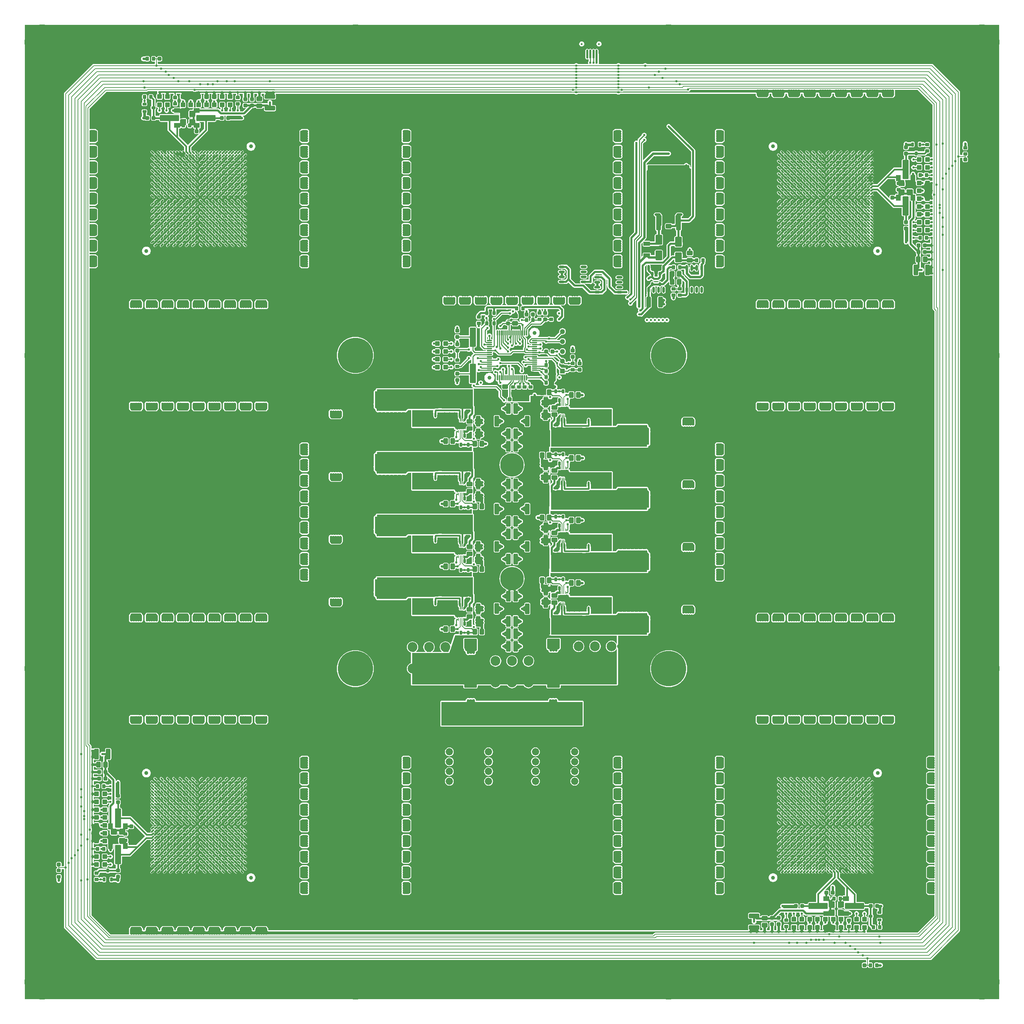
<source format=gtl>
%FSLAX44Y44*%
%MOMM*%
G71*
G01*
G75*
G04 Layer_Physical_Order=1*
G04 Layer_Color=191*
%ADD10C,0.4500*%
%ADD11C,1.0000*%
G04:AMPARAMS|DCode=12|XSize=2.7mm|YSize=1.15mm|CornerRadius=0.2013mm|HoleSize=0mm|Usage=FLASHONLY|Rotation=270.000|XOffset=0mm|YOffset=0mm|HoleType=Round|Shape=RoundedRectangle|*
%AMROUNDEDRECTD12*
21,1,2.7000,0.7475,0,0,270.0*
21,1,2.2975,1.1500,0,0,270.0*
1,1,0.4025,-0.3738,-1.1487*
1,1,0.4025,-0.3738,1.1487*
1,1,0.4025,0.3738,1.1487*
1,1,0.4025,0.3738,-1.1487*
%
%ADD12ROUNDEDRECTD12*%
G04:AMPARAMS|DCode=13|XSize=1mm|YSize=0.9mm|CornerRadius=0.198mm|HoleSize=0mm|Usage=FLASHONLY|Rotation=270.000|XOffset=0mm|YOffset=0mm|HoleType=Round|Shape=RoundedRectangle|*
%AMROUNDEDRECTD13*
21,1,1.0000,0.5040,0,0,270.0*
21,1,0.6040,0.9000,0,0,270.0*
1,1,0.3960,-0.2520,-0.3020*
1,1,0.3960,-0.2520,0.3020*
1,1,0.3960,0.2520,0.3020*
1,1,0.3960,0.2520,-0.3020*
%
%ADD13ROUNDEDRECTD13*%
G04:AMPARAMS|DCode=14|XSize=1.6mm|YSize=1.5mm|CornerRadius=0.2475mm|HoleSize=0mm|Usage=FLASHONLY|Rotation=0.000|XOffset=0mm|YOffset=0mm|HoleType=Round|Shape=RoundedRectangle|*
%AMROUNDEDRECTD14*
21,1,1.6000,1.0050,0,0,0.0*
21,1,1.1050,1.5000,0,0,0.0*
1,1,0.4950,0.5525,-0.5025*
1,1,0.4950,-0.5525,-0.5025*
1,1,0.4950,-0.5525,0.5025*
1,1,0.4950,0.5525,0.5025*
%
%ADD14ROUNDEDRECTD14*%
G04:AMPARAMS|DCode=15|XSize=1mm|YSize=0.95mm|CornerRadius=0.1995mm|HoleSize=0mm|Usage=FLASHONLY|Rotation=270.000|XOffset=0mm|YOffset=0mm|HoleType=Round|Shape=RoundedRectangle|*
%AMROUNDEDRECTD15*
21,1,1.0000,0.5510,0,0,270.0*
21,1,0.6010,0.9500,0,0,270.0*
1,1,0.3990,-0.2755,-0.3005*
1,1,0.3990,-0.2755,0.3005*
1,1,0.3990,0.2755,0.3005*
1,1,0.3990,0.2755,-0.3005*
%
%ADD15ROUNDEDRECTD15*%
G04:AMPARAMS|DCode=16|XSize=1.1mm|YSize=1mm|CornerRadius=0.165mm|HoleSize=0mm|Usage=FLASHONLY|Rotation=0.000|XOffset=0mm|YOffset=0mm|HoleType=Round|Shape=RoundedRectangle|*
%AMROUNDEDRECTD16*
21,1,1.1000,0.6700,0,0,0.0*
21,1,0.7700,1.0000,0,0,0.0*
1,1,0.3300,0.3850,-0.3350*
1,1,0.3300,-0.3850,-0.3350*
1,1,0.3300,-0.3850,0.3350*
1,1,0.3300,0.3850,0.3350*
%
%ADD16ROUNDEDRECTD16*%
G04:AMPARAMS|DCode=17|XSize=1.4mm|YSize=1.2mm|CornerRadius=0.198mm|HoleSize=0mm|Usage=FLASHONLY|Rotation=0.000|XOffset=0mm|YOffset=0mm|HoleType=Round|Shape=RoundedRectangle|*
%AMROUNDEDRECTD17*
21,1,1.4000,0.8040,0,0,0.0*
21,1,1.0040,1.2000,0,0,0.0*
1,1,0.3960,0.5020,-0.4020*
1,1,0.3960,-0.5020,-0.4020*
1,1,0.3960,-0.5020,0.4020*
1,1,0.3960,0.5020,0.4020*
%
%ADD17ROUNDEDRECTD17*%
G04:AMPARAMS|DCode=18|XSize=1mm|YSize=0.9mm|CornerRadius=0.198mm|HoleSize=0mm|Usage=FLASHONLY|Rotation=180.000|XOffset=0mm|YOffset=0mm|HoleType=Round|Shape=RoundedRectangle|*
%AMROUNDEDRECTD18*
21,1,1.0000,0.5040,0,0,180.0*
21,1,0.6040,0.9000,0,0,180.0*
1,1,0.3960,-0.3020,0.2520*
1,1,0.3960,0.3020,0.2520*
1,1,0.3960,0.3020,-0.2520*
1,1,0.3960,-0.3020,-0.2520*
%
%ADD18ROUNDEDRECTD18*%
G04:AMPARAMS|DCode=19|XSize=1.6mm|YSize=1.5mm|CornerRadius=0.2475mm|HoleSize=0mm|Usage=FLASHONLY|Rotation=270.000|XOffset=0mm|YOffset=0mm|HoleType=Round|Shape=RoundedRectangle|*
%AMROUNDEDRECTD19*
21,1,1.6000,1.0050,0,0,270.0*
21,1,1.1050,1.5000,0,0,270.0*
1,1,0.4950,-0.5025,-0.5525*
1,1,0.4950,-0.5025,0.5525*
1,1,0.4950,0.5025,0.5525*
1,1,0.4950,0.5025,-0.5525*
%
%ADD19ROUNDEDRECTD19*%
G04:AMPARAMS|DCode=20|XSize=1mm|YSize=0.95mm|CornerRadius=0.1995mm|HoleSize=0mm|Usage=FLASHONLY|Rotation=180.000|XOffset=0mm|YOffset=0mm|HoleType=Round|Shape=RoundedRectangle|*
%AMROUNDEDRECTD20*
21,1,1.0000,0.5510,0,0,180.0*
21,1,0.6010,0.9500,0,0,180.0*
1,1,0.3990,-0.3005,0.2755*
1,1,0.3990,0.3005,0.2755*
1,1,0.3990,0.3005,-0.2755*
1,1,0.3990,-0.3005,-0.2755*
%
%ADD20ROUNDEDRECTD20*%
G04:AMPARAMS|DCode=21|XSize=1.1mm|YSize=1mm|CornerRadius=0.165mm|HoleSize=0mm|Usage=FLASHONLY|Rotation=270.000|XOffset=0mm|YOffset=0mm|HoleType=Round|Shape=RoundedRectangle|*
%AMROUNDEDRECTD21*
21,1,1.1000,0.6700,0,0,270.0*
21,1,0.7700,1.0000,0,0,270.0*
1,1,0.3300,-0.3350,-0.3850*
1,1,0.3300,-0.3350,0.3850*
1,1,0.3300,0.3350,0.3850*
1,1,0.3300,0.3350,-0.3850*
%
%ADD21ROUNDEDRECTD21*%
G04:AMPARAMS|DCode=22|XSize=1.4mm|YSize=1.2mm|CornerRadius=0.198mm|HoleSize=0mm|Usage=FLASHONLY|Rotation=270.000|XOffset=0mm|YOffset=0mm|HoleType=Round|Shape=RoundedRectangle|*
%AMROUNDEDRECTD22*
21,1,1.4000,0.8040,0,0,270.0*
21,1,1.0040,1.2000,0,0,270.0*
1,1,0.3960,-0.4020,-0.5020*
1,1,0.3960,-0.4020,0.5020*
1,1,0.3960,0.4020,0.5020*
1,1,0.3960,0.4020,-0.5020*
%
%ADD22ROUNDEDRECTD22*%
%ADD23R,1.3000X1.3000*%
%ADD24C,1.3000*%
G04:AMPARAMS|DCode=25|XSize=2.7mm|YSize=1.15mm|CornerRadius=0.2013mm|HoleSize=0mm|Usage=FLASHONLY|Rotation=180.000|XOffset=0mm|YOffset=0mm|HoleType=Round|Shape=RoundedRectangle|*
%AMROUNDEDRECTD25*
21,1,2.7000,0.7475,0,0,180.0*
21,1,2.2975,1.1500,0,0,180.0*
1,1,0.4025,-1.1487,0.3738*
1,1,0.4025,1.1487,0.3738*
1,1,0.4025,1.1487,-0.3738*
1,1,0.4025,-1.1487,-0.3738*
%
%ADD25ROUNDEDRECTD25*%
%ADD26C,0.6000*%
G04:AMPARAMS|DCode=27|XSize=0.7mm|YSize=0.25mm|CornerRadius=0.0838mm|HoleSize=0mm|Usage=FLASHONLY|Rotation=270.000|XOffset=0mm|YOffset=0mm|HoleType=Round|Shape=RoundedRectangle|*
%AMROUNDEDRECTD27*
21,1,0.7000,0.0825,0,0,270.0*
21,1,0.5325,0.2500,0,0,270.0*
1,1,0.1675,-0.0413,-0.2662*
1,1,0.1675,-0.0413,0.2662*
1,1,0.1675,0.0413,0.2662*
1,1,0.1675,0.0413,-0.2662*
%
%ADD27ROUNDEDRECTD27*%
G04:AMPARAMS|DCode=28|XSize=1.35mm|YSize=1.65mm|CornerRadius=0.27mm|HoleSize=0mm|Usage=FLASHONLY|Rotation=0.000|XOffset=0mm|YOffset=0mm|HoleType=Round|Shape=RoundedRectangle|*
%AMROUNDEDRECTD28*
21,1,1.3500,1.1100,0,0,0.0*
21,1,0.8100,1.6500,0,0,0.0*
1,1,0.5400,0.4050,-0.5550*
1,1,0.5400,-0.4050,-0.5550*
1,1,0.5400,-0.4050,0.5550*
1,1,0.5400,0.4050,0.5550*
%
%ADD28ROUNDEDRECTD28*%
G04:AMPARAMS|DCode=29|XSize=1.45mm|YSize=1.15mm|CornerRadius=0.2013mm|HoleSize=0mm|Usage=FLASHONLY|Rotation=270.000|XOffset=0mm|YOffset=0mm|HoleType=Round|Shape=RoundedRectangle|*
%AMROUNDEDRECTD29*
21,1,1.4500,0.7475,0,0,270.0*
21,1,1.0475,1.1500,0,0,270.0*
1,1,0.4025,-0.3738,-0.5238*
1,1,0.4025,-0.3738,0.5238*
1,1,0.4025,0.3738,0.5238*
1,1,0.4025,0.3738,-0.5238*
%
%ADD29ROUNDEDRECTD29*%
G04:AMPARAMS|DCode=30|XSize=1.05mm|YSize=0.65mm|CornerRadius=0.2015mm|HoleSize=0mm|Usage=FLASHONLY|Rotation=90.000|XOffset=0mm|YOffset=0mm|HoleType=Round|Shape=RoundedRectangle|*
%AMROUNDEDRECTD30*
21,1,1.0500,0.2470,0,0,90.0*
21,1,0.6470,0.6500,0,0,90.0*
1,1,0.4030,0.1235,0.3235*
1,1,0.4030,0.1235,-0.3235*
1,1,0.4030,-0.1235,-0.3235*
1,1,0.4030,-0.1235,0.3235*
%
%ADD30ROUNDEDRECTD30*%
G04:AMPARAMS|DCode=31|XSize=1.45mm|YSize=1.15mm|CornerRadius=0.2013mm|HoleSize=0mm|Usage=FLASHONLY|Rotation=180.000|XOffset=0mm|YOffset=0mm|HoleType=Round|Shape=RoundedRectangle|*
%AMROUNDEDRECTD31*
21,1,1.4500,0.7475,0,0,180.0*
21,1,1.0475,1.1500,0,0,180.0*
1,1,0.4025,-0.5238,0.3738*
1,1,0.4025,0.5238,0.3738*
1,1,0.4025,0.5238,-0.3738*
1,1,0.4025,-0.5238,-0.3738*
%
%ADD31ROUNDEDRECTD31*%
%ADD32O,1.3500X0.5000*%
G04:AMPARAMS|DCode=33|XSize=6.5mm|YSize=5mm|CornerRadius=0.25mm|HoleSize=0mm|Usage=FLASHONLY|Rotation=0.000|XOffset=0mm|YOffset=0mm|HoleType=Round|Shape=RoundedRectangle|*
%AMROUNDEDRECTD33*
21,1,6.5000,4.5000,0,0,0.0*
21,1,6.0000,5.0000,0,0,0.0*
1,1,0.5000,3.0000,-2.2500*
1,1,0.5000,-3.0000,-2.2500*
1,1,0.5000,-3.0000,2.2500*
1,1,0.5000,3.0000,2.2500*
%
%ADD33ROUNDEDRECTD33*%
%ADD34O,0.5000X1.3500*%
G04:AMPARAMS|DCode=35|XSize=2.5mm|YSize=1.7mm|CornerRadius=0.204mm|HoleSize=0mm|Usage=FLASHONLY|Rotation=270.000|XOffset=0mm|YOffset=0mm|HoleType=Round|Shape=RoundedRectangle|*
%AMROUNDEDRECTD35*
21,1,2.5000,1.2920,0,0,270.0*
21,1,2.0920,1.7000,0,0,270.0*
1,1,0.4080,-0.6460,-1.0460*
1,1,0.4080,-0.6460,1.0460*
1,1,0.4080,0.6460,1.0460*
1,1,0.4080,0.6460,-1.0460*
%
%ADD35ROUNDEDRECTD35*%
G04:AMPARAMS|DCode=36|XSize=1.1mm|YSize=0.8mm|CornerRadius=0.268mm|HoleSize=0mm|Usage=FLASHONLY|Rotation=90.000|XOffset=0mm|YOffset=0mm|HoleType=Round|Shape=RoundedRectangle|*
%AMROUNDEDRECTD36*
21,1,1.1000,0.2640,0,0,90.0*
21,1,0.5640,0.8000,0,0,90.0*
1,1,0.5360,0.1320,0.2820*
1,1,0.5360,0.1320,-0.2820*
1,1,0.5360,-0.1320,-0.2820*
1,1,0.5360,-0.1320,0.2820*
%
%ADD36ROUNDEDRECTD36*%
G04:AMPARAMS|DCode=37|XSize=1.1mm|YSize=0.6mm|CornerRadius=0.201mm|HoleSize=0mm|Usage=FLASHONLY|Rotation=90.000|XOffset=0mm|YOffset=0mm|HoleType=Round|Shape=RoundedRectangle|*
%AMROUNDEDRECTD37*
21,1,1.1000,0.1980,0,0,90.0*
21,1,0.6980,0.6000,0,0,90.0*
1,1,0.4020,0.0990,0.3490*
1,1,0.4020,0.0990,-0.3490*
1,1,0.4020,-0.0990,-0.3490*
1,1,0.4020,-0.0990,0.3490*
%
%ADD37ROUNDEDRECTD37*%
G04:AMPARAMS|DCode=38|XSize=1.2mm|YSize=1.2mm|CornerRadius=0.198mm|HoleSize=0mm|Usage=FLASHONLY|Rotation=0.000|XOffset=0mm|YOffset=0mm|HoleType=Round|Shape=RoundedRectangle|*
%AMROUNDEDRECTD38*
21,1,1.2000,0.8040,0,0,0.0*
21,1,0.8040,1.2000,0,0,0.0*
1,1,0.3960,0.4020,-0.4020*
1,1,0.3960,-0.4020,-0.4020*
1,1,0.3960,-0.4020,0.4020*
1,1,0.3960,0.4020,0.4020*
%
%ADD38ROUNDEDRECTD38*%
G04:AMPARAMS|DCode=39|XSize=3.3mm|YSize=2.5mm|CornerRadius=0.2mm|HoleSize=0mm|Usage=FLASHONLY|Rotation=0.000|XOffset=0mm|YOffset=0mm|HoleType=Round|Shape=RoundedRectangle|*
%AMROUNDEDRECTD39*
21,1,3.3000,2.1000,0,0,0.0*
21,1,2.9000,2.5000,0,0,0.0*
1,1,0.4000,1.4500,-1.0500*
1,1,0.4000,-1.4500,-1.0500*
1,1,0.4000,-1.4500,1.0500*
1,1,0.4000,1.4500,1.0500*
%
%ADD39ROUNDEDRECTD39*%
G04:AMPARAMS|DCode=40|XSize=1.75mm|YSize=1.05mm|CornerRadius=0.1995mm|HoleSize=0mm|Usage=FLASHONLY|Rotation=0.000|XOffset=0mm|YOffset=0mm|HoleType=Round|Shape=RoundedRectangle|*
%AMROUNDEDRECTD40*
21,1,1.7500,0.6510,0,0,0.0*
21,1,1.3510,1.0500,0,0,0.0*
1,1,0.3990,0.6755,-0.3255*
1,1,0.3990,-0.6755,-0.3255*
1,1,0.3990,-0.6755,0.3255*
1,1,0.3990,0.6755,0.3255*
%
%ADD40ROUNDEDRECTD40*%
%ADD41O,1.5500X0.6000*%
G04:AMPARAMS|DCode=42|XSize=3.95mm|YSize=1.2mm|CornerRadius=0.198mm|HoleSize=0mm|Usage=FLASHONLY|Rotation=90.000|XOffset=0mm|YOffset=0mm|HoleType=Round|Shape=RoundedRectangle|*
%AMROUNDEDRECTD42*
21,1,3.9500,0.8040,0,0,90.0*
21,1,3.5540,1.2000,0,0,90.0*
1,1,0.3960,0.4020,1.7770*
1,1,0.3960,0.4020,-1.7770*
1,1,0.3960,-0.4020,-1.7770*
1,1,0.3960,-0.4020,1.7770*
%
%ADD42ROUNDEDRECTD42*%
G04:AMPARAMS|DCode=43|XSize=11.3mm|YSize=10.75mm|CornerRadius=0.215mm|HoleSize=0mm|Usage=FLASHONLY|Rotation=90.000|XOffset=0mm|YOffset=0mm|HoleType=Round|Shape=RoundedRectangle|*
%AMROUNDEDRECTD43*
21,1,11.3000,10.3200,0,0,90.0*
21,1,10.8700,10.7500,0,0,90.0*
1,1,0.4300,5.1600,5.4350*
1,1,0.4300,5.1600,-5.4350*
1,1,0.4300,-5.1600,-5.4350*
1,1,0.4300,-5.1600,5.4350*
%
%ADD43ROUNDEDRECTD43*%
G04:AMPARAMS|DCode=44|XSize=2.85mm|YSize=1mm|CornerRadius=0.2mm|HoleSize=0mm|Usage=FLASHONLY|Rotation=90.000|XOffset=0mm|YOffset=0mm|HoleType=Round|Shape=RoundedRectangle|*
%AMROUNDEDRECTD44*
21,1,2.8500,0.6000,0,0,90.0*
21,1,2.4500,1.0000,0,0,90.0*
1,1,0.4000,0.3000,1.2250*
1,1,0.4000,0.3000,-1.2250*
1,1,0.4000,-0.3000,-1.2250*
1,1,0.4000,-0.3000,1.2250*
%
%ADD44ROUNDEDRECTD44*%
G04:AMPARAMS|DCode=45|XSize=6.45mm|YSize=6mm|CornerRadius=0.21mm|HoleSize=0mm|Usage=FLASHONLY|Rotation=90.000|XOffset=0mm|YOffset=0mm|HoleType=Round|Shape=RoundedRectangle|*
%AMROUNDEDRECTD45*
21,1,6.4500,5.5800,0,0,90.0*
21,1,6.0300,6.0000,0,0,90.0*
1,1,0.4200,2.7900,3.0150*
1,1,0.4200,2.7900,-3.0150*
1,1,0.4200,-2.7900,-3.0150*
1,1,0.4200,-2.7900,3.0150*
%
%ADD45ROUNDEDRECTD45*%
%ADD46O,0.6000X1.5500*%
G04:AMPARAMS|DCode=47|XSize=4.9mm|YSize=1.6mm|CornerRadius=0.2mm|HoleSize=0mm|Usage=FLASHONLY|Rotation=270.000|XOffset=0mm|YOffset=0mm|HoleType=Round|Shape=RoundedRectangle|*
%AMROUNDEDRECTD47*
21,1,4.9000,1.2000,0,0,270.0*
21,1,4.5000,1.6000,0,0,270.0*
1,1,0.4000,-0.6000,-2.2500*
1,1,0.4000,-0.6000,2.2500*
1,1,0.4000,0.6000,2.2500*
1,1,0.4000,0.6000,-2.2500*
%
%ADD47ROUNDEDRECTD47*%
%ADD48O,0.3000X1.5000*%
%ADD49O,1.5000X0.3000*%
G04:AMPARAMS|DCode=50|XSize=2.5mm|YSize=2mm|CornerRadius=0.2mm|HoleSize=0mm|Usage=FLASHONLY|Rotation=270.000|XOffset=0mm|YOffset=0mm|HoleType=Round|Shape=RoundedRectangle|*
%AMROUNDEDRECTD50*
21,1,2.5000,1.6000,0,0,270.0*
21,1,2.1000,2.0000,0,0,270.0*
1,1,0.4000,-0.8000,-1.0500*
1,1,0.4000,-0.8000,1.0500*
1,1,0.4000,0.8000,1.0500*
1,1,0.4000,0.8000,-1.0500*
%
%ADD50ROUNDEDRECTD50*%
G04:AMPARAMS|DCode=51|XSize=2.3mm|YSize=0.5mm|CornerRadius=0.2mm|HoleSize=0mm|Usage=FLASHONLY|Rotation=270.000|XOffset=0mm|YOffset=0mm|HoleType=Round|Shape=RoundedRectangle|*
%AMROUNDEDRECTD51*
21,1,2.3000,0.1000,0,0,270.0*
21,1,1.9000,0.5000,0,0,270.0*
1,1,0.4000,-0.0500,-0.9500*
1,1,0.4000,-0.0500,0.9500*
1,1,0.4000,0.0500,0.9500*
1,1,0.4000,0.0500,-0.9500*
%
%ADD51ROUNDEDRECTD51*%
G04:AMPARAMS|DCode=52|XSize=1.2mm|YSize=1.2mm|CornerRadius=0.198mm|HoleSize=0mm|Usage=FLASHONLY|Rotation=270.000|XOffset=0mm|YOffset=0mm|HoleType=Round|Shape=RoundedRectangle|*
%AMROUNDEDRECTD52*
21,1,1.2000,0.8040,0,0,270.0*
21,1,0.8040,1.2000,0,0,270.0*
1,1,0.3960,-0.4020,-0.4020*
1,1,0.3960,-0.4020,0.4020*
1,1,0.3960,0.4020,0.4020*
1,1,0.3960,0.4020,-0.4020*
%
%ADD52ROUNDEDRECTD52*%
G04:AMPARAMS|DCode=53|XSize=1.6mm|YSize=1.25mm|CornerRadius=0.2mm|HoleSize=0mm|Usage=FLASHONLY|Rotation=90.000|XOffset=0mm|YOffset=0mm|HoleType=Round|Shape=RoundedRectangle|*
%AMROUNDEDRECTD53*
21,1,1.6000,0.8500,0,0,90.0*
21,1,1.2000,1.2500,0,0,90.0*
1,1,0.4000,0.4250,0.6000*
1,1,0.4000,0.4250,-0.6000*
1,1,0.4000,-0.4250,-0.6000*
1,1,0.4000,-0.4250,0.6000*
%
%ADD53ROUNDEDRECTD53*%
G04:AMPARAMS|DCode=54|XSize=1.6mm|YSize=1.25mm|CornerRadius=0.2mm|HoleSize=0mm|Usage=FLASHONLY|Rotation=180.000|XOffset=0mm|YOffset=0mm|HoleType=Round|Shape=RoundedRectangle|*
%AMROUNDEDRECTD54*
21,1,1.6000,0.8500,0,0,180.0*
21,1,1.2000,1.2500,0,0,180.0*
1,1,0.4000,-0.6000,0.4250*
1,1,0.4000,0.6000,0.4250*
1,1,0.4000,0.6000,-0.4250*
1,1,0.4000,-0.6000,-0.4250*
%
%ADD54ROUNDEDRECTD54*%
G04:AMPARAMS|DCode=55|XSize=1.05mm|YSize=0.65mm|CornerRadius=0.2015mm|HoleSize=0mm|Usage=FLASHONLY|Rotation=180.000|XOffset=0mm|YOffset=0mm|HoleType=Round|Shape=RoundedRectangle|*
%AMROUNDEDRECTD55*
21,1,1.0500,0.2470,0,0,180.0*
21,1,0.6470,0.6500,0,0,180.0*
1,1,0.4030,-0.3235,0.1235*
1,1,0.4030,0.3235,0.1235*
1,1,0.4030,0.3235,-0.1235*
1,1,0.4030,-0.3235,-0.1235*
%
%ADD55ROUNDEDRECTD55*%
G04:AMPARAMS|DCode=56|XSize=4.9mm|YSize=1.6mm|CornerRadius=0.2mm|HoleSize=0mm|Usage=FLASHONLY|Rotation=0.000|XOffset=0mm|YOffset=0mm|HoleType=Round|Shape=RoundedRectangle|*
%AMROUNDEDRECTD56*
21,1,4.9000,1.2000,0,0,0.0*
21,1,4.5000,1.6000,0,0,0.0*
1,1,0.4000,2.2500,-0.6000*
1,1,0.4000,-2.2500,-0.6000*
1,1,0.4000,-2.2500,0.6000*
1,1,0.4000,2.2500,0.6000*
%
%ADD56ROUNDEDRECTD56*%
%ADD57C,0.6000*%
%ADD58C,0.4500*%
%ADD59C,0.2000*%
%ADD60C,0.2500*%
%ADD61C,0.5000*%
%ADD62C,0.2540*%
%ADD63C,0.3500*%
%ADD64C,0.3000*%
%ADD65C,0.4000*%
%ADD66C,1.8500*%
%ADD67C,2.5000*%
%ADD68C,9.0000*%
%ADD69C,0.5000*%
%ADD70C,6.0000*%
G36*
X2493607Y6393D02*
X6393D01*
Y2493607D01*
X2493607D01*
Y6393D01*
D02*
G37*
%LPC*%
G36*
X2183520Y100078D02*
X2178480D01*
X2176927Y99769D01*
X2175611Y98889D01*
X2174731Y97573D01*
X2174422Y96020D01*
Y89980D01*
X2174731Y88427D01*
X2175611Y87111D01*
X2176927Y86231D01*
X2178480Y85922D01*
X2183520D01*
X2185073Y86231D01*
X2186048Y86882D01*
X2191000D01*
X2193341Y87348D01*
X2195326Y88674D01*
X2196652Y90659D01*
X2197118Y93000D01*
X2196652Y95341D01*
X2195326Y97326D01*
X2193341Y98652D01*
X2191000Y99117D01*
X2186048D01*
X2185073Y99769D01*
X2183520Y100078D01*
D02*
G37*
G36*
X2407000Y2197117D02*
X2404659Y2196652D01*
X2402674Y2195326D01*
X2401348Y2193341D01*
X2400882Y2191000D01*
Y2185048D01*
X2400231Y2184073D01*
X2399922Y2182520D01*
Y2177480D01*
X2400231Y2175927D01*
X2401110Y2174611D01*
X2402427Y2173731D01*
X2403980Y2173422D01*
X2410020D01*
X2411573Y2173731D01*
X2412889Y2174611D01*
X2413769Y2175927D01*
X2414078Y2177480D01*
Y2182520D01*
X2413769Y2184073D01*
X2413117Y2185048D01*
Y2191000D01*
X2412652Y2193341D01*
X2411325Y2195326D01*
X2409341Y2196652D01*
X2407000Y2197117D01*
D02*
G37*
G36*
X96020Y325578D02*
X89980D01*
X88427Y325269D01*
X87111Y324389D01*
X86231Y323073D01*
X85922Y321520D01*
Y316480D01*
X86231Y314927D01*
X86882Y313952D01*
Y309000D01*
X87348Y306659D01*
X88674Y304674D01*
X90659Y303348D01*
X93000Y302882D01*
X95341Y303348D01*
X97326Y304674D01*
X98652Y306659D01*
X99117Y309000D01*
Y313952D01*
X99769Y314927D01*
X100078Y316480D01*
Y321520D01*
X99769Y323073D01*
X98889Y324389D01*
X97573Y325269D01*
X96020Y325578D01*
D02*
G37*
G36*
X1472000Y2451556D02*
X1470303Y2451333D01*
X1468722Y2450678D01*
X1467364Y2449636D01*
X1466322Y2448278D01*
X1465667Y2446697D01*
X1465444Y2445000D01*
X1465667Y2443303D01*
X1466322Y2441722D01*
X1467364Y2440364D01*
X1468722Y2439322D01*
X1470303Y2438667D01*
X1472000Y2438444D01*
X1473697Y2438667D01*
X1475278Y2439322D01*
X1476636Y2440364D01*
X1477678Y2441722D01*
X1478333Y2443303D01*
X1478556Y2445000D01*
X1478333Y2446697D01*
X1477678Y2448278D01*
X1476636Y2449636D01*
X1475278Y2450678D01*
X1473697Y2451333D01*
X1472000Y2451556D01*
D02*
G37*
G36*
X1428000D02*
X1426303Y2451333D01*
X1424722Y2450678D01*
X1423364Y2449636D01*
X1422322Y2448278D01*
X1421667Y2446697D01*
X1421444Y2445000D01*
X1421667Y2443303D01*
X1422322Y2441722D01*
X1423364Y2440364D01*
X1424722Y2439322D01*
X1426303Y2438667D01*
X1428000Y2438444D01*
X1429697Y2438667D01*
X1431278Y2439322D01*
X1432636Y2440364D01*
X1433678Y2441722D01*
X1434333Y2443303D01*
X1434556Y2445000D01*
X1434333Y2446697D01*
X1433678Y2448278D01*
X1432636Y2449636D01*
X1431278Y2450678D01*
X1429697Y2451333D01*
X1428000Y2451556D01*
D02*
G37*
G36*
X1466500Y2432578D02*
X1465500D01*
X1463939Y2432268D01*
X1462616Y2431384D01*
X1462000Y2430462D01*
X1461384Y2431384D01*
X1460061Y2432268D01*
X1458500Y2432578D01*
X1457500D01*
X1455939Y2432268D01*
X1454616Y2431384D01*
X1454000Y2430462D01*
X1453384Y2431384D01*
X1452061Y2432268D01*
X1450500Y2432578D01*
X1449500D01*
X1447939Y2432268D01*
X1446616Y2431384D01*
X1446000Y2430462D01*
X1445384Y2431384D01*
X1444061Y2432268D01*
X1442500Y2432578D01*
X1441500D01*
X1439939Y2432268D01*
X1438616Y2431384D01*
X1437732Y2430061D01*
X1437422Y2428500D01*
Y2409500D01*
X1437732Y2407939D01*
X1438616Y2406616D01*
X1439939Y2405732D01*
X1441500Y2405422D01*
X1442500D01*
X1444061Y2405732D01*
X1445384Y2406616D01*
X1445667Y2407040D01*
Y2401315D01*
X1444348Y2399341D01*
X1443882Y2397000D01*
X1444348Y2394659D01*
X1444736Y2394078D01*
X1418491D01*
X1418326Y2394326D01*
X1416341Y2395652D01*
X1414000Y2396118D01*
X1411659Y2395652D01*
X1409674Y2394326D01*
X1409509Y2394078D01*
X346491D01*
X346326Y2394326D01*
X346078Y2394491D01*
Y2400154D01*
X347245Y2399922D01*
X352755D01*
X354314Y2400232D01*
X355635Y2401115D01*
X356518Y2402436D01*
X356828Y2403995D01*
Y2410005D01*
X356518Y2411564D01*
X355635Y2412885D01*
X354314Y2413768D01*
X352755Y2414078D01*
X347245D01*
X345686Y2413768D01*
X344365Y2412885D01*
X343482Y2411564D01*
X343385Y2411078D01*
X342000D01*
X342000D01*
X342000D01*
X341367D01*
X341269Y2411573D01*
X340389Y2412889D01*
X339073Y2413769D01*
X337520Y2414078D01*
X332480D01*
X330927Y2413769D01*
X329611Y2412889D01*
X328731Y2411573D01*
X328422Y2410020D01*
Y2403980D01*
X328731Y2402427D01*
X329611Y2401111D01*
X330927Y2400231D01*
X332480Y2399922D01*
X337520D01*
X337922Y2400002D01*
Y2394491D01*
X337674Y2394326D01*
X337509Y2394078D01*
X182000D01*
X182000Y2394078D01*
X180698Y2393819D01*
X180439Y2393768D01*
X179116Y2392884D01*
X179116Y2392884D01*
X107116Y2320884D01*
X106232Y2319561D01*
X106181Y2319302D01*
X105922Y2318000D01*
X105922Y2318000D01*
Y346491D01*
X105674Y346326D01*
X105509Y346078D01*
X99846D01*
X100078Y347245D01*
Y352755D01*
X99768Y354314D01*
X98885Y355635D01*
X97564Y356518D01*
X96005Y356828D01*
X89995D01*
X88436Y356518D01*
X87115Y355635D01*
X86232Y354314D01*
X85922Y352755D01*
Y347245D01*
X86232Y345686D01*
X87115Y344365D01*
X88436Y343482D01*
X88922Y343385D01*
Y342000D01*
Y342000D01*
Y342000D01*
Y341367D01*
X88427Y341269D01*
X87111Y340389D01*
X86231Y339073D01*
X85922Y337520D01*
Y332480D01*
X86231Y330927D01*
X87111Y329611D01*
X88427Y328731D01*
X89980Y328422D01*
X96020D01*
X97573Y328731D01*
X98889Y329611D01*
X99769Y330927D01*
X100078Y332480D01*
Y337520D01*
X99998Y337922D01*
X105509D01*
X105674Y337674D01*
X105922Y337509D01*
Y190000D01*
X105922Y190000D01*
X106181Y188698D01*
X106232Y188439D01*
X107116Y187116D01*
X187116Y107116D01*
X188439Y106232D01*
X188698Y106181D01*
X190000Y105922D01*
X190000Y105922D01*
X2153509D01*
X2153674Y105674D01*
X2153922Y105509D01*
Y99846D01*
X2152755Y100078D01*
X2147245D01*
X2145686Y99768D01*
X2144365Y98885D01*
X2143482Y97564D01*
X2143172Y96005D01*
Y89995D01*
X2143482Y88436D01*
X2144365Y87115D01*
X2145686Y86232D01*
X2147245Y85922D01*
X2152755D01*
X2154314Y86232D01*
X2155635Y87115D01*
X2156518Y88436D01*
X2156615Y88922D01*
X2158000D01*
X2158000Y88922D01*
X2158000D01*
X2158000D01*
X2158000Y88922D01*
X2158633D01*
X2158731Y88427D01*
X2159611Y87111D01*
X2160927Y86231D01*
X2162480Y85922D01*
X2167520D01*
X2169073Y86231D01*
X2170389Y87111D01*
X2171269Y88427D01*
X2171578Y89980D01*
Y96020D01*
X2171269Y97573D01*
X2170389Y98889D01*
X2169073Y99769D01*
X2167520Y100078D01*
X2162480D01*
X2162078Y99998D01*
Y105509D01*
X2162326Y105674D01*
X2162491Y105922D01*
X2318250D01*
X2319811Y106232D01*
X2321134Y107116D01*
X2321637Y107870D01*
X2392884Y179116D01*
X2393768Y180439D01*
X2394078Y182000D01*
Y2153509D01*
X2394325Y2153674D01*
X2394491Y2153922D01*
X2400154D01*
X2399922Y2152755D01*
Y2147245D01*
X2400232Y2145686D01*
X2401115Y2144365D01*
X2402436Y2143482D01*
X2403995Y2143172D01*
X2410005D01*
X2411564Y2143482D01*
X2412885Y2144365D01*
X2413768Y2145686D01*
X2414078Y2147245D01*
Y2152755D01*
X2413768Y2154314D01*
X2412885Y2155635D01*
X2411564Y2156518D01*
X2411078Y2156615D01*
Y2157632D01*
X2411573Y2157731D01*
X2412889Y2158611D01*
X2413769Y2159927D01*
X2414078Y2161480D01*
Y2166520D01*
X2413769Y2168073D01*
X2412889Y2169389D01*
X2411573Y2170269D01*
X2410020Y2170578D01*
X2403980D01*
X2402427Y2170269D01*
X2401110Y2169389D01*
X2400231Y2168073D01*
X2399922Y2166520D01*
Y2162078D01*
X2394491D01*
X2394325Y2162326D01*
X2394078Y2162491D01*
Y2322000D01*
X2393768Y2323561D01*
X2392884Y2324884D01*
X2392884Y2324884D01*
X2324884Y2392884D01*
X2323561Y2393768D01*
X2322000Y2394078D01*
X2322000Y2394078D01*
X1594491D01*
X1594326Y2394326D01*
X1592341Y2395652D01*
X1590000Y2396118D01*
X1587659Y2395652D01*
X1585674Y2394326D01*
X1585509Y2394078D01*
X1526491D01*
X1526326Y2394326D01*
X1524341Y2395652D01*
X1522000Y2396118D01*
X1519659Y2395652D01*
X1517674Y2394326D01*
X1517509Y2394078D01*
X1471264D01*
X1471652Y2394659D01*
X1472117Y2397000D01*
X1471652Y2399341D01*
X1471608Y2399407D01*
Y2419000D01*
X1471181Y2421146D01*
X1470578Y2422048D01*
Y2428500D01*
X1470268Y2430061D01*
X1469384Y2431384D01*
X1468061Y2432268D01*
X1466500Y2432578D01*
D02*
G37*
G36*
X321520Y2414078D02*
X316480D01*
X314927Y2413769D01*
X313952Y2413118D01*
X309000D01*
X306659Y2412652D01*
X304674Y2411326D01*
X303348Y2409341D01*
X302882Y2407000D01*
X303348Y2404659D01*
X304674Y2402674D01*
X306659Y2401348D01*
X309000Y2400882D01*
X313952D01*
X314927Y2400231D01*
X316480Y2399922D01*
X321520D01*
X323073Y2400231D01*
X324389Y2401111D01*
X325269Y2402427D01*
X325578Y2403980D01*
Y2410020D01*
X325269Y2411573D01*
X324389Y2412889D01*
X323073Y2413769D01*
X321520Y2414078D01*
D02*
G37*
%LPD*%
G36*
X2310879Y1953888D02*
X2311184Y1953684D01*
X2311473Y1953252D01*
X2311490Y1953163D01*
X2311658Y1952912D01*
X2311773Y1952634D01*
X2311986Y1952421D01*
X2312154Y1952170D01*
X2312404Y1952003D01*
X2312617Y1951790D01*
X2312896Y1951675D01*
X2313146Y1951507D01*
X2313441Y1951449D01*
X2313720Y1951333D01*
X2314021D01*
X2314317Y1951274D01*
X2317685D01*
X2317981Y1951333D01*
X2318282Y1951333D01*
X2318560Y1951449D01*
X2318856Y1951507D01*
X2319106Y1951675D01*
X2319384Y1951790D01*
X2320852Y1952771D01*
X2322000Y1952999D01*
X2323325Y1952735D01*
X2323626D01*
X2323922Y1952676D01*
Y1857323D01*
X2323626Y1857265D01*
X2323325D01*
X2321699Y1856941D01*
X2317806D01*
X2317511Y1856882D01*
X2317209Y1856882D01*
X2316931Y1856767D01*
X2316635Y1856708D01*
X2316385Y1856541D01*
X2316107Y1856426D01*
X2315894Y1856213D01*
X2315643Y1856045D01*
X2315553Y1855910D01*
X2315110Y1855614D01*
X2314436Y1855480D01*
X2307564D01*
X2306890Y1855614D01*
X2306575Y1855825D01*
X2306364Y1856140D01*
X2306230Y1856814D01*
Y1879186D01*
X2306364Y1879860D01*
X2306575Y1880175D01*
X2306890Y1880386D01*
X2307564Y1880520D01*
X2314436D01*
X2315110Y1880386D01*
X2315876Y1879874D01*
X2315967Y1879783D01*
X2316246Y1879667D01*
X2316496Y1879500D01*
X2316792Y1879441D01*
X2317070Y1879326D01*
X2317371Y1879326D01*
X2317667Y1879267D01*
X2317962Y1879326D01*
X2318263Y1879326D01*
X2318542Y1879441D01*
X2318837Y1879500D01*
X2319088Y1879667D01*
X2319366Y1879783D01*
X2319579Y1879996D01*
X2319830Y1880163D01*
X2319997Y1880414D01*
X2320210Y1880626D01*
X2320325Y1880905D01*
X2320493Y1881155D01*
X2320551Y1881451D01*
X2320667Y1881729D01*
X2320667Y1882030D01*
X2320726Y1882326D01*
Y1888882D01*
X2320493Y1890053D01*
X2319830Y1891045D01*
X2318837Y1891708D01*
X2317667Y1891941D01*
X2312654D01*
X2312358Y1891882D01*
X2312057D01*
X2311779Y1891767D01*
X2311483Y1891708D01*
X2311233Y1891541D01*
X2310954Y1891426D01*
X2310741Y1891213D01*
X2310491Y1891045D01*
X2310323Y1890795D01*
X2310110Y1890582D01*
X2309995Y1890303D01*
X2309828Y1890053D01*
X2309769Y1889758D01*
X2309654Y1889479D01*
X2309636Y1889390D01*
X2309425Y1889075D01*
X2309110Y1888864D01*
X2308436Y1888730D01*
X2301564D01*
X2300890Y1888864D01*
X2300575Y1889075D01*
X2300364Y1889390D01*
X2300230Y1890064D01*
Y1899936D01*
X2300364Y1900610D01*
X2300575Y1900925D01*
X2300890Y1901136D01*
X2301564Y1901270D01*
X2308436D01*
X2309110Y1901136D01*
X2309425Y1900925D01*
X2309636Y1900610D01*
X2309654Y1900521D01*
X2309769Y1900242D01*
X2309828Y1899947D01*
X2309995Y1899697D01*
X2310110Y1899418D01*
X2310323Y1899205D01*
X2310491Y1898955D01*
X2310741Y1898787D01*
X2310954Y1898574D01*
X2311233Y1898459D01*
X2311483Y1898292D01*
X2311779Y1898233D01*
X2312057Y1898118D01*
X2312358D01*
X2312654Y1898059D01*
X2317667D01*
X2318837Y1898292D01*
X2319830Y1898955D01*
X2320493Y1899947D01*
X2320726Y1901118D01*
Y1907870D01*
X2320493Y1909040D01*
X2319830Y1910032D01*
X2318837Y1910695D01*
X2317667Y1910928D01*
X2309268D01*
X2308973Y1910869D01*
X2308671Y1910869D01*
X2308393Y1910754D01*
X2308098Y1910695D01*
X2307847Y1910528D01*
X2307569Y1910413D01*
X2307120Y1910113D01*
X2306454Y1909980D01*
X2301546D01*
X2300880Y1910113D01*
X2300570Y1910320D01*
X2300363Y1910630D01*
X2300231Y1911296D01*
Y1916704D01*
X2300363Y1917370D01*
X2300570Y1917680D01*
X2300880Y1917887D01*
X2301546Y1918020D01*
X2306454D01*
X2307120Y1917887D01*
X2307608Y1917561D01*
X2307886Y1917446D01*
X2308136Y1917279D01*
X2308432Y1917220D01*
X2308710Y1917105D01*
X2309011Y1917105D01*
X2309307Y1917046D01*
X2317667D01*
X2318837Y1917279D01*
X2319830Y1917942D01*
X2320493Y1918934D01*
X2320726Y1920105D01*
Y1924883D01*
X2320493Y1926053D01*
X2319830Y1927045D01*
X2318837Y1927708D01*
X2317667Y1927941D01*
X2309289D01*
X2308993Y1927883D01*
X2308692Y1927882D01*
X2308414Y1927767D01*
X2308118Y1927708D01*
X2307868Y1927541D01*
X2307589Y1927426D01*
X2307120Y1927112D01*
X2306454Y1926980D01*
X2301546D01*
X2300880Y1927112D01*
X2300570Y1927319D01*
X2300363Y1927629D01*
X2300231Y1928295D01*
Y1933703D01*
X2300363Y1934370D01*
X2300570Y1934679D01*
X2300880Y1934886D01*
X2301546Y1935019D01*
X2306454D01*
X2307120Y1934886D01*
X2307587Y1934574D01*
X2307865Y1934459D01*
X2308116Y1934292D01*
X2308411Y1934233D01*
X2308690Y1934117D01*
X2308991D01*
X2309286Y1934059D01*
X2317667D01*
X2318837Y1934292D01*
X2319830Y1934955D01*
X2320493Y1935947D01*
X2320726Y1937117D01*
Y1945667D01*
X2320493Y1946837D01*
X2319830Y1947830D01*
X2318837Y1948493D01*
X2317667Y1948725D01*
X2314317D01*
X2314021Y1948667D01*
X2313720D01*
X2313441Y1948551D01*
X2313146Y1948493D01*
X2312896Y1948325D01*
X2312617Y1948210D01*
X2312404Y1947997D01*
X2312154Y1947830D01*
X2311986Y1947579D01*
X2311773Y1947366D01*
X2311658Y1947088D01*
X2311490Y1946837D01*
X2311473Y1946748D01*
X2311184Y1946316D01*
X2310879Y1946112D01*
X2310219Y1945981D01*
X2305781D01*
X2305120Y1946112D01*
X2304816Y1946316D01*
X2304612Y1946620D01*
X2304480Y1947281D01*
Y1952719D01*
X2304612Y1953379D01*
X2304816Y1953684D01*
X2305120Y1953888D01*
X2305781Y1954019D01*
X2310219D01*
X2310879Y1953888D01*
D02*
G37*
G36*
X186148Y2184771D02*
X187120Y2184120D01*
X187448Y2183630D01*
X187448Y2183630D01*
X188292Y2182786D01*
X188868Y2182547D01*
X189425Y2182175D01*
X189636Y2181860D01*
X189770Y2181186D01*
Y2158814D01*
X189636Y2158140D01*
X189425Y2157825D01*
X188868Y2157453D01*
X188292Y2157214D01*
X187448Y2156370D01*
X187448Y2156370D01*
X187120Y2155880D01*
X186148Y2155229D01*
X184699Y2154941D01*
X174301D01*
X172852Y2155229D01*
X172778Y2155279D01*
X172499Y2155395D01*
X172249Y2155562D01*
X171954Y2155621D01*
X171675Y2155736D01*
X171374D01*
X171078Y2155795D01*
Y2184205D01*
X171374Y2184264D01*
X171675D01*
X171954Y2184379D01*
X172249Y2184438D01*
X172499Y2184605D01*
X172778Y2184721D01*
X172852Y2184771D01*
X174301Y2185059D01*
X184699D01*
X186148Y2184771D01*
D02*
G37*
G36*
X2091731Y233377D02*
X2091918Y233252D01*
X2092214Y233193D01*
X2092492Y233078D01*
X2092793D01*
X2093089Y233019D01*
X2093719D01*
X2094496Y232865D01*
X2094926Y232686D01*
X2095383Y232497D01*
X2096078Y232359D01*
X2096546Y232046D01*
X2096825Y231629D01*
X2097038Y231416D01*
X2097205Y231166D01*
X2097456Y230998D01*
X2097669Y230785D01*
X2097947Y230670D01*
X2098197Y230502D01*
X2098493Y230444D01*
X2098771Y230328D01*
X2099073D01*
X2099368Y230270D01*
X2108699D01*
X2109367Y230137D01*
X2109679Y229929D01*
X2110020Y229418D01*
X2110233Y229205D01*
X2110400Y228955D01*
X2110651Y228787D01*
X2110863Y228574D01*
X2111142Y228459D01*
X2111392Y228292D01*
X2111688Y228233D01*
X2111966Y228118D01*
X2112267D01*
X2112563Y228059D01*
X2112699D01*
X2114148Y227771D01*
X2115121Y227120D01*
X2115771Y226148D01*
X2115999Y225000D01*
X2115771Y223852D01*
X2115121Y222880D01*
X2114148Y222229D01*
X2112699Y221941D01*
X2112563D01*
X2112267Y221882D01*
X2111966D01*
X2111688Y221767D01*
X2111392Y221708D01*
X2111142Y221541D01*
X2110863Y221426D01*
X2110651Y221213D01*
X2110400Y221045D01*
X2110233Y220795D01*
X2110020Y220582D01*
X2109679Y220071D01*
X2109367Y219863D01*
X2108699Y219730D01*
X2097369D01*
X2097074Y219672D01*
X2096772D01*
X2096494Y219556D01*
X2096198Y219498D01*
X2095948Y219330D01*
X2095670Y219215D01*
X2095457Y219002D01*
X2095206Y218834D01*
X2095039Y218584D01*
X2094865Y218410D01*
X2094020Y218578D01*
X2085980D01*
X2085262Y218435D01*
X2085245Y218477D01*
X2084401Y219321D01*
X2083454Y219954D01*
X2083141Y220422D01*
X2082971Y221276D01*
Y231025D01*
X2082981Y231074D01*
Y232020D01*
D01*
X2082987Y232052D01*
Y232549D01*
X2083093Y233081D01*
X2083224Y233276D01*
X2083419Y233407D01*
X2083951Y233513D01*
X2091049D01*
X2091731Y233377D01*
D02*
G37*
G36*
X2327148Y624771D02*
X2327222Y624721D01*
X2327501Y624605D01*
X2327751Y624438D01*
X2328047Y624379D01*
X2328325Y624264D01*
X2328626Y624264D01*
X2328922Y624205D01*
Y595795D01*
X2328626Y595736D01*
X2328325Y595736D01*
X2328047Y595621D01*
X2327751Y595562D01*
X2327501Y595395D01*
X2327222Y595279D01*
X2327148Y595229D01*
X2325699Y594941D01*
X2315301D01*
X2313852Y595229D01*
X2312879Y595880D01*
X2312552Y596370D01*
X2312552Y596370D01*
X2311708Y597214D01*
X2311132Y597453D01*
X2310575Y597825D01*
X2310364Y598140D01*
X2310230Y598814D01*
Y621186D01*
X2310364Y621860D01*
X2310575Y622175D01*
X2311132Y622547D01*
X2311708Y622786D01*
X2312552Y623630D01*
X2312552Y623630D01*
X2312879Y624120D01*
X2313852Y624771D01*
X2315301Y625059D01*
X2325699D01*
X2327148Y624771D01*
D02*
G37*
G36*
Y344771D02*
X2327222Y344721D01*
X2327501Y344605D01*
X2327751Y344438D01*
X2328047Y344379D01*
X2328325Y344264D01*
X2328626Y344264D01*
X2328922Y344205D01*
Y315795D01*
X2328626Y315736D01*
X2328325Y315736D01*
X2328047Y315621D01*
X2327751Y315562D01*
X2327501Y315395D01*
X2327222Y315279D01*
X2327148Y315229D01*
X2325699Y314941D01*
X2315301D01*
X2313852Y315229D01*
X2312879Y315879D01*
X2312552Y316370D01*
X2312552Y316370D01*
X2311708Y317214D01*
X2311132Y317453D01*
X2310575Y317825D01*
X2310364Y318140D01*
X2310230Y318814D01*
Y341186D01*
X2310364Y341860D01*
X2310575Y342175D01*
X2311132Y342547D01*
X2311708Y342786D01*
X2312552Y343630D01*
X2312552Y343630D01*
X2312879Y344120D01*
X2313852Y344771D01*
X2315301Y345059D01*
X2325699D01*
X2327148Y344771D01*
D02*
G37*
G36*
Y544771D02*
X2327222Y544721D01*
X2327501Y544605D01*
X2327751Y544438D01*
X2328047Y544379D01*
X2328325Y544264D01*
X2328626Y544264D01*
X2328922Y544205D01*
Y515795D01*
X2328626Y515736D01*
X2328325Y515736D01*
X2328047Y515621D01*
X2327751Y515562D01*
X2327501Y515395D01*
X2327222Y515279D01*
X2327148Y515229D01*
X2325699Y514941D01*
X2315301D01*
X2313852Y515229D01*
X2312879Y515880D01*
X2312552Y516370D01*
X2312552Y516370D01*
X2311708Y517214D01*
X2311132Y517453D01*
X2310575Y517825D01*
X2310364Y518140D01*
X2310230Y518814D01*
Y541186D01*
X2310364Y541860D01*
X2310575Y542175D01*
X2311132Y542547D01*
X2311708Y542786D01*
X2312552Y543630D01*
X2312552Y543630D01*
X2312879Y544120D01*
X2313852Y544771D01*
X2315301Y545059D01*
X2325699D01*
X2327148Y544771D01*
D02*
G37*
G36*
X2259370Y1977637D02*
X2260175Y1977099D01*
X2260193Y1977081D01*
X2260471Y1976966D01*
X2260722Y1976799D01*
X2261017Y1976740D01*
X2261296Y1976625D01*
X2261597Y1976625D01*
X2261892Y1976566D01*
Y1940926D01*
X2261597Y1940867D01*
X2261295D01*
X2261017Y1940752D01*
X2260722Y1940693D01*
X2260471Y1940526D01*
X2260193Y1940411D01*
X2259980Y1940198D01*
X2259729Y1940030D01*
X2259562Y1939780D01*
X2259349Y1939567D01*
X2259234Y1939288D01*
X2259066Y1939038D01*
X2259008Y1938743D01*
X2258892Y1938464D01*
X2258771Y1937852D01*
X2258121Y1936879D01*
X2257148Y1936229D01*
X2256000Y1936001D01*
X2254852Y1936229D01*
X2253880Y1936879D01*
X2253229Y1937852D01*
X2252941Y1939301D01*
Y1968712D01*
X2252882Y1969008D01*
Y1969309D01*
X2252767Y1969588D01*
X2252708Y1969883D01*
X2252541Y1970134D01*
X2252426Y1970412D01*
X2252113Y1970880D01*
X2251980Y1971546D01*
Y1976454D01*
X2252113Y1977120D01*
X2252320Y1977430D01*
X2252630Y1977637D01*
X2253296Y1977769D01*
X2258704D01*
X2259370Y1977637D01*
D02*
G37*
G36*
X1978120Y247887D02*
X1978430Y247680D01*
X1978637Y247370D01*
X1978770Y246704D01*
Y245454D01*
X1978828Y245159D01*
Y244858D01*
X1978999Y244000D01*
X1978828Y243142D01*
Y242841D01*
X1978770Y242546D01*
Y241296D01*
X1978637Y240630D01*
X1978099Y239825D01*
X1978081Y239807D01*
X1977966Y239529D01*
X1977799Y239278D01*
X1977740Y238983D01*
X1977625Y238704D01*
X1977625Y238403D01*
X1977566Y238108D01*
X1942926D01*
X1942867Y238403D01*
Y238704D01*
X1942752Y238983D01*
X1942693Y239278D01*
X1942526Y239529D01*
X1942411Y239807D01*
X1942198Y240020D01*
X1942030Y240271D01*
X1941780Y240438D01*
X1941567Y240651D01*
X1941288Y240766D01*
X1941038Y240934D01*
X1940742Y240992D01*
X1940464Y241108D01*
X1939852Y241229D01*
X1938880Y241880D01*
X1938229Y242852D01*
X1938001Y244000D01*
X1938229Y245148D01*
X1938880Y246120D01*
X1939852Y246771D01*
X1941301Y247059D01*
X1969713D01*
X1970008Y247118D01*
X1970309D01*
X1970588Y247233D01*
X1970883Y247292D01*
X1971134Y247459D01*
X1971412Y247574D01*
X1971880Y247887D01*
X1972546Y248020D01*
X1977454D01*
X1978120Y247887D01*
D02*
G37*
G36*
X186148Y2064771D02*
X187120Y2064120D01*
X187448Y2063630D01*
X187448Y2063630D01*
X188292Y2062786D01*
X188868Y2062547D01*
X189425Y2062175D01*
X189636Y2061860D01*
X189770Y2061186D01*
Y2038814D01*
X189636Y2038140D01*
X189425Y2037825D01*
X188868Y2037453D01*
X188292Y2037214D01*
X187448Y2036370D01*
X187448Y2036370D01*
X187120Y2035880D01*
X186148Y2035229D01*
X184699Y2034941D01*
X174301D01*
X172852Y2035229D01*
X172778Y2035279D01*
X172499Y2035395D01*
X172249Y2035562D01*
X171954Y2035621D01*
X171675Y2035736D01*
X171374D01*
X171078Y2035795D01*
Y2064205D01*
X171374Y2064264D01*
X171675D01*
X171954Y2064379D01*
X172249Y2064438D01*
X172499Y2064605D01*
X172778Y2064721D01*
X172852Y2064771D01*
X174301Y2065059D01*
X184699D01*
X186148Y2064771D01*
D02*
G37*
G36*
X2327148Y384771D02*
X2327222Y384721D01*
X2327501Y384605D01*
X2327751Y384438D01*
X2328047Y384379D01*
X2328325Y384264D01*
X2328626Y384264D01*
X2328922Y384205D01*
Y355795D01*
X2328626Y355736D01*
X2328325Y355736D01*
X2328047Y355621D01*
X2327751Y355562D01*
X2327501Y355395D01*
X2327222Y355279D01*
X2327148Y355229D01*
X2325699Y354941D01*
X2315301D01*
X2313852Y355229D01*
X2312879Y355880D01*
X2312552Y356370D01*
X2312552Y356370D01*
X2311708Y357214D01*
X2311132Y357453D01*
X2310575Y357825D01*
X2310364Y358140D01*
X2310230Y358814D01*
Y381186D01*
X2310364Y381860D01*
X2310575Y382175D01*
X2311132Y382547D01*
X2311708Y382786D01*
X2312552Y383630D01*
X2312552Y383630D01*
X2312879Y384120D01*
X2313852Y384771D01*
X2315301Y385059D01*
X2325699D01*
X2327148Y384771D01*
D02*
G37*
G36*
Y584771D02*
X2327222Y584721D01*
X2327501Y584605D01*
X2327751Y584438D01*
X2328047Y584379D01*
X2328325Y584264D01*
X2328626Y584264D01*
X2328922Y584205D01*
Y555795D01*
X2328626Y555736D01*
X2328325Y555736D01*
X2328047Y555621D01*
X2327751Y555562D01*
X2327501Y555395D01*
X2327222Y555279D01*
X2327148Y555229D01*
X2325699Y554941D01*
X2315301D01*
X2313852Y555229D01*
X2312879Y555880D01*
X2312552Y556370D01*
X2312552Y556370D01*
X2311708Y557214D01*
X2311132Y557453D01*
X2310575Y557825D01*
X2310364Y558140D01*
X2310230Y558814D01*
Y581186D01*
X2310364Y581860D01*
X2310575Y582175D01*
X2311132Y582547D01*
X2311708Y582786D01*
X2312552Y583630D01*
X2312552Y583630D01*
X2312879Y584120D01*
X2313852Y584771D01*
X2315301Y585059D01*
X2325699D01*
X2327148Y584771D01*
D02*
G37*
G36*
X2102075Y350180D02*
X2102393Y349967D01*
X2105967Y346393D01*
X2106180Y346075D01*
X2106195Y346000D01*
X2106143Y345740D01*
Y345740D01*
X2106143Y344547D01*
X2106411Y343901D01*
X2106600Y343444D01*
X2106881Y343163D01*
X2106912Y343132D01*
X2106855Y342847D01*
X2106686Y342000D01*
X2106939Y340732D01*
X2107657Y339657D01*
X2107657Y339657D01*
X2111657Y335657D01*
X2112732Y334939D01*
X2112942Y334897D01*
X2114000Y334686D01*
X2114857Y334857D01*
X2114686Y334000D01*
X2114897Y332942D01*
X2114939Y332732D01*
X2115267Y332241D01*
X2115151Y332163D01*
X2115010Y331952D01*
X2114825Y331778D01*
X2114805Y331733D01*
X2114770Y331699D01*
X2114655Y331422D01*
X2114488Y331171D01*
X2114438Y330922D01*
X2114334Y330690D01*
X2114332Y330642D01*
X2114314Y330597D01*
X2114180Y329925D01*
X2114138Y329862D01*
X2114075Y329820D01*
X2114000Y329805D01*
X2113925Y329820D01*
X2113607Y330033D01*
X2111476Y332163D01*
X2111295Y332284D01*
X2111149Y332447D01*
X2111072Y332484D01*
X2111013Y332543D01*
X2110735Y332658D01*
X2110484Y332826D01*
X2110270Y332869D01*
X2110073Y332963D01*
X2109988Y332968D01*
X2109910Y333000D01*
X2109610D01*
X2109314Y333059D01*
X2109099Y333016D01*
X2108881Y333028D01*
X2108801Y333000D01*
X2108717D01*
X2108439Y332885D01*
X2108143Y332826D01*
X2107961Y332705D01*
X2107755Y332632D01*
X2107692Y332575D01*
X2107614Y332543D01*
X2107402Y332331D01*
X2107151Y332163D01*
X2107029Y331981D01*
X2106867Y331836D01*
X2106830Y331759D01*
X2106770Y331699D01*
X2106655Y331422D01*
X2106488Y331171D01*
X2106445Y330956D01*
X2106351Y330759D01*
X2106346Y330675D01*
X2106314Y330597D01*
X2106180Y329925D01*
X2106138Y329862D01*
X2106075Y329820D01*
X2106000Y329805D01*
X2105925Y329820D01*
X2105607Y330033D01*
X2103477Y332163D01*
X2103295Y332284D01*
X2103149Y332447D01*
X2103072Y332484D01*
X2103013Y332543D01*
X2102735Y332658D01*
X2102484Y332826D01*
X2102270Y332869D01*
X2102073Y332963D01*
X2101988Y332968D01*
X2101910Y333000D01*
X2101610D01*
X2101314Y333059D01*
X2101099Y333016D01*
X2100881Y333028D01*
X2100801Y333000D01*
X2100717D01*
X2100439Y332885D01*
X2100143Y332826D01*
X2099973Y332713D01*
X2096343Y336343D01*
X2095268Y337061D01*
X2095058Y337103D01*
X2094000Y337314D01*
X2092942Y337103D01*
X2092732Y337061D01*
X2091657Y336343D01*
X2090939Y335268D01*
X2090897Y335058D01*
X2090686Y334000D01*
X2090897Y332942D01*
X2090939Y332732D01*
X2091267Y332241D01*
X2091151Y332163D01*
X2091010Y331952D01*
X2090825Y331778D01*
X2090804Y331733D01*
X2090770Y331699D01*
X2090655Y331422D01*
X2090488Y331171D01*
X2090438Y330922D01*
X2090334Y330690D01*
X2090332Y330642D01*
X2090314Y330597D01*
X2090180Y329925D01*
X2090138Y329862D01*
X2090075Y329820D01*
X2090000Y329805D01*
X2089925Y329820D01*
X2089607Y330033D01*
X2089516Y330124D01*
X2088523Y330787D01*
X2087353Y331020D01*
X2087158Y330981D01*
X2086945Y332048D01*
X2085785Y333785D01*
X2084048Y334945D01*
X2083455Y335063D01*
X2084343Y335657D01*
X2085061Y336732D01*
X2085314Y338000D01*
X2085103Y339058D01*
X2085061Y339268D01*
X2084733Y339759D01*
X2084849Y339837D01*
X2084990Y340048D01*
X2085175Y340222D01*
X2085195Y340266D01*
X2085230Y340301D01*
X2085345Y340578D01*
X2085512Y340829D01*
X2085562Y341078D01*
X2085666Y341310D01*
X2085668Y341358D01*
X2085686Y341403D01*
X2085820Y342075D01*
X2085862Y342138D01*
X2085925Y342180D01*
X2086597Y342314D01*
X2086675Y342346D01*
X2086759Y342351D01*
X2086956Y342445D01*
X2087171Y342488D01*
X2087422Y342655D01*
X2087699Y342770D01*
X2087759Y342830D01*
X2087835Y342867D01*
X2087981Y343029D01*
X2088163Y343151D01*
X2088331Y343402D01*
X2088543Y343614D01*
X2088575Y343692D01*
X2088632Y343755D01*
X2088705Y343961D01*
X2088826Y344143D01*
X2088885Y344439D01*
X2089000Y344717D01*
Y344801D01*
X2089028Y344881D01*
X2089016Y345099D01*
X2089059Y345314D01*
X2089000Y345610D01*
Y345910D01*
X2088968Y345988D01*
X2088963Y346073D01*
X2088869Y346270D01*
X2088826Y346484D01*
X2088658Y346735D01*
X2088543Y347013D01*
X2088484Y347072D01*
X2088447Y347149D01*
X2088284Y347295D01*
X2088163Y347477D01*
X2086033Y349607D01*
X2085820Y349925D01*
X2085805Y350000D01*
X2085837Y350163D01*
X2086000Y350195D01*
X2086075Y350180D01*
X2086393Y349967D01*
X2089967Y346393D01*
X2090180Y346075D01*
X2090195Y346000D01*
X2090143Y345740D01*
X2090143Y344547D01*
X2090466Y343767D01*
X2090600Y343444D01*
X2091022Y343022D01*
X2091444Y342600D01*
X2091767Y342466D01*
X2092546Y342143D01*
X2093740D01*
X2094000Y342195D01*
X2094075Y342180D01*
X2094393Y341967D01*
X2096523Y339837D01*
X2096735Y339696D01*
X2096909Y339511D01*
X2096953Y339491D01*
X2096987Y339457D01*
X2097265Y339342D01*
X2097516Y339174D01*
X2097765Y339124D01*
X2097996Y339020D01*
X2098045Y339018D01*
X2098090Y339000D01*
X2098390D01*
X2098686Y338941D01*
X2098936Y338991D01*
X2099189Y338983D01*
X2099235Y339000D01*
X2099283D01*
X2099561Y339115D01*
X2099857Y339174D01*
X2100068Y339315D01*
X2100306Y339405D01*
X2100341Y339438D01*
X2100386Y339457D01*
X2100598Y339669D01*
X2100849Y339837D01*
X2100990Y340048D01*
X2101175Y340222D01*
X2101196Y340266D01*
X2101230Y340301D01*
X2101345Y340578D01*
X2101512Y340829D01*
X2101562Y341078D01*
X2101666Y341310D01*
X2101668Y341358D01*
X2101686Y341403D01*
X2101820Y342075D01*
X2101862Y342138D01*
X2101925Y342180D01*
X2102597Y342314D01*
X2102675Y342346D01*
X2102759Y342351D01*
X2102956Y342445D01*
X2103171Y342488D01*
X2103421Y342655D01*
X2103699Y342770D01*
X2103759Y342830D01*
X2103835Y342867D01*
X2103981Y343029D01*
X2104163Y343151D01*
X2104331Y343402D01*
X2104543Y343614D01*
X2104575Y343692D01*
X2104632Y343755D01*
X2104705Y343961D01*
X2104826Y344143D01*
X2104885Y344439D01*
X2105000Y344717D01*
Y344801D01*
X2105028Y344881D01*
X2105016Y345099D01*
X2105059Y345314D01*
X2105000Y345610D01*
Y345910D01*
X2104968Y345988D01*
X2104963Y346073D01*
X2104869Y346270D01*
X2104826Y346484D01*
X2104658Y346735D01*
X2104543Y347013D01*
X2104484Y347072D01*
X2104447Y347149D01*
X2104284Y347295D01*
X2104163Y347477D01*
X2102033Y349607D01*
X2101820Y349925D01*
X2101805Y350000D01*
X2101837Y350163D01*
X2102000Y350195D01*
X2102075Y350180D01*
D02*
G37*
G36*
X186148Y2104771D02*
X187120Y2104120D01*
X187448Y2103630D01*
X187448Y2103630D01*
X188292Y2102786D01*
X188868Y2102547D01*
X189425Y2102175D01*
X189636Y2101860D01*
X189770Y2101186D01*
Y2078814D01*
X189636Y2078140D01*
X189425Y2077825D01*
X188868Y2077453D01*
X188292Y2077214D01*
X187448Y2076370D01*
X187448Y2076370D01*
X187120Y2075880D01*
X186148Y2075229D01*
X184699Y2074941D01*
X174301D01*
X172852Y2075229D01*
X172778Y2075279D01*
X172499Y2075395D01*
X172249Y2075562D01*
X171954Y2075621D01*
X171675Y2075736D01*
X171374D01*
X171078Y2075795D01*
Y2104205D01*
X171374Y2104264D01*
X171675D01*
X171954Y2104379D01*
X172249Y2104438D01*
X172499Y2104605D01*
X172778Y2104721D01*
X172852Y2104771D01*
X174301Y2105059D01*
X184699D01*
X186148Y2104771D01*
D02*
G37*
G36*
X2327148Y504771D02*
X2327222Y504721D01*
X2327501Y504605D01*
X2327751Y504438D01*
X2328047Y504379D01*
X2328325Y504264D01*
X2328626Y504264D01*
X2328922Y504205D01*
Y475795D01*
X2328626Y475736D01*
X2328325Y475736D01*
X2328047Y475621D01*
X2327751Y475562D01*
X2327501Y475395D01*
X2327222Y475279D01*
X2327148Y475229D01*
X2325699Y474941D01*
X2315301D01*
X2313852Y475229D01*
X2312879Y475880D01*
X2312552Y476370D01*
X2312552Y476370D01*
X2311708Y477214D01*
X2311708Y477214D01*
D01*
X2311251Y477403D01*
X2311132Y477453D01*
X2310575Y477825D01*
X2310364Y478140D01*
X2310230Y478814D01*
Y501186D01*
X2310364Y501860D01*
X2310575Y502175D01*
X2311132Y502547D01*
X2311708Y502786D01*
X2312552Y503630D01*
D01*
X2312552Y503630D01*
X2312552Y503630D01*
X2312879Y504120D01*
X2313852Y504771D01*
X2315301Y505059D01*
X2325699D01*
X2327148Y504771D01*
D02*
G37*
G36*
X186148Y1904771D02*
X187120Y1904120D01*
X187448Y1903630D01*
X187448Y1903630D01*
X188292Y1902786D01*
X188868Y1902547D01*
X189425Y1902175D01*
X189636Y1901860D01*
X189770Y1901186D01*
Y1878814D01*
X189636Y1878140D01*
X189425Y1877825D01*
X188868Y1877453D01*
X188292Y1877214D01*
X187448Y1876370D01*
X187448Y1876370D01*
X187120Y1875880D01*
X186148Y1875229D01*
X184699Y1874941D01*
X174301D01*
X172852Y1875229D01*
X172778Y1875279D01*
X172499Y1875395D01*
X172249Y1875562D01*
X171954Y1875621D01*
X171675Y1875736D01*
X171374D01*
X171078Y1875795D01*
Y1904205D01*
X171374Y1904264D01*
X171675D01*
X171954Y1904379D01*
X172249Y1904438D01*
X172499Y1904605D01*
X172778Y1904721D01*
X172852Y1904771D01*
X174301Y1905059D01*
X184699D01*
X186148Y1904771D01*
D02*
G37*
G36*
Y1944771D02*
X187120Y1944120D01*
X187448Y1943630D01*
X187448Y1943630D01*
X188292Y1942786D01*
X188868Y1942547D01*
X189425Y1942175D01*
X189636Y1941860D01*
X189770Y1941186D01*
Y1918814D01*
X189636Y1918140D01*
X189425Y1917825D01*
X188868Y1917453D01*
X188292Y1917214D01*
X187448Y1916370D01*
X187448Y1916370D01*
X187120Y1915880D01*
X186148Y1915229D01*
X184699Y1914941D01*
X174301D01*
X172852Y1915229D01*
X172778Y1915279D01*
X172499Y1915395D01*
X172249Y1915562D01*
X171954Y1915621D01*
X171675Y1915736D01*
X171374D01*
X171078Y1915795D01*
Y1944205D01*
X171374Y1944264D01*
X171675D01*
X171954Y1944379D01*
X172249Y1944438D01*
X172499Y1944605D01*
X172778Y1944721D01*
X172852Y1944771D01*
X174301Y1945059D01*
X184699D01*
X186148Y1944771D01*
D02*
G37*
G36*
X2060475Y216412D02*
X2062458D01*
X2062231Y216073D01*
X2061922Y214520D01*
Y206480D01*
X2062231Y204927D01*
X2063111Y203611D01*
X2064075Y202966D01*
X2063882Y202000D01*
X2064348Y199659D01*
X2065674Y197674D01*
X2067659Y196348D01*
X2070000Y195882D01*
X2071468Y196175D01*
X2071601Y195854D01*
X2071601Y195854D01*
X2071601Y195854D01*
X2071939Y195516D01*
X2072445Y195010D01*
X2072445Y195010D01*
X2072445Y195010D01*
X2073216Y194691D01*
X2073548Y194553D01*
X2073548Y194553D01*
X2073548Y194553D01*
X2073548D01*
X2074379Y194388D01*
X2074684Y194184D01*
X2074888Y193879D01*
X2075019Y193219D01*
Y185781D01*
X2074888Y185121D01*
X2074624Y184725D01*
X2074562Y184664D01*
X2074312Y184496D01*
X2074144Y184246D01*
X2073931Y184033D01*
X2073816Y183754D01*
X2073649Y183504D01*
X2073590Y183208D01*
X2073474Y182930D01*
Y182629D01*
X2073416Y182333D01*
X2073474Y182038D01*
Y181737D01*
X2073590Y181458D01*
X2073649Y181163D01*
X2073816Y180912D01*
X2073931Y180634D01*
X2074144Y180421D01*
X2074312Y180170D01*
X2074562Y180003D01*
X2074775Y179790D01*
X2075053Y179675D01*
X2075304Y179507D01*
X2075599Y179449D01*
X2075878Y179333D01*
X2076179D01*
X2076474Y179275D01*
X2083526D01*
X2083821Y179333D01*
X2084122D01*
X2084401Y179449D01*
X2084696Y179507D01*
X2084947Y179675D01*
X2085225Y179790D01*
X2085438Y180003D01*
X2085688Y180170D01*
X2085856Y180421D01*
X2086069Y180634D01*
X2086184Y180912D01*
X2086351Y181163D01*
X2086410Y181458D01*
X2086526Y181737D01*
Y182038D01*
X2086584Y182333D01*
X2086526Y182629D01*
Y182930D01*
X2086410Y183208D01*
X2086351Y183504D01*
X2086184Y183754D01*
X2086069Y184033D01*
X2085856Y184246D01*
X2085688Y184496D01*
X2085438Y184664D01*
X2085376Y184725D01*
X2085112Y185121D01*
X2084981Y185781D01*
Y193219D01*
X2085112Y193879D01*
X2085316Y194184D01*
X2085621Y194388D01*
X2086452Y194553D01*
X2086452D01*
X2086452D01*
X2086452Y194553D01*
X2087010Y194784D01*
X2087554Y195010D01*
X2087555Y195010D01*
X2087555Y195010D01*
X2088188Y195643D01*
X2088398Y195854D01*
X2088399Y195854D01*
X2088399Y195854D01*
X2088532Y196175D01*
X2090000Y195882D01*
X2091468Y196175D01*
X2091601Y195854D01*
X2091601Y195854D01*
X2091601Y195854D01*
X2091939Y195516D01*
X2092445Y195010D01*
X2092445Y195010D01*
X2092445Y195010D01*
X2093216Y194691D01*
X2093548Y194553D01*
X2093548Y194553D01*
X2093548Y194553D01*
X2093548D01*
X2094379Y194388D01*
X2094684Y194184D01*
X2094888Y193879D01*
X2095019Y193219D01*
Y185781D01*
X2094888Y185121D01*
X2094624Y184725D01*
X2094562Y184664D01*
X2094312Y184496D01*
X2094144Y184246D01*
X2093931Y184033D01*
X2093816Y183754D01*
X2093648Y183504D01*
X2093590Y183208D01*
X2093474Y182930D01*
Y182629D01*
X2093416Y182333D01*
X2093474Y182038D01*
Y181737D01*
X2093590Y181458D01*
X2093648Y181163D01*
X2093816Y180912D01*
X2093931Y180634D01*
X2094144Y180421D01*
X2094312Y180170D01*
X2094562Y180003D01*
X2094775Y179790D01*
X2095053Y179675D01*
X2095304Y179507D01*
X2095599Y179449D01*
X2095878Y179333D01*
X2096179D01*
X2096474Y179275D01*
X2105667D01*
X2106837Y179507D01*
X2107830Y180170D01*
X2108493Y181163D01*
X2108725Y182333D01*
Y185683D01*
X2108667Y185979D01*
Y186280D01*
X2108551Y186558D01*
X2108493Y186854D01*
X2108325Y187104D01*
X2108210Y187383D01*
X2107997Y187596D01*
X2107830Y187846D01*
X2107579Y188013D01*
X2107366Y188226D01*
X2107088Y188342D01*
X2106837Y188509D01*
X2106748Y188527D01*
X2106316Y188816D01*
X2106112Y189121D01*
X2105981Y189781D01*
Y194219D01*
X2106112Y194879D01*
X2106316Y195184D01*
X2107022Y195656D01*
X2107023Y195656D01*
X2107585Y196219D01*
X2107705Y196339D01*
X2110000Y195882D01*
X2112295Y196339D01*
X2112977Y195656D01*
X2113684Y195184D01*
X2113888Y194879D01*
X2114019Y194219D01*
Y189781D01*
X2113888Y189121D01*
X2113684Y188816D01*
X2113252Y188527D01*
X2113163Y188509D01*
X2112912Y188342D01*
X2112634Y188227D01*
X2112421Y188013D01*
X2112170Y187846D01*
X2112003Y187596D01*
X2111790Y187383D01*
X2111675Y187104D01*
X2111507Y186854D01*
X2111449Y186558D01*
X2111333Y186280D01*
Y185979D01*
X2111274Y185683D01*
Y182333D01*
X2111507Y181163D01*
X2112170Y180170D01*
X2113163Y179507D01*
X2114333Y179275D01*
X2123526D01*
X2123821Y179333D01*
X2124122D01*
X2124401Y179449D01*
X2124696Y179507D01*
X2124947Y179675D01*
X2125225Y179790D01*
X2125438Y180003D01*
X2125688Y180170D01*
X2125856Y180421D01*
X2126069Y180634D01*
X2126184Y180912D01*
X2126351Y181163D01*
X2126410Y181458D01*
X2126526Y181737D01*
Y182038D01*
X2126584Y182333D01*
X2126526Y182629D01*
Y182930D01*
X2126410Y183208D01*
X2126351Y183504D01*
X2126184Y183754D01*
X2126069Y184033D01*
X2125856Y184246D01*
X2125688Y184496D01*
X2125438Y184664D01*
X2125376Y184725D01*
X2125112Y185121D01*
X2124981Y185781D01*
Y193219D01*
X2125112Y193879D01*
X2125316Y194184D01*
X2125621Y194388D01*
X2126281Y194519D01*
X2133719D01*
X2134379Y194388D01*
X2134684Y194184D01*
X2134888Y193879D01*
X2135019Y193219D01*
Y185781D01*
X2134888Y185121D01*
X2134624Y184725D01*
X2134562Y184664D01*
X2134312Y184496D01*
X2134144Y184246D01*
X2133931Y184033D01*
X2133816Y183754D01*
X2133648Y183504D01*
X2133590Y183208D01*
X2133474Y182930D01*
Y182629D01*
X2133416Y182333D01*
X2133474Y182038D01*
Y181737D01*
X2133590Y181458D01*
X2133648Y181163D01*
X2133816Y180912D01*
X2133931Y180634D01*
X2134144Y180421D01*
X2134312Y180170D01*
X2134562Y180003D01*
X2134775Y179790D01*
X2135053Y179675D01*
X2135304Y179507D01*
X2135599Y179449D01*
X2135878Y179333D01*
X2136179D01*
X2136474Y179275D01*
X2143526D01*
X2143821Y179333D01*
X2144122D01*
X2144401Y179449D01*
X2144696Y179507D01*
X2144947Y179675D01*
X2145225Y179790D01*
X2145438Y180003D01*
X2145688Y180170D01*
X2145856Y180421D01*
X2146069Y180634D01*
X2146184Y180912D01*
X2146351Y181163D01*
X2146410Y181458D01*
X2146526Y181737D01*
Y182038D01*
X2146584Y182333D01*
X2146526Y182629D01*
Y182930D01*
X2146410Y183208D01*
X2146351Y183504D01*
X2146184Y183754D01*
X2146069Y184033D01*
X2145856Y184246D01*
X2145688Y184496D01*
X2145438Y184664D01*
X2145376Y184725D01*
X2145112Y185121D01*
X2144981Y185781D01*
Y193219D01*
X2145112Y193879D01*
X2145316Y194184D01*
X2145621Y194388D01*
X2146281Y194519D01*
X2153719D01*
X2154379Y194388D01*
X2154684Y194184D01*
X2154888Y193879D01*
X2155019Y193219D01*
Y185781D01*
X2154888Y185121D01*
X2154684Y184816D01*
X2154379Y184612D01*
X2154226Y184582D01*
X2154226D01*
X2153123Y184125D01*
X2152280Y183281D01*
X2151823Y182178D01*
X2151823Y180985D01*
X2152280Y179882D01*
X2152771Y179148D01*
X2152999Y178000D01*
X2152735Y176675D01*
Y176374D01*
X2152677Y176078D01*
X2064491D01*
X2064326Y176326D01*
X2062341Y177652D01*
X2060000Y178118D01*
X2057659Y177652D01*
X2055674Y176326D01*
X2055509Y176078D01*
X1616000D01*
X1614439Y175768D01*
X1613116Y174884D01*
X1613116Y174884D01*
X1609311Y171078D01*
X275795D01*
X275736Y171374D01*
Y171675D01*
X275621Y171954D01*
X275562Y172249D01*
X275395Y172499D01*
X275279Y172778D01*
X275229Y172852D01*
X274941Y174301D01*
Y184699D01*
X275229Y186148D01*
X275879Y187120D01*
X276370Y187448D01*
X276370Y187448D01*
X277214Y188292D01*
X277453Y188868D01*
X277825Y189425D01*
X278140Y189636D01*
X278814Y189770D01*
X301186D01*
X301860Y189636D01*
X302175Y189425D01*
X302547Y188868D01*
X302786Y188292D01*
X303630Y187448D01*
X303630Y187448D01*
X304121Y187120D01*
X304771Y186148D01*
X305059Y184699D01*
Y182333D01*
X305292Y181163D01*
X305955Y180170D01*
X306947Y179507D01*
X308118Y179275D01*
X311882D01*
X313053Y179507D01*
X314045Y180170D01*
X314708Y181163D01*
X314941Y182333D01*
Y184699D01*
X315229Y186148D01*
X315879Y187120D01*
X316370Y187448D01*
X316370Y187448D01*
X317214Y188292D01*
X317453Y188868D01*
X317825Y189425D01*
X318140Y189636D01*
X318814Y189770D01*
X341186D01*
X341860Y189636D01*
X342175Y189425D01*
X342547Y188868D01*
X342786Y188292D01*
X343630Y187448D01*
X343630Y187448D01*
X344120Y187120D01*
X344771Y186148D01*
X345059Y184699D01*
Y182333D01*
X345292Y181163D01*
X345955Y180170D01*
X346947Y179507D01*
X348117Y179275D01*
X351883D01*
X353053Y179507D01*
X354045Y180170D01*
X354708Y181163D01*
X354941Y182333D01*
Y184699D01*
X355229Y186148D01*
X355880Y187120D01*
X356370Y187448D01*
X356370Y187448D01*
X357214Y188292D01*
X357453Y188868D01*
X357825Y189425D01*
X358140Y189636D01*
X358814Y189770D01*
X381186D01*
X381860Y189636D01*
X382175Y189425D01*
X382547Y188868D01*
X382786Y188292D01*
X383630Y187448D01*
X383630Y187448D01*
X384120Y187120D01*
X384771Y186148D01*
X385059Y184699D01*
Y182333D01*
X385292Y181163D01*
X385955Y180170D01*
X386947Y179507D01*
X388117Y179275D01*
X391883D01*
X393053Y179507D01*
X394045Y180170D01*
X394708Y181163D01*
X394941Y182333D01*
Y184699D01*
X395229Y186148D01*
X395880Y187120D01*
X396370Y187448D01*
X396370Y187448D01*
X397214Y188292D01*
X397453Y188868D01*
X397825Y189425D01*
X398140Y189636D01*
X398814Y189770D01*
X421186D01*
X421860Y189636D01*
X422175Y189425D01*
X422547Y188868D01*
X422786Y188292D01*
X423630Y187448D01*
X423630Y187448D01*
X424120Y187120D01*
X424771Y186148D01*
X425059Y184699D01*
Y182333D01*
X425292Y181163D01*
X425955Y180170D01*
X426947Y179507D01*
X428117Y179275D01*
X431882D01*
X433053Y179507D01*
X434045Y180170D01*
X434708Y181163D01*
X434941Y182333D01*
Y184699D01*
X435229Y186148D01*
X435880Y187120D01*
X436370Y187448D01*
X436370Y187448D01*
X437214Y188292D01*
X437453Y188868D01*
X437825Y189425D01*
X438140Y189636D01*
X438814Y189770D01*
X461186D01*
X461860Y189636D01*
X462175Y189425D01*
X462547Y188868D01*
X462786Y188292D01*
X463630Y187448D01*
X463630Y187448D01*
X464120Y187120D01*
X464771Y186148D01*
X465059Y184699D01*
Y182333D01*
X465292Y181163D01*
X465955Y180170D01*
X466947Y179507D01*
X468117Y179275D01*
X471882D01*
X473053Y179507D01*
X474045Y180170D01*
X474708Y181163D01*
X474941Y182333D01*
Y184699D01*
X475229Y186148D01*
X475880Y187120D01*
X476370Y187448D01*
X476370Y187448D01*
X477214Y188292D01*
X477453Y188868D01*
X477825Y189425D01*
X478140Y189636D01*
X478814Y189770D01*
X501186D01*
X501860Y189636D01*
X502175Y189425D01*
X502547Y188868D01*
X502786Y188292D01*
X503630Y187448D01*
X503630Y187448D01*
X504120Y187120D01*
X504771Y186148D01*
X505059Y184699D01*
Y182333D01*
X505292Y181163D01*
X505955Y180170D01*
X506947Y179507D01*
X508117Y179275D01*
X511883D01*
X513053Y179507D01*
X514045Y180170D01*
X514708Y181163D01*
X514941Y182333D01*
Y184699D01*
X515229Y186148D01*
X515880Y187120D01*
X516370Y187448D01*
X516370Y187448D01*
X517214Y188292D01*
X517453Y188868D01*
X517825Y189425D01*
X518140Y189636D01*
X518814Y189770D01*
X541186D01*
X541860Y189636D01*
X542175Y189425D01*
X542547Y188868D01*
X542786Y188292D01*
X543630Y187448D01*
X543630Y187448D01*
X544120Y187120D01*
X544771Y186148D01*
X545059Y184699D01*
Y182333D01*
X545292Y181163D01*
X545955Y180170D01*
X546947Y179507D01*
X548117Y179275D01*
X551883D01*
X553053Y179507D01*
X554045Y180170D01*
X554708Y181163D01*
X554941Y182333D01*
Y184699D01*
X555229Y186148D01*
X555880Y187120D01*
X556370Y187448D01*
X556370Y187448D01*
X557214Y188292D01*
X557453Y188868D01*
X557825Y189425D01*
X558140Y189636D01*
X558814Y189770D01*
X581186D01*
X581860Y189636D01*
X582175Y189425D01*
X582547Y188868D01*
X582786Y188292D01*
X583630Y187448D01*
X583630Y187448D01*
X584120Y187120D01*
X584771Y186148D01*
X585059Y184699D01*
Y182333D01*
X585292Y181163D01*
X585955Y180170D01*
X586947Y179507D01*
X588117Y179275D01*
X591883D01*
X593053Y179507D01*
X594045Y180170D01*
X594708Y181163D01*
X594941Y182333D01*
Y184699D01*
X595229Y186148D01*
X595880Y187120D01*
X596370Y187448D01*
X596370Y187448D01*
X597214Y188292D01*
X597453Y188868D01*
X597825Y189425D01*
X598140Y189636D01*
X598814Y189770D01*
X621186D01*
X621860Y189636D01*
X622175Y189425D01*
X622547Y188868D01*
X622786Y188292D01*
X623630Y187448D01*
X623630Y187448D01*
X624120Y187120D01*
X624771Y186148D01*
X625059Y184699D01*
Y182333D01*
X625292Y181163D01*
X625955Y180170D01*
X626947Y179507D01*
X628117Y179275D01*
X1853674D01*
X1853970Y179333D01*
X1854271Y179333D01*
X1854549Y179449D01*
X1854845Y179507D01*
X1855095Y179675D01*
X1855374Y179790D01*
X1855587Y180003D01*
X1855837Y180170D01*
X1856004Y180421D01*
X1856217Y180634D01*
X1856333Y180912D01*
X1856500Y181163D01*
X1856559Y181458D01*
X1856674Y181737D01*
X1856674Y182038D01*
X1856733Y182333D01*
X1856674Y182629D01*
X1856674Y182930D01*
X1856559Y183209D01*
X1856500Y183504D01*
X1856333Y183754D01*
X1856217Y184033D01*
X1856126Y184124D01*
X1855614Y184890D01*
X1855480Y185564D01*
Y192436D01*
X1855614Y193110D01*
X1855825Y193425D01*
X1856140Y193636D01*
X1856814Y193770D01*
X1879186D01*
X1879860Y193636D01*
X1880175Y193425D01*
X1880386Y193110D01*
X1880520Y192436D01*
Y185564D01*
X1880386Y184890D01*
X1879874Y184124D01*
X1879783Y184033D01*
X1879667Y183754D01*
X1879500Y183504D01*
X1879441Y183209D01*
X1879326Y182930D01*
X1879326Y182629D01*
X1879267Y182333D01*
X1879326Y182038D01*
X1879326Y181737D01*
X1879441Y181458D01*
X1879500Y181163D01*
X1879667Y180912D01*
X1879783Y180634D01*
X1879996Y180421D01*
X1880163Y180170D01*
X1880414Y180003D01*
X1880626Y179790D01*
X1880905Y179675D01*
X1881155Y179507D01*
X1881451Y179449D01*
X1881729Y179333D01*
X1882030Y179333D01*
X1882326Y179275D01*
X1888882D01*
X1890053Y179507D01*
X1891045Y180170D01*
X1891708Y181163D01*
X1891941Y182333D01*
Y187346D01*
X1891882Y187642D01*
Y187943D01*
X1891767Y188221D01*
X1891708Y188517D01*
X1891541Y188767D01*
X1891426Y189046D01*
X1891213Y189259D01*
X1891045Y189509D01*
X1890795Y189677D01*
X1890582Y189890D01*
X1890303Y190005D01*
X1890053Y190172D01*
X1889758Y190231D01*
X1889479Y190346D01*
X1889390Y190364D01*
X1889075Y190575D01*
X1888864Y190890D01*
X1888730Y191564D01*
Y198436D01*
X1888864Y199110D01*
X1889075Y199425D01*
X1889390Y199636D01*
X1890064Y199770D01*
X1899936D01*
X1900610Y199636D01*
X1900925Y199425D01*
X1901136Y199110D01*
X1901270Y198436D01*
Y191564D01*
X1901136Y190890D01*
X1900925Y190575D01*
X1900610Y190364D01*
X1900521Y190346D01*
X1900242Y190231D01*
X1899947Y190172D01*
X1899697Y190005D01*
X1899418Y189890D01*
X1899205Y189677D01*
X1898955Y189509D01*
X1898787Y189259D01*
X1898574Y189046D01*
X1898459Y188767D01*
X1898292Y188517D01*
X1898233Y188221D01*
X1898118Y187943D01*
Y187642D01*
X1898059Y187346D01*
Y182333D01*
X1898292Y181163D01*
X1898955Y180170D01*
X1899947Y179507D01*
X1901118Y179275D01*
X1907870D01*
X1909040Y179507D01*
X1910032Y180170D01*
X1910695Y181163D01*
X1910928Y182333D01*
Y192732D01*
X1910869Y193027D01*
X1910869Y193329D01*
X1910754Y193607D01*
X1910695Y193902D01*
X1910528Y194153D01*
X1910413Y194431D01*
X1910113Y194880D01*
X1909980Y195546D01*
Y200454D01*
X1910113Y201120D01*
X1910320Y201430D01*
X1910630Y201637D01*
X1911296Y201770D01*
X1916704D01*
X1917370Y201637D01*
X1917680Y201430D01*
X1917887Y201120D01*
X1918020Y200454D01*
Y195546D01*
X1917887Y194880D01*
X1917561Y194393D01*
X1917446Y194114D01*
X1917279Y193864D01*
X1917220Y193568D01*
X1917105Y193290D01*
X1917105Y192989D01*
X1917046Y192693D01*
Y182333D01*
X1917279Y181163D01*
X1917942Y180170D01*
X1918934Y179507D01*
X1920105Y179275D01*
X1924883D01*
X1926053Y179507D01*
X1927045Y180170D01*
X1927708Y181163D01*
X1927941Y182333D01*
Y192712D01*
X1927883Y193008D01*
Y193309D01*
X1927767Y193588D01*
X1927708Y193883D01*
X1927541Y194133D01*
X1927426Y194412D01*
X1927113Y194880D01*
X1926980Y195546D01*
Y200454D01*
X1927113Y201120D01*
X1927320Y201430D01*
X1927630Y201637D01*
X1928296Y201770D01*
X1933704D01*
X1934370Y201637D01*
X1934680Y201430D01*
X1934887Y201120D01*
X1935020Y200454D01*
Y195546D01*
X1934887Y194880D01*
X1934574Y194412D01*
X1934459Y194133D01*
X1934292Y193883D01*
X1934233Y193587D01*
X1934118Y193309D01*
X1934117Y193008D01*
X1934059Y192712D01*
Y182333D01*
X1934292Y181163D01*
X1934955Y180170D01*
X1935947Y179507D01*
X1937117Y179275D01*
X1945667D01*
X1946837Y179507D01*
X1947830Y180170D01*
X1948493Y181163D01*
X1948725Y182333D01*
Y185683D01*
X1948667Y185979D01*
Y186280D01*
X1948551Y186558D01*
X1948493Y186854D01*
X1948325Y187104D01*
X1948210Y187383D01*
X1947997Y187596D01*
X1947830Y187846D01*
X1947579Y188013D01*
X1947366Y188226D01*
X1947088Y188342D01*
X1946837Y188509D01*
X1946748Y188527D01*
X1946316Y188816D01*
X1946112Y189121D01*
X1945981Y189781D01*
Y194219D01*
X1946112Y194879D01*
X1946316Y195184D01*
X1946620Y195388D01*
X1947281Y195519D01*
X1952719D01*
X1953380Y195388D01*
X1953684Y195184D01*
X1953888Y194879D01*
X1954019Y194219D01*
Y189781D01*
X1953888Y189121D01*
X1953684Y188816D01*
X1953252Y188527D01*
X1953163Y188509D01*
X1952912Y188342D01*
X1952634Y188227D01*
X1952421Y188013D01*
X1952170Y187846D01*
X1952003Y187596D01*
X1951790Y187383D01*
X1951675Y187104D01*
X1951507Y186854D01*
X1951449Y186558D01*
X1951333Y186280D01*
Y185979D01*
X1951274Y185683D01*
Y182333D01*
X1951507Y181163D01*
X1952170Y180170D01*
X1953163Y179507D01*
X1954333Y179275D01*
X1963526D01*
X1963821Y179333D01*
X1964122D01*
X1964401Y179449D01*
X1964696Y179507D01*
X1964947Y179675D01*
X1965225Y179790D01*
X1965438Y180003D01*
X1965688Y180170D01*
X1965856Y180421D01*
X1966069Y180634D01*
X1966184Y180912D01*
X1966351Y181163D01*
X1966410Y181458D01*
X1966526Y181737D01*
Y182038D01*
X1966584Y182333D01*
X1966526Y182629D01*
Y182930D01*
X1966410Y183208D01*
X1966351Y183504D01*
X1966184Y183754D01*
X1966069Y184033D01*
X1965856Y184246D01*
X1965688Y184496D01*
X1965438Y184664D01*
X1965376Y184725D01*
X1965112Y185121D01*
X1964981Y185781D01*
Y193219D01*
X1965112Y193879D01*
X1965316Y194184D01*
X1965621Y194388D01*
X1966281Y194519D01*
X1973719D01*
X1974379Y194388D01*
X1974684Y194184D01*
X1974888Y193879D01*
X1975019Y193219D01*
Y185781D01*
X1974888Y185121D01*
X1974624Y184725D01*
X1974562Y184664D01*
X1974312Y184496D01*
X1974144Y184246D01*
X1973931Y184033D01*
X1973816Y183754D01*
X1973649Y183504D01*
X1973590Y183208D01*
X1973474Y182930D01*
Y182629D01*
X1973416Y182333D01*
X1973474Y182038D01*
Y181737D01*
X1973590Y181458D01*
X1973649Y181163D01*
X1973816Y180912D01*
X1973931Y180634D01*
X1974144Y180421D01*
X1974312Y180170D01*
X1974562Y180003D01*
X1974775Y179790D01*
X1975053Y179675D01*
X1975304Y179507D01*
X1975599Y179449D01*
X1975878Y179333D01*
X1976179D01*
X1976474Y179275D01*
X1983526D01*
X1983821Y179333D01*
X1984122D01*
X1984401Y179449D01*
X1984696Y179507D01*
X1984947Y179675D01*
X1985225Y179790D01*
X1985438Y180003D01*
X1985688Y180170D01*
X1985856Y180421D01*
X1986069Y180634D01*
X1986184Y180912D01*
X1986351Y181163D01*
X1986410Y181458D01*
X1986526Y181737D01*
Y182038D01*
X1986584Y182333D01*
X1986526Y182629D01*
Y182930D01*
X1986410Y183208D01*
X1986351Y183504D01*
X1986184Y183754D01*
X1986069Y184033D01*
X1985856Y184246D01*
X1985688Y184496D01*
X1985438Y184664D01*
X1985376Y184725D01*
X1985112Y185121D01*
X1984981Y185781D01*
Y193219D01*
X1985112Y193879D01*
X1985316Y194184D01*
X1985621Y194388D01*
X1986281Y194519D01*
X1993719D01*
X1994379Y194388D01*
X1994684Y194184D01*
X1994888Y193879D01*
X1995019Y193219D01*
Y185781D01*
X1994888Y185121D01*
X1994624Y184725D01*
X1994562Y184664D01*
X1994312Y184496D01*
X1994144Y184246D01*
X1993931Y184033D01*
X1993816Y183754D01*
X1993648Y183504D01*
X1993590Y183208D01*
X1993474Y182930D01*
Y182629D01*
X1993416Y182333D01*
X1993474Y182038D01*
Y181737D01*
X1993590Y181458D01*
X1993648Y181163D01*
X1993816Y180912D01*
X1993931Y180634D01*
X1994144Y180421D01*
X1994312Y180170D01*
X1994562Y180003D01*
X1994775Y179790D01*
X1995053Y179675D01*
X1995304Y179507D01*
X1995599Y179449D01*
X1995878Y179333D01*
X1996179D01*
X1996474Y179275D01*
X2003526D01*
X2003821Y179333D01*
X2004122D01*
X2004401Y179449D01*
X2004696Y179507D01*
X2004947Y179675D01*
X2005225Y179790D01*
X2005438Y180003D01*
X2005688Y180170D01*
X2005856Y180421D01*
X2006069Y180634D01*
X2006184Y180912D01*
X2006351Y181163D01*
X2006410Y181458D01*
X2006526Y181737D01*
Y182038D01*
X2006584Y182333D01*
X2006526Y182629D01*
Y182930D01*
X2006410Y183208D01*
X2006351Y183504D01*
X2006184Y183754D01*
X2006069Y184033D01*
X2005856Y184246D01*
X2005688Y184496D01*
X2005438Y184664D01*
X2005376Y184725D01*
X2005112Y185121D01*
X2004981Y185781D01*
Y193219D01*
X2005112Y193879D01*
X2005316Y194184D01*
X2005621Y194388D01*
X2006452Y194553D01*
X2006452D01*
X2006452D01*
X2006452Y194553D01*
X2007010Y194784D01*
X2007555Y195010D01*
X2007555Y195010D01*
X2007555Y195010D01*
X2008188Y195643D01*
X2008398Y195854D01*
X2008399Y195854D01*
X2008399Y195854D01*
X2008532Y196175D01*
X2010000Y195882D01*
X2011468Y196175D01*
X2011601Y195854D01*
X2011601Y195854D01*
X2011601Y195854D01*
X2011939Y195516D01*
X2012445Y195010D01*
X2012445Y195010D01*
X2012445Y195010D01*
X2013216Y194691D01*
X2013548Y194553D01*
X2013548Y194553D01*
X2013548Y194553D01*
X2013548D01*
X2014379Y194388D01*
X2014684Y194184D01*
X2014888Y193879D01*
X2015019Y193219D01*
Y185781D01*
X2014888Y185121D01*
X2014624Y184725D01*
X2014562Y184664D01*
X2014312Y184496D01*
X2014144Y184246D01*
X2013931Y184033D01*
X2013816Y183754D01*
X2013648Y183504D01*
X2013590Y183208D01*
X2013474Y182930D01*
Y182629D01*
X2013416Y182333D01*
X2013474Y182038D01*
Y181737D01*
X2013590Y181458D01*
X2013648Y181163D01*
X2013816Y180912D01*
X2013931Y180634D01*
X2014144Y180421D01*
X2014312Y180170D01*
X2014562Y180003D01*
X2014775Y179790D01*
X2015053Y179675D01*
X2015304Y179507D01*
X2015599Y179449D01*
X2015878Y179333D01*
X2016179D01*
X2016474Y179275D01*
X2023526D01*
X2023821Y179333D01*
X2024122D01*
X2024401Y179449D01*
X2024696Y179507D01*
X2024947Y179675D01*
X2025225Y179790D01*
X2025438Y180003D01*
X2025688Y180170D01*
X2025856Y180421D01*
X2026069Y180634D01*
X2026184Y180912D01*
X2026351Y181163D01*
X2026410Y181458D01*
X2026526Y181737D01*
Y182038D01*
X2026584Y182333D01*
X2026526Y182629D01*
Y182930D01*
X2026410Y183208D01*
X2026351Y183504D01*
X2026184Y183754D01*
X2026069Y184033D01*
X2025856Y184246D01*
X2025688Y184496D01*
X2025438Y184664D01*
X2025376Y184725D01*
X2025112Y185121D01*
X2024981Y185781D01*
Y193219D01*
X2025112Y193879D01*
X2025316Y194184D01*
X2025621Y194388D01*
X2026452Y194553D01*
X2026452D01*
X2026452D01*
X2026452Y194553D01*
X2027010Y194784D01*
X2027554Y195010D01*
X2027555Y195010D01*
X2027555Y195010D01*
X2028188Y195643D01*
X2028398Y195854D01*
X2028399Y195854D01*
X2028399Y195854D01*
X2028532Y196175D01*
X2030000Y195882D01*
X2031468Y196175D01*
X2031601Y195854D01*
X2031601Y195854D01*
X2031601Y195854D01*
X2031939Y195516D01*
X2032445Y195010D01*
X2032445Y195010D01*
X2032445Y195010D01*
X2033216Y194691D01*
X2033548Y194553D01*
X2033548Y194553D01*
X2033548Y194553D01*
X2033548D01*
X2034379Y194388D01*
X2034684Y194184D01*
X2034888Y193879D01*
X2035019Y193219D01*
Y185781D01*
X2034888Y185121D01*
X2034624Y184725D01*
X2034562Y184664D01*
X2034312Y184496D01*
X2034144Y184246D01*
X2033931Y184033D01*
X2033816Y183754D01*
X2033648Y183504D01*
X2033590Y183208D01*
X2033474Y182930D01*
Y182629D01*
X2033416Y182333D01*
X2033474Y182038D01*
Y181737D01*
X2033590Y181458D01*
X2033648Y181163D01*
X2033816Y180912D01*
X2033931Y180634D01*
X2034144Y180421D01*
X2034312Y180170D01*
X2034562Y180003D01*
X2034775Y179790D01*
X2035053Y179675D01*
X2035304Y179507D01*
X2035599Y179449D01*
X2035878Y179333D01*
X2036179D01*
X2036474Y179275D01*
X2043526D01*
X2043821Y179333D01*
X2044122D01*
X2044401Y179449D01*
X2044696Y179507D01*
X2044947Y179675D01*
X2045225Y179790D01*
X2045438Y180003D01*
X2045688Y180170D01*
X2045856Y180421D01*
X2046069Y180634D01*
X2046184Y180912D01*
X2046351Y181163D01*
X2046410Y181458D01*
X2046526Y181737D01*
Y182038D01*
X2046584Y182333D01*
X2046526Y182629D01*
Y182930D01*
X2046410Y183208D01*
X2046351Y183504D01*
X2046184Y183754D01*
X2046069Y184033D01*
X2045856Y184246D01*
X2045688Y184496D01*
X2045438Y184664D01*
X2045376Y184725D01*
X2045112Y185121D01*
X2044981Y185781D01*
Y193219D01*
X2045112Y193879D01*
X2045316Y194184D01*
X2045621Y194388D01*
X2046452Y194553D01*
X2046452D01*
X2046452D01*
X2046452Y194553D01*
X2047010Y194784D01*
X2047555Y195010D01*
X2047555Y195010D01*
X2047555Y195010D01*
X2048188Y195643D01*
X2048398Y195854D01*
X2048399Y195854D01*
X2048399Y195854D01*
X2048532Y196175D01*
X2050000Y195882D01*
X2052341Y196348D01*
X2054326Y197674D01*
X2055652Y199659D01*
X2056118Y202000D01*
X2055925Y202966D01*
X2056889Y203611D01*
X2057769Y204927D01*
X2058078Y206480D01*
Y214520D01*
X2057769Y216073D01*
X2057369Y216672D01*
X2059000D01*
X2059086Y216689D01*
X2060475Y216412D01*
D02*
G37*
G36*
X2327148Y424771D02*
X2327222Y424721D01*
X2327501Y424605D01*
X2327751Y424438D01*
X2328047Y424379D01*
X2328325Y424264D01*
X2328626Y424264D01*
X2328922Y424205D01*
Y395795D01*
X2328626Y395736D01*
X2328325Y395736D01*
X2328047Y395621D01*
X2327751Y395562D01*
X2327501Y395395D01*
X2327222Y395279D01*
X2327148Y395229D01*
X2325699Y394941D01*
X2315301D01*
X2313852Y395229D01*
X2312879Y395880D01*
X2312552Y396370D01*
X2312552Y396370D01*
X2311708Y397214D01*
X2311132Y397453D01*
X2310575Y397825D01*
X2310364Y398140D01*
X2310230Y398814D01*
Y421186D01*
X2310364Y421860D01*
X2310575Y422175D01*
X2311132Y422547D01*
X2311708Y422786D01*
X2312552Y423630D01*
X2312552Y423630D01*
X2312879Y424120D01*
X2313852Y424771D01*
X2315301Y425059D01*
X2325699D01*
X2327148Y424771D01*
D02*
G37*
G36*
X186148Y2144771D02*
X187120Y2144120D01*
X187448Y2143630D01*
X187448Y2143630D01*
X188292Y2142786D01*
X188868Y2142547D01*
X189425Y2142175D01*
X189636Y2141860D01*
X189770Y2141186D01*
Y2118814D01*
X189636Y2118140D01*
X189425Y2117825D01*
X188868Y2117453D01*
X188292Y2117214D01*
X187448Y2116370D01*
X187448Y2116370D01*
X187120Y2115880D01*
X186148Y2115229D01*
X184699Y2114941D01*
X174301D01*
X172852Y2115229D01*
X172778Y2115279D01*
X172499Y2115395D01*
X172249Y2115562D01*
X171954Y2115621D01*
X171675Y2115736D01*
X171374D01*
X171078Y2115795D01*
Y2144205D01*
X171374Y2144264D01*
X171675D01*
X171954Y2144379D01*
X172249Y2144438D01*
X172499Y2144605D01*
X172778Y2144721D01*
X172852Y2144771D01*
X174301Y2145059D01*
X184699D01*
X186148Y2144771D01*
D02*
G37*
G36*
X2275148Y2115771D02*
X2276120Y2115121D01*
X2276771Y2114148D01*
X2277059Y2112699D01*
Y2112563D01*
X2277117Y2112267D01*
Y2111966D01*
X2277233Y2111688D01*
X2277292Y2111392D01*
X2277459Y2111142D01*
X2277574Y2110863D01*
X2277787Y2110651D01*
X2277955Y2110400D01*
X2278205Y2110233D01*
X2278418Y2110020D01*
X2278929Y2109679D01*
X2279137Y2109367D01*
X2279270Y2108699D01*
Y2097301D01*
X2279178Y2096838D01*
X2279178Y2095645D01*
X2279406Y2095094D01*
X2279634Y2094542D01*
X2280478Y2093698D01*
X2281422Y2093307D01*
Y2085980D01*
X2281731Y2084427D01*
X2282610Y2083111D01*
X2283927Y2082231D01*
X2285480Y2081922D01*
X2293520D01*
X2295073Y2082231D01*
X2296389Y2083111D01*
X2297033Y2084075D01*
X2298000Y2083882D01*
X2300341Y2084348D01*
X2302326Y2085674D01*
X2303652Y2087659D01*
X2304117Y2090000D01*
X2303825Y2091469D01*
X2304146Y2091602D01*
X2304146Y2091602D01*
X2304146Y2091602D01*
X2304709Y2092164D01*
X2304990Y2092446D01*
X2304990Y2092446D01*
X2304990Y2092446D01*
X2305424Y2093493D01*
X2305447Y2093548D01*
D01*
X2305447Y2093548D01*
Y2093548D01*
X2305612Y2094379D01*
X2305815Y2094684D01*
X2306120Y2094888D01*
X2306781Y2095019D01*
X2314218D01*
X2314879Y2094888D01*
X2315184Y2094684D01*
X2315388Y2094379D01*
X2315418Y2094226D01*
X2315875Y2093123D01*
X2316718Y2092280D01*
X2316986Y2092169D01*
X2317821Y2091823D01*
X2318617Y2091823D01*
X2319015D01*
X2319015Y2091823D01*
X2319015D01*
X2319282Y2091934D01*
X2320117Y2092280D01*
X2320117Y2092280D01*
X2320117Y2092280D01*
X2320852Y2092771D01*
X2322000Y2092999D01*
X2323325Y2092735D01*
X2323626D01*
X2323922Y2092676D01*
Y2064491D01*
X2323674Y2064326D01*
X2322348Y2062341D01*
X2321882Y2060000D01*
X2322348Y2057659D01*
X2323674Y2055674D01*
X2323922Y2055509D01*
Y2047323D01*
X2323626Y2047265D01*
X2323325D01*
X2322000Y2047001D01*
X2320852Y2047229D01*
X2320117Y2047720D01*
X2319015Y2048177D01*
X2317821Y2048177D01*
X2316908Y2047799D01*
X2316718Y2047720D01*
X2316156Y2047158D01*
X2315875Y2046876D01*
X2315875Y2046876D01*
X2315875Y2046876D01*
X2315529Y2046041D01*
X2315418Y2045774D01*
Y2045774D01*
X2315418Y2045774D01*
X2315387Y2045620D01*
X2315184Y2045316D01*
X2314879Y2045112D01*
X2314218Y2044981D01*
X2306781D01*
X2306120Y2045112D01*
X2305815Y2045316D01*
X2305612Y2045621D01*
X2305447Y2046452D01*
Y2046452D01*
X2304990Y2047554D01*
X2304990Y2047554D01*
X2304146Y2048398D01*
X2303825Y2048531D01*
X2304117Y2050000D01*
X2303652Y2052341D01*
X2302326Y2054326D01*
X2300341Y2055652D01*
X2298000Y2056118D01*
X2297033Y2055925D01*
X2296389Y2056889D01*
X2295073Y2057769D01*
X2293520Y2058078D01*
X2285480D01*
X2283927Y2057769D01*
X2282610Y2056889D01*
X2282328Y2056467D01*
Y2059000D01*
X2282018Y2060561D01*
X2281134Y2061884D01*
X2279811Y2062768D01*
X2278250Y2063078D01*
X2275588D01*
Y2071525D01*
X2275240Y2073271D01*
X2274251Y2074751D01*
X2272771Y2075740D01*
X2271025Y2076088D01*
X2260975D01*
X2260926Y2076078D01*
X2259980D01*
X2259947Y2076071D01*
X2259150D01*
X2257726Y2075788D01*
X2256519Y2074982D01*
X2255712Y2073774D01*
X2255428Y2072350D01*
Y2068608D01*
X2254572D01*
Y2072350D01*
X2254288Y2073774D01*
X2253481Y2074982D01*
X2252274Y2075788D01*
X2250850Y2076071D01*
X2250052D01*
X2250020Y2076078D01*
X2249074D01*
X2249025Y2076088D01*
X2243965D01*
X2243769Y2077073D01*
X2242889Y2078389D01*
X2241573Y2079269D01*
X2240020Y2079578D01*
X2233980D01*
X2232427Y2079269D01*
X2231111Y2078389D01*
X2230231Y2077073D01*
X2229922Y2075520D01*
Y2070480D01*
X2230231Y2068927D01*
X2231111Y2067610D01*
X2232427Y2066731D01*
X2233565Y2066505D01*
X2234412Y2065657D01*
Y2063078D01*
X2231750D01*
X2230189Y2062768D01*
X2228866Y2061884D01*
X2227982Y2060561D01*
X2227672Y2059000D01*
Y2058608D01*
X2226904D01*
X2226885Y2058635D01*
X2225564Y2059518D01*
X2224005Y2059828D01*
X2217995D01*
X2216436Y2059518D01*
X2215115Y2058635D01*
X2214232Y2057314D01*
X2213922Y2055755D01*
Y2050648D01*
X2186928Y2077642D01*
X2187785Y2078215D01*
X2209217Y2099647D01*
X2227672D01*
Y2097000D01*
X2227982Y2095439D01*
X2228866Y2094116D01*
X2230189Y2093232D01*
X2230320Y2093206D01*
X2230231Y2093073D01*
X2229922Y2091520D01*
Y2086480D01*
X2230231Y2084927D01*
X2231111Y2083611D01*
X2232427Y2082731D01*
X2233980Y2082422D01*
X2234965D01*
X2235749Y2081249D01*
X2237229Y2080260D01*
X2238975Y2079912D01*
X2249025D01*
X2249074Y2079922D01*
X2250020D01*
X2250052Y2079928D01*
X2250850D01*
X2252274Y2080212D01*
X2253481Y2081019D01*
X2254288Y2082226D01*
X2254572Y2083650D01*
Y2091350D01*
X2254288Y2092774D01*
X2254078Y2093089D01*
Y2094020D01*
X2253769Y2095573D01*
X2253497Y2095980D01*
X2253240Y2097271D01*
X2252806Y2097922D01*
X2261000D01*
X2262211Y2098163D01*
X2262370Y2097925D01*
X2262621Y2097757D01*
X2262834Y2097544D01*
X2263112Y2097429D01*
X2263362Y2097262D01*
X2263658Y2097203D01*
X2263936Y2097088D01*
X2264237Y2097088D01*
X2264533Y2097029D01*
X2265672D01*
X2266842Y2097262D01*
X2267834Y2097925D01*
X2268497Y2098917D01*
X2268730Y2100088D01*
Y2108699D01*
X2268863Y2109367D01*
X2269071Y2109679D01*
X2269582Y2110020D01*
X2269795Y2110233D01*
X2270045Y2110400D01*
X2270213Y2110651D01*
X2270426Y2110863D01*
X2270541Y2111142D01*
X2270708Y2111392D01*
X2270767Y2111688D01*
X2270883Y2111966D01*
Y2112267D01*
X2270941Y2112563D01*
Y2112699D01*
X2271229Y2114148D01*
X2271879Y2115121D01*
X2272852Y2115771D01*
X2274000Y2115999D01*
X2275148Y2115771D01*
D02*
G37*
G36*
X2167837Y2115151D02*
X2168048Y2115010D01*
X2168222Y2114825D01*
X2168266Y2114805D01*
X2168301Y2114770D01*
X2168578Y2114655D01*
X2168829Y2114488D01*
X2169078Y2114438D01*
X2169310Y2114334D01*
X2169358Y2114332D01*
X2169403Y2114314D01*
X2170075Y2114180D01*
X2170138Y2114138D01*
X2170180Y2114075D01*
X2170195Y2114000D01*
X2170180Y2113925D01*
X2169967Y2113607D01*
X2167837Y2111476D01*
X2167716Y2111295D01*
X2167553Y2111149D01*
X2167516Y2111072D01*
X2167457Y2111013D01*
X2167342Y2110735D01*
X2167174Y2110484D01*
X2167131Y2110270D01*
X2167037Y2110073D01*
X2167032Y2109988D01*
X2167000Y2109910D01*
Y2109610D01*
X2166941Y2109314D01*
X2166984Y2109099D01*
X2166972Y2108881D01*
X2167000Y2108801D01*
Y2108717D01*
X2167115Y2108439D01*
X2167174Y2108143D01*
X2167295Y2107961D01*
X2167368Y2107755D01*
X2167424Y2107692D01*
X2167457Y2107614D01*
X2167669Y2107402D01*
X2167837Y2107151D01*
X2168019Y2107029D01*
X2168165Y2106867D01*
X2168241Y2106830D01*
X2168301Y2106770D01*
X2168578Y2106655D01*
X2168829Y2106488D01*
X2169044Y2106445D01*
X2169241Y2106351D01*
X2169325Y2106346D01*
X2169403Y2106314D01*
X2170075Y2106180D01*
X2170138Y2106138D01*
X2170180Y2106075D01*
X2170195Y2106000D01*
X2170180Y2105925D01*
X2169967Y2105607D01*
X2167837Y2103477D01*
X2167716Y2103295D01*
X2167553Y2103149D01*
X2167516Y2103072D01*
X2167457Y2103013D01*
X2167342Y2102735D01*
X2167174Y2102484D01*
X2167131Y2102270D01*
X2167037Y2102073D01*
X2167032Y2101988D01*
X2167000Y2101910D01*
Y2101610D01*
X2166941Y2101314D01*
X2166984Y2101099D01*
X2166972Y2100881D01*
X2167000Y2100801D01*
Y2100717D01*
X2167115Y2100439D01*
X2167174Y2100143D01*
X2167295Y2099961D01*
X2167368Y2099755D01*
X2167424Y2099692D01*
X2167457Y2099614D01*
X2167669Y2099402D01*
X2167837Y2099151D01*
X2168019Y2099029D01*
X2168165Y2098867D01*
X2168241Y2098830D01*
X2168301Y2098770D01*
X2168578Y2098655D01*
X2168829Y2098488D01*
X2169044Y2098445D01*
X2169241Y2098351D01*
X2169325Y2098346D01*
X2169403Y2098314D01*
X2170075Y2098180D01*
X2170138Y2098138D01*
X2170180Y2098075D01*
X2170195Y2098000D01*
X2170180Y2097925D01*
X2169967Y2097607D01*
X2167837Y2095477D01*
X2167696Y2095265D01*
X2167511Y2095092D01*
X2167491Y2095047D01*
X2167457Y2095013D01*
X2167342Y2094735D01*
X2167174Y2094484D01*
X2167124Y2094235D01*
X2167020Y2094004D01*
X2167018Y2093955D01*
X2167000Y2093910D01*
Y2093610D01*
X2166941Y2093314D01*
X2166991Y2093064D01*
X2166983Y2092811D01*
X2167000Y2092765D01*
Y2092717D01*
X2167115Y2092439D01*
X2167174Y2092143D01*
X2167315Y2091932D01*
X2167405Y2091694D01*
X2167438Y2091659D01*
X2167457Y2091614D01*
X2167669Y2091402D01*
X2167837Y2091151D01*
X2168048Y2091010D01*
X2168222Y2090825D01*
X2168266Y2090804D01*
X2168301Y2090770D01*
X2168578Y2090655D01*
X2168829Y2090488D01*
X2169078Y2090438D01*
X2169310Y2090334D01*
X2169358Y2090332D01*
X2169403Y2090314D01*
X2170075Y2090180D01*
X2170138Y2090138D01*
X2170180Y2090075D01*
X2170195Y2090000D01*
X2170180Y2089925D01*
X2169967Y2089607D01*
X2169876Y2089516D01*
X2169213Y2088523D01*
X2168980Y2087353D01*
X2169019Y2087158D01*
X2167952Y2086945D01*
X2166215Y2085785D01*
X2165055Y2084048D01*
X2164937Y2083455D01*
X2164343Y2084343D01*
X2163268Y2085061D01*
X2162000Y2085314D01*
X2162000Y2085314D01*
X2164343Y2087657D01*
X2165061Y2088732D01*
X2165103Y2088942D01*
X2165314Y2090000D01*
X2165061Y2091268D01*
X2164343Y2092343D01*
X2163268Y2093061D01*
X2162000Y2093314D01*
X2160942Y2093103D01*
X2160732Y2093061D01*
X2159657Y2092343D01*
X2156026Y2088713D01*
X2155857Y2088826D01*
X2155560Y2088885D01*
X2155283Y2089000D01*
X2155199D01*
X2155119Y2089028D01*
X2154901Y2089016D01*
X2154686Y2089059D01*
X2154390Y2089000D01*
X2154090D01*
X2154012Y2088968D01*
X2153927Y2088963D01*
X2153730Y2088869D01*
X2153516Y2088826D01*
X2153265Y2088658D01*
X2152987Y2088543D01*
X2152928Y2088484D01*
X2152851Y2088447D01*
X2152705Y2088284D01*
X2152523Y2088163D01*
X2150393Y2086033D01*
X2150075Y2085820D01*
X2150000Y2085805D01*
X2149837Y2085837D01*
X2149805Y2086000D01*
X2149820Y2086075D01*
X2150033Y2086393D01*
X2153607Y2089967D01*
X2153925Y2090180D01*
X2154000Y2090195D01*
X2154260Y2090143D01*
X2155453Y2090143D01*
X2156233Y2090466D01*
X2156556Y2090600D01*
X2156978Y2091022D01*
X2157400Y2091444D01*
X2157534Y2091767D01*
X2157857Y2092546D01*
Y2093740D01*
X2157805Y2094000D01*
X2157820Y2094075D01*
X2158033Y2094393D01*
X2160163Y2096523D01*
X2160304Y2096735D01*
X2160489Y2096909D01*
X2160509Y2096953D01*
X2160543Y2096987D01*
X2160658Y2097265D01*
X2160826Y2097516D01*
X2160876Y2097765D01*
X2160980Y2097996D01*
X2160982Y2098045D01*
X2161000Y2098090D01*
Y2098390D01*
X2161059Y2098686D01*
X2161009Y2098936D01*
X2161017Y2099189D01*
X2161000Y2099235D01*
Y2099283D01*
X2160885Y2099561D01*
X2160826Y2099857D01*
X2160685Y2100068D01*
X2160595Y2100306D01*
X2160562Y2100341D01*
X2160543Y2100386D01*
X2160331Y2100598D01*
X2160163Y2100849D01*
X2159952Y2100990D01*
X2159778Y2101175D01*
X2159733Y2101196D01*
X2159699Y2101230D01*
X2159422Y2101345D01*
X2159171Y2101512D01*
X2158922Y2101562D01*
X2158690Y2101666D01*
X2158642Y2101668D01*
X2158597Y2101686D01*
X2157925Y2101820D01*
X2157862Y2101862D01*
X2157820Y2101925D01*
X2157686Y2102597D01*
X2157654Y2102675D01*
X2157649Y2102759D01*
X2157555Y2102956D01*
X2157512Y2103171D01*
X2157345Y2103421D01*
X2157230Y2103699D01*
X2157170Y2103759D01*
X2157133Y2103835D01*
X2156971Y2103981D01*
X2156849Y2104163D01*
X2156598Y2104331D01*
X2156386Y2104543D01*
X2156308Y2104575D01*
X2156245Y2104632D01*
X2156039Y2104705D01*
X2155857Y2104826D01*
X2155560Y2104885D01*
X2155283Y2105000D01*
X2155199D01*
X2155119Y2105028D01*
X2154901Y2105016D01*
X2154686Y2105059D01*
X2154390Y2105000D01*
X2154090D01*
X2154012Y2104968D01*
X2153927Y2104963D01*
X2153730Y2104869D01*
X2153516Y2104826D01*
X2153265Y2104658D01*
X2152987Y2104543D01*
X2152928Y2104484D01*
X2152851Y2104447D01*
X2152705Y2104284D01*
X2152523Y2104163D01*
X2150393Y2102033D01*
X2150075Y2101820D01*
X2150000Y2101805D01*
X2149837Y2101837D01*
X2149805Y2102000D01*
X2149820Y2102075D01*
X2150033Y2102393D01*
X2153607Y2105967D01*
X2153925Y2106180D01*
X2154000Y2106195D01*
X2154260Y2106143D01*
X2154260D01*
X2155453Y2106143D01*
X2156099Y2106411D01*
X2156556Y2106600D01*
X2156837Y2106881D01*
X2156868Y2106912D01*
X2157153Y2106855D01*
X2158000Y2106686D01*
X2159268Y2106939D01*
X2160343Y2107657D01*
X2160343Y2107657D01*
X2164343Y2111657D01*
X2165061Y2112732D01*
X2165103Y2112942D01*
X2165314Y2114000D01*
X2165143Y2114857D01*
X2166000Y2114686D01*
X2167058Y2114897D01*
X2167268Y2114939D01*
X2167759Y2115267D01*
X2167837Y2115151D01*
D02*
G37*
G36*
X193110Y644386D02*
X193425Y644175D01*
X193636Y643860D01*
X193770Y643186D01*
Y620814D01*
X193636Y620140D01*
X193425Y619825D01*
X193110Y619614D01*
X192436Y619480D01*
X185564D01*
X184890Y619614D01*
X184124Y620126D01*
X184033Y620217D01*
X183754Y620333D01*
X183504Y620500D01*
X183209Y620559D01*
X182930Y620674D01*
X182629Y620674D01*
X182333Y620733D01*
X182038Y620674D01*
X181737Y620674D01*
X181458Y620559D01*
X181163Y620500D01*
X180912Y620333D01*
X180634Y620218D01*
X180421Y620004D01*
X180170Y619837D01*
X180003Y619586D01*
X179790Y619374D01*
X179675Y619095D01*
X179507Y618845D01*
X179449Y618549D01*
X179333Y618271D01*
X179333Y617970D01*
X179275Y617674D01*
Y611118D01*
X179507Y609947D01*
X180170Y608955D01*
X181163Y608292D01*
X182333Y608059D01*
X186346D01*
X186642Y608117D01*
X186943D01*
X187222Y608233D01*
X187517Y608292D01*
X187767Y608459D01*
X188046Y608574D01*
X188259Y608787D01*
X188509Y608955D01*
X188677Y609205D01*
X188890Y609418D01*
X189005Y609696D01*
X189172Y609947D01*
X189231Y610242D01*
X189346Y610521D01*
X189364Y610610D01*
X189575Y610925D01*
X189890Y611136D01*
X190564Y611270D01*
X197436D01*
X198110Y611136D01*
X198425Y610925D01*
X198636Y610610D01*
X198770Y609936D01*
Y600064D01*
X198636Y599390D01*
X198425Y599075D01*
X198110Y598864D01*
X197436Y598730D01*
X190564D01*
X189890Y598864D01*
X189575Y599075D01*
X189364Y599390D01*
X189346Y599479D01*
X189231Y599757D01*
X189172Y600053D01*
X189005Y600303D01*
X188890Y600582D01*
X188677Y600795D01*
X188509Y601045D01*
X188259Y601213D01*
X188046Y601426D01*
X187767Y601541D01*
X187517Y601708D01*
X187222Y601767D01*
X186943Y601882D01*
X186642D01*
X186346Y601941D01*
X182333D01*
X181163Y601708D01*
X180170Y601045D01*
X179507Y600053D01*
X179275Y598882D01*
Y592131D01*
X179507Y590960D01*
X180170Y589968D01*
X181163Y589305D01*
X182333Y589072D01*
X190566D01*
X190862Y589131D01*
X191163Y589131D01*
X191441Y589246D01*
X191737Y589305D01*
X191987Y589472D01*
X192266Y589587D01*
X192880Y589997D01*
X193546Y590130D01*
X198454D01*
X199120Y589997D01*
X199430Y589790D01*
X199637Y589481D01*
X199769Y588814D01*
Y583407D01*
X199637Y582740D01*
X199430Y582431D01*
X199120Y582224D01*
X198454Y582091D01*
X193546D01*
X192880Y582224D01*
X192558Y582439D01*
X192279Y582554D01*
X192029Y582721D01*
X191734Y582780D01*
X191455Y582895D01*
X191154Y582895D01*
X190858Y582954D01*
X182333D01*
X181163Y582721D01*
X180170Y582058D01*
X179507Y581066D01*
X179275Y579895D01*
Y575117D01*
X179507Y573947D01*
X180170Y572955D01*
X181163Y572292D01*
X182333Y572059D01*
X190713D01*
X191008Y572118D01*
X191309D01*
X191588Y572233D01*
X191883Y572292D01*
X192134Y572459D01*
X192412Y572574D01*
X192880Y572887D01*
X193546Y573019D01*
X198454D01*
X199120Y572887D01*
X199430Y572680D01*
X199637Y572370D01*
X199769Y571704D01*
Y566296D01*
X199637Y565630D01*
X199430Y565320D01*
X199120Y565113D01*
X198454Y564981D01*
X193546D01*
X192880Y565113D01*
X192412Y565426D01*
X192134Y565541D01*
X191883Y565708D01*
X191588Y565767D01*
X191309Y565882D01*
X191008Y565882D01*
X190713Y565941D01*
X182078D01*
X180908Y565708D01*
X179916Y565045D01*
X179252Y564053D01*
X179020Y562882D01*
Y554491D01*
X179078Y554196D01*
Y553894D01*
X179194Y553616D01*
X179252Y553321D01*
X179420Y553070D01*
X179535Y552792D01*
X179748Y552579D01*
X179916Y552328D01*
X180166Y552161D01*
X180379Y551948D01*
X180615Y551790D01*
X180893Y551675D01*
X180908Y551665D01*
D01*
X181144Y551507D01*
X181440Y551449D01*
X181718Y551333D01*
X182019D01*
X182314Y551274D01*
X185683D01*
X185979Y551333D01*
X186280D01*
X186558Y551449D01*
X186854Y551507D01*
X187104Y551675D01*
X187383Y551790D01*
X187596Y552003D01*
X187846Y552170D01*
X188013Y552421D01*
X188227Y552634D01*
X188342Y552912D01*
X188509Y553163D01*
X188527Y553252D01*
X188816Y553684D01*
X189121Y553888D01*
X189781Y554019D01*
X194219D01*
X194879Y553888D01*
X195184Y553684D01*
X195388Y553380D01*
X195519Y552719D01*
Y547281D01*
X195388Y546620D01*
X195184Y546316D01*
X194879Y546112D01*
X194219Y545981D01*
X189781D01*
X189121Y546112D01*
X188816Y546316D01*
X188527Y546748D01*
X188509Y546837D01*
X188342Y547088D01*
X188226Y547366D01*
X188013Y547579D01*
X187846Y547830D01*
X187596Y547997D01*
X187383Y548210D01*
X187104Y548325D01*
X186854Y548493D01*
X186558Y548551D01*
X186280Y548667D01*
X185979D01*
X185683Y548726D01*
X182314D01*
X182019Y548667D01*
X181718D01*
X181439Y548551D01*
X181144Y548493D01*
X180893Y548325D01*
X180615Y548210D01*
X180379Y548052D01*
X180166Y547839D01*
X180152Y547830D01*
D01*
X179916Y547672D01*
X179748Y547421D01*
X179535Y547208D01*
X179420Y546930D01*
X179252Y546679D01*
X179194Y546384D01*
X179078Y546106D01*
Y545804D01*
X179020Y545509D01*
Y536093D01*
X179078Y535797D01*
Y535496D01*
X179194Y535218D01*
X179252Y534922D01*
X179420Y534672D01*
X179535Y534394D01*
X179748Y534180D01*
X179916Y533930D01*
X180166Y533763D01*
X180379Y533550D01*
X180657Y533434D01*
X180908Y533267D01*
X181203Y533208D01*
X181482Y533093D01*
X181783D01*
X182078Y533034D01*
X182374Y533093D01*
X182675D01*
X182953Y533208D01*
X183249Y533267D01*
X183499Y533434D01*
X183778Y533550D01*
X183991Y533763D01*
X184241Y533930D01*
X184409Y534181D01*
X184622Y534394D01*
X184816Y534684D01*
X185121Y534888D01*
X185781Y535019D01*
X193219D01*
X193879Y534888D01*
X194184Y534684D01*
X194388Y534380D01*
X194519Y533719D01*
Y526281D01*
X194388Y525620D01*
X194184Y525316D01*
X193879Y525112D01*
X193219Y524981D01*
X185781D01*
X185121Y525112D01*
X184816Y525316D01*
X184622Y525606D01*
X184409Y525820D01*
X184241Y526070D01*
X183991Y526237D01*
X183778Y526450D01*
X183499Y526566D01*
X183249Y526733D01*
X182953Y526792D01*
X182675Y526907D01*
X182374D01*
X182078Y526966D01*
X181783Y526907D01*
X181482D01*
X181203Y526792D01*
X180908Y526733D01*
X180657Y526566D01*
X180379Y526450D01*
X180166Y526237D01*
X179916Y526070D01*
X179748Y525820D01*
X179535Y525606D01*
X179420Y525328D01*
X179252Y525078D01*
X179194Y524782D01*
X179078Y524504D01*
Y524203D01*
X179020Y523907D01*
Y516093D01*
X179078Y515797D01*
Y515496D01*
X179194Y515218D01*
X179252Y514922D01*
X179420Y514672D01*
X179535Y514394D01*
X179748Y514181D01*
X179916Y513930D01*
X180166Y513763D01*
X180379Y513550D01*
X180657Y513434D01*
X180908Y513267D01*
X181203Y513208D01*
X181482Y513093D01*
X181783D01*
X182078Y513034D01*
X182374Y513093D01*
X182675D01*
X182953Y513208D01*
X183249Y513267D01*
X183499Y513434D01*
X183778Y513550D01*
X183991Y513763D01*
X184241Y513930D01*
X184409Y514181D01*
X184622Y514394D01*
X184816Y514684D01*
X185121Y514888D01*
X185781Y515019D01*
X193219D01*
X193879Y514888D01*
X194184Y514684D01*
X194388Y514380D01*
X194519Y513719D01*
Y506281D01*
X194388Y505621D01*
X194184Y505316D01*
X193879Y505112D01*
X193219Y504981D01*
X185781D01*
X185121Y505112D01*
X184816Y505316D01*
X184622Y505606D01*
X184409Y505820D01*
X184241Y506070D01*
X183991Y506237D01*
X183778Y506450D01*
X183499Y506566D01*
X183249Y506733D01*
X182953Y506792D01*
X182675Y506907D01*
X182374D01*
X182078Y506966D01*
X181783Y506907D01*
X181482D01*
X181203Y506792D01*
X180908Y506733D01*
X180657Y506566D01*
X180379Y506450D01*
X180166Y506237D01*
X179916Y506070D01*
X179748Y505820D01*
X179535Y505606D01*
X179420Y505328D01*
X179252Y505078D01*
X179194Y504782D01*
X179078Y504504D01*
Y504203D01*
X179020Y503907D01*
Y496093D01*
X179078Y495797D01*
Y495496D01*
X179194Y495218D01*
X179252Y494922D01*
X179420Y494672D01*
X179535Y494394D01*
X179748Y494180D01*
X179916Y493930D01*
X180166Y493763D01*
X180379Y493550D01*
X180657Y493434D01*
X180908Y493267D01*
X181203Y493208D01*
X181482Y493093D01*
X181783D01*
X182078Y493034D01*
X182374Y493093D01*
X182675D01*
X182953Y493208D01*
X183249Y493267D01*
X183499Y493434D01*
X183778Y493550D01*
X183991Y493763D01*
X184241Y493930D01*
X184409Y494181D01*
X184622Y494394D01*
X184816Y494684D01*
X185121Y494888D01*
X185781Y495019D01*
X193219D01*
X193879Y494888D01*
X194184Y494684D01*
X194388Y494380D01*
X194553Y493548D01*
Y493548D01*
X195010Y492445D01*
X195432Y492023D01*
X195854Y491601D01*
X196175Y491468D01*
X195882Y490000D01*
X196175Y488532D01*
X195854Y488399D01*
X195854Y488399D01*
D01*
X195010Y487555D01*
X194553Y486452D01*
Y486452D01*
X194388Y485620D01*
X194184Y485316D01*
X193879Y485112D01*
X193219Y484981D01*
X185781D01*
X185121Y485112D01*
X184816Y485316D01*
X184622Y485606D01*
X184409Y485820D01*
X184241Y486070D01*
X183991Y486237D01*
X183778Y486450D01*
X183499Y486566D01*
X183249Y486733D01*
X182953Y486792D01*
X182675Y486907D01*
X182374D01*
X182078Y486966D01*
X181783Y486907D01*
X181482D01*
X181203Y486792D01*
X180908Y486733D01*
X180657Y486566D01*
X180379Y486450D01*
X180166Y486237D01*
X179916Y486070D01*
X179748Y485820D01*
X179535Y485606D01*
X179420Y485328D01*
X179252Y485078D01*
X179194Y484782D01*
X179078Y484504D01*
Y484203D01*
X179020Y483907D01*
Y476093D01*
X179078Y475797D01*
Y475496D01*
X179194Y475218D01*
X179252Y474922D01*
X179420Y474672D01*
X179535Y474394D01*
X179748Y474181D01*
X179916Y473930D01*
X180166Y473763D01*
X180379Y473550D01*
X180657Y473434D01*
X180908Y473267D01*
X181203Y473208D01*
X181482Y473093D01*
X181783D01*
X182078Y473034D01*
X182374Y473093D01*
X182675D01*
X182953Y473208D01*
X183249Y473267D01*
X183499Y473434D01*
X183778Y473550D01*
X183991Y473763D01*
X184241Y473930D01*
X184409Y474181D01*
X184622Y474394D01*
X184816Y474684D01*
X185121Y474888D01*
X185781Y475019D01*
X193219D01*
X193879Y474888D01*
X194184Y474684D01*
X194388Y474380D01*
X194553Y473548D01*
Y473548D01*
X195010Y472445D01*
X195432Y472023D01*
X195854Y471601D01*
X196175Y471468D01*
X195882Y470000D01*
X196175Y468532D01*
X195854Y468399D01*
X195854Y468399D01*
D01*
X195010Y467555D01*
X194553Y466452D01*
Y466452D01*
X194388Y465621D01*
X194184Y465316D01*
X193879Y465112D01*
X193219Y464981D01*
X185781D01*
X185121Y465112D01*
X184816Y465316D01*
X184622Y465606D01*
X184409Y465820D01*
X184241Y466070D01*
X183991Y466237D01*
X183778Y466450D01*
X183499Y466566D01*
X183249Y466733D01*
X182953Y466792D01*
X182675Y466907D01*
X182374D01*
X182078Y466966D01*
X181783Y466907D01*
X181482D01*
X181203Y466792D01*
X180908Y466733D01*
X180657Y466566D01*
X180379Y466450D01*
X180166Y466237D01*
X179916Y466070D01*
X179748Y465820D01*
X179535Y465606D01*
X179420Y465328D01*
X179252Y465078D01*
X179194Y464782D01*
X179078Y464504D01*
Y464203D01*
X179020Y463907D01*
Y456093D01*
X179078Y455797D01*
Y455496D01*
X179194Y455218D01*
X179252Y454922D01*
X179420Y454672D01*
X179535Y454394D01*
X179748Y454180D01*
X179916Y453930D01*
X180166Y453763D01*
X180379Y453550D01*
X180657Y453434D01*
X180908Y453267D01*
X181203Y453208D01*
X181482Y453093D01*
X181783D01*
X182078Y453034D01*
X182374Y453093D01*
X182675D01*
X182953Y453208D01*
X183249Y453267D01*
X183499Y453434D01*
X183778Y453550D01*
X183991Y453763D01*
X184241Y453930D01*
X184409Y454181D01*
X184622Y454394D01*
X184816Y454684D01*
X185121Y454888D01*
X185781Y455019D01*
X193219D01*
X193879Y454888D01*
X194184Y454684D01*
X194388Y454380D01*
X194553Y453548D01*
Y453548D01*
Y453548D01*
X194553Y453548D01*
X194784Y452990D01*
X195010Y452445D01*
X195010Y452445D01*
X195010Y452445D01*
X195643Y451813D01*
X195854Y451601D01*
X195854Y451601D01*
X195854Y451601D01*
X196175Y451468D01*
X195882Y450000D01*
X196348Y447659D01*
X197674Y445674D01*
X199659Y444348D01*
X202000Y443882D01*
X202966Y444075D01*
X203611Y443111D01*
X204927Y442231D01*
X206480Y441922D01*
X214520D01*
X216073Y442231D01*
X216672Y442631D01*
Y441000D01*
X216982Y439439D01*
X217866Y438116D01*
X219189Y437232D01*
X220750Y436922D01*
X223412D01*
Y428475D01*
X223760Y426729D01*
X224749Y425249D01*
X226229Y424260D01*
X227975Y423912D01*
X238025D01*
X238074Y423922D01*
X239020D01*
X239053Y423928D01*
X239850D01*
X241274Y424212D01*
X242481Y425019D01*
X243288Y426226D01*
X243571Y427650D01*
Y431392D01*
X244429D01*
Y427650D01*
X244712Y426226D01*
X245518Y425019D01*
X246726Y424212D01*
X248150Y423928D01*
X248948D01*
X248980Y423922D01*
X249926D01*
X249975Y423912D01*
X256241D01*
X257111Y422611D01*
X258427Y421731D01*
X259980Y421422D01*
X262850D01*
X263000Y421392D01*
X263150Y421422D01*
X266020D01*
X267573Y421731D01*
X268889Y422611D01*
X269769Y423927D01*
X270078Y425480D01*
Y430520D01*
X269769Y432073D01*
X268889Y433389D01*
X267573Y434269D01*
X266020Y434578D01*
X265352D01*
X264588Y435343D01*
Y436922D01*
X267250D01*
X268811Y437232D01*
X270134Y438116D01*
X271018Y439439D01*
X271328Y441000D01*
Y441392D01*
X272097D01*
X272115Y441365D01*
X273436Y440482D01*
X274995Y440172D01*
X281005D01*
X282564Y440482D01*
X283885Y441365D01*
X284768Y442686D01*
X285078Y444245D01*
Y449755D01*
X284930Y450500D01*
X313072Y422358D01*
X312215Y421785D01*
X290783Y400353D01*
X271328D01*
Y403000D01*
X271018Y404561D01*
X270134Y405884D01*
X268938Y406683D01*
X269769Y407927D01*
X270078Y409480D01*
Y414520D01*
X269769Y416073D01*
X268889Y417389D01*
X267573Y418269D01*
X266020Y418578D01*
X263367D01*
X263251Y418751D01*
X261771Y419740D01*
X260025Y420088D01*
X249975D01*
X249926Y420078D01*
X248980D01*
X248948Y420071D01*
X248150D01*
X246726Y419788D01*
X245518Y418982D01*
X244712Y417774D01*
X244429Y416350D01*
Y408650D01*
X244712Y407226D01*
X244922Y406911D01*
Y405980D01*
X245231Y404427D01*
X245503Y404020D01*
X245760Y402729D01*
X246194Y402078D01*
X238000D01*
X236789Y401837D01*
X236630Y402075D01*
X236380Y402243D01*
X236166Y402456D01*
X235888Y402571D01*
X235638Y402738D01*
X235342Y402797D01*
X235064Y402912D01*
X234763Y402912D01*
X234467Y402971D01*
X233328D01*
X232158Y402738D01*
X231166Y402075D01*
X230502Y401083D01*
X230270Y399912D01*
Y391301D01*
X230137Y390633D01*
X229929Y390321D01*
X229418Y389980D01*
X229205Y389767D01*
X228955Y389600D01*
X228787Y389349D01*
X228574Y389137D01*
X228459Y388858D01*
X228292Y388608D01*
X228233Y388312D01*
X228118Y388034D01*
Y387733D01*
X228059Y387437D01*
Y387301D01*
X227771Y385852D01*
X227120Y384879D01*
X226148Y384229D01*
X225000Y384001D01*
X223852Y384229D01*
X222880Y384879D01*
X222229Y385852D01*
X221941Y387301D01*
Y387437D01*
X221882Y387733D01*
Y388034D01*
X221767Y388312D01*
X221708Y388608D01*
X221541Y388858D01*
X221426Y389137D01*
X221213Y389349D01*
X221045Y389600D01*
X220795Y389767D01*
X220582Y389980D01*
X220071Y390321D01*
X219863Y390633D01*
X219730Y391301D01*
Y402631D01*
X219672Y402926D01*
Y403228D01*
X219556Y403506D01*
X219498Y403801D01*
X219330Y404052D01*
X219215Y404330D01*
X219002Y404543D01*
X218834Y404794D01*
X218584Y404961D01*
X218410Y405135D01*
X218578Y405980D01*
Y414020D01*
X218269Y415573D01*
X217389Y416889D01*
X216073Y417769D01*
X214520Y418078D01*
X206480D01*
X204927Y417769D01*
X203611Y416889D01*
X202966Y415925D01*
X202000Y416118D01*
X199659Y415652D01*
X197674Y414326D01*
X196348Y412341D01*
X195882Y410000D01*
X196175Y408532D01*
X195854Y408399D01*
X195854Y408399D01*
X195854Y408399D01*
X195516Y408061D01*
X195010Y407555D01*
X195010Y407555D01*
X195010Y407555D01*
X194691Y406784D01*
X194553Y406452D01*
X194553Y406452D01*
X194553Y406452D01*
Y406452D01*
X194388Y405620D01*
X194184Y405316D01*
X193879Y405112D01*
X193219Y404981D01*
X185781D01*
X185121Y405112D01*
X184816Y405316D01*
X184622Y405606D01*
X184409Y405820D01*
X184241Y406070D01*
X183991Y406237D01*
X183778Y406450D01*
X183499Y406566D01*
X183249Y406733D01*
X182953Y406792D01*
X182675Y406907D01*
X182374D01*
X182078Y406966D01*
X181783Y406907D01*
X181482D01*
X181203Y406792D01*
X180908Y406733D01*
X180657Y406566D01*
X180379Y406450D01*
X180166Y406237D01*
X179916Y406070D01*
X179748Y405820D01*
X179535Y405606D01*
X179420Y405328D01*
X179252Y405078D01*
X179194Y404782D01*
X179078Y404504D01*
Y404203D01*
X179020Y403907D01*
Y394491D01*
X179078Y394196D01*
Y393894D01*
X179194Y393616D01*
X179252Y393321D01*
X179420Y393070D01*
X179535Y392792D01*
X179748Y392579D01*
X179916Y392328D01*
X180152Y392170D01*
D01*
X180166Y392161D01*
X180379Y391948D01*
X180615Y391790D01*
X180893Y391675D01*
X181144Y391507D01*
X181439Y391449D01*
X181718Y391333D01*
X182019D01*
X182314Y391274D01*
X185683D01*
X185979Y391333D01*
X186280D01*
X186558Y391449D01*
X186854Y391507D01*
X187104Y391675D01*
X187383Y391790D01*
X187596Y392003D01*
X187846Y392170D01*
X188013Y392421D01*
X188227Y392634D01*
X188342Y392912D01*
X188509Y393163D01*
X188527Y393252D01*
X188816Y393684D01*
X189121Y393888D01*
X189781Y394019D01*
X194219D01*
X194879Y393888D01*
X195184Y393684D01*
X195656Y392977D01*
X195656Y392977D01*
X196219Y392415D01*
X196339Y392295D01*
X195882Y390000D01*
X196339Y387705D01*
X195656Y387023D01*
X195184Y386316D01*
X194879Y386112D01*
X194219Y385981D01*
X189781D01*
X189121Y386112D01*
X188816Y386316D01*
X188527Y386748D01*
X188509Y386837D01*
X188342Y387088D01*
X188226Y387366D01*
X188013Y387579D01*
X187846Y387830D01*
X187596Y387997D01*
X187383Y388210D01*
X187104Y388325D01*
X186854Y388493D01*
X186558Y388551D01*
X186280Y388667D01*
X185979D01*
X185683Y388726D01*
X182314D01*
X182019Y388667D01*
X181718D01*
X181439Y388551D01*
X181144Y388493D01*
X180908Y388335D01*
D01*
X180894Y388325D01*
X180615Y388210D01*
X180379Y388052D01*
X180166Y387839D01*
X179916Y387672D01*
X179748Y387421D01*
X179535Y387208D01*
X179420Y386930D01*
X179252Y386679D01*
X179194Y386384D01*
X179078Y386106D01*
Y385804D01*
X179020Y385509D01*
Y376093D01*
X179078Y375797D01*
Y375496D01*
X179194Y375218D01*
X179252Y374922D01*
X179420Y374672D01*
X179535Y374394D01*
X179748Y374180D01*
X179916Y373930D01*
X180166Y373763D01*
X180379Y373550D01*
X180657Y373434D01*
X180908Y373267D01*
X181203Y373208D01*
X181482Y373093D01*
X181783D01*
X182078Y373034D01*
X182374Y373093D01*
X182675D01*
X182953Y373208D01*
X183249Y373267D01*
X183499Y373434D01*
X183778Y373550D01*
X183991Y373763D01*
X184241Y373930D01*
X184409Y374181D01*
X184622Y374394D01*
X184816Y374684D01*
X185121Y374888D01*
X185781Y375019D01*
X193219D01*
X193879Y374888D01*
X194184Y374684D01*
X194388Y374380D01*
X194519Y373719D01*
Y366281D01*
X194388Y365620D01*
X194184Y365316D01*
X193879Y365112D01*
X193219Y364981D01*
X185781D01*
X185121Y365112D01*
X184816Y365316D01*
X184622Y365606D01*
X184409Y365820D01*
X184241Y366070D01*
X183991Y366237D01*
X183778Y366450D01*
X183499Y366566D01*
X183249Y366733D01*
X182953Y366792D01*
X182675Y366907D01*
X182374D01*
X182078Y366966D01*
X181783Y366907D01*
X181482D01*
X181203Y366792D01*
X180908Y366733D01*
X180657Y366566D01*
X180379Y366450D01*
X180166Y366237D01*
X179916Y366070D01*
X179748Y365820D01*
X179535Y365606D01*
X179420Y365328D01*
X179252Y365078D01*
X179194Y364782D01*
X179078Y364504D01*
Y364203D01*
X179020Y363907D01*
Y356093D01*
X179078Y355797D01*
Y355496D01*
X179194Y355218D01*
X179252Y354922D01*
X179420Y354672D01*
X179535Y354394D01*
X179748Y354180D01*
X179916Y353930D01*
X180166Y353763D01*
X180379Y353550D01*
X180657Y353434D01*
X180908Y353267D01*
X181203Y353208D01*
X181482Y353093D01*
X181783D01*
X182078Y353034D01*
X182374Y353093D01*
X182675D01*
X182953Y353208D01*
X183249Y353267D01*
X183499Y353434D01*
X183778Y353550D01*
X183991Y353763D01*
X184241Y353930D01*
X184409Y354181D01*
X184622Y354394D01*
X184816Y354684D01*
X185121Y354888D01*
X185781Y355019D01*
X193219D01*
X193879Y354888D01*
X194184Y354684D01*
X194388Y354380D01*
X194519Y353719D01*
Y346281D01*
X194388Y345620D01*
X194184Y345316D01*
X193879Y345112D01*
X193219Y344981D01*
X185781D01*
X185121Y345112D01*
X184816Y345316D01*
X184612Y345620D01*
X184582Y345774D01*
X184125Y346876D01*
X183281Y347720D01*
X183014Y347831D01*
X182178Y348177D01*
X181383Y348177D01*
X180985D01*
X180985Y348177D01*
X180985D01*
X180718Y348066D01*
X179882Y347720D01*
X179882Y347720D01*
X179882Y347720D01*
X179148Y347229D01*
X178000Y347001D01*
X176675Y347265D01*
X176374D01*
X176078Y347323D01*
Y434509D01*
X176326Y434674D01*
X177652Y436659D01*
X178118Y439000D01*
X177652Y441341D01*
X176326Y443326D01*
X176078Y443491D01*
Y642676D01*
X176374Y642735D01*
X176675D01*
X178301Y643059D01*
X182194D01*
X182489Y643118D01*
X182791Y643118D01*
X183069Y643233D01*
X183365Y643292D01*
X183615Y643459D01*
X183893Y643574D01*
X184106Y643787D01*
X184357Y643955D01*
X184447Y644090D01*
X184890Y644386D01*
X185564Y644520D01*
X192436D01*
X193110Y644386D01*
D02*
G37*
G36*
X2327148Y464771D02*
X2327222Y464721D01*
X2327501Y464605D01*
X2327751Y464438D01*
X2328047Y464379D01*
X2328325Y464264D01*
X2328626Y464264D01*
X2328922Y464205D01*
Y435795D01*
X2328626Y435736D01*
X2328325Y435736D01*
X2328047Y435621D01*
X2327751Y435562D01*
X2327501Y435395D01*
X2327222Y435279D01*
X2327148Y435229D01*
X2325699Y434941D01*
X2315301D01*
X2313852Y435229D01*
X2312879Y435880D01*
X2312552Y436370D01*
X2312552Y436370D01*
X2311708Y437214D01*
X2311132Y437453D01*
X2310575Y437825D01*
X2310364Y438140D01*
X2310230Y438814D01*
Y461186D01*
X2310364Y461860D01*
X2310575Y462175D01*
X2311132Y462547D01*
X2311708Y462786D01*
X2312552Y463630D01*
X2312552Y463630D01*
X2312879Y464120D01*
X2313852Y464771D01*
X2315301Y465059D01*
X2325699D01*
X2327148Y464771D01*
D02*
G37*
G36*
X186148Y2224771D02*
X187120Y2224120D01*
X187448Y2223630D01*
X187448Y2223630D01*
X188292Y2222786D01*
X188868Y2222547D01*
X189425Y2222175D01*
X189636Y2221860D01*
X189770Y2221186D01*
Y2198814D01*
X189636Y2198140D01*
X189425Y2197825D01*
X188868Y2197453D01*
X188292Y2197214D01*
X187448Y2196370D01*
X187448Y2196370D01*
X187120Y2195880D01*
X186148Y2195229D01*
X184699Y2194941D01*
X174301D01*
X172852Y2195229D01*
X172778Y2195279D01*
X172499Y2195395D01*
X172249Y2195562D01*
X171954Y2195621D01*
X171675Y2195736D01*
X171374D01*
X171078Y2195795D01*
Y2224205D01*
X171374Y2224264D01*
X171675D01*
X171954Y2224379D01*
X172249Y2224438D01*
X172499Y2224605D01*
X172778Y2224721D01*
X172852Y2224771D01*
X174301Y2225059D01*
X184699D01*
X186148Y2224771D01*
D02*
G37*
G36*
X2265672Y2047000D02*
X2265982Y2045439D01*
X2266866Y2044116D01*
X2268189Y2043232D01*
X2269392Y2042993D01*
Y2002929D01*
X2263535Y1997072D01*
X2262319Y1995253D01*
X2262278Y1995047D01*
X2261885Y1995635D01*
X2261353Y1995991D01*
Y2004992D01*
X2262561Y2005232D01*
X2263884Y2006116D01*
X2264768Y2007439D01*
X2265078Y2009000D01*
Y2054000D01*
X2264768Y2055561D01*
X2264533Y2055912D01*
X2265672D01*
Y2047000D01*
D02*
G37*
G36*
X186148Y2024771D02*
X187120Y2024120D01*
X187448Y2023630D01*
X187448Y2023630D01*
X188292Y2022786D01*
X188868Y2022547D01*
X189425Y2022175D01*
X189636Y2021860D01*
X189770Y2021186D01*
Y1998814D01*
X189636Y1998140D01*
X189425Y1997825D01*
X188868Y1997453D01*
X188292Y1997214D01*
X187448Y1996370D01*
X187448Y1996370D01*
X187120Y1995880D01*
X186148Y1995229D01*
X184699Y1994941D01*
X174301D01*
X172852Y1995229D01*
X172778Y1995279D01*
X172499Y1995395D01*
X172249Y1995562D01*
X171954Y1995621D01*
X171675Y1995736D01*
X171374D01*
X171078Y1995795D01*
Y2024205D01*
X171374Y2024264D01*
X171675D01*
X171954Y2024379D01*
X172249Y2024438D01*
X172499Y2024605D01*
X172778Y2024721D01*
X172852Y2024771D01*
X174301Y2025059D01*
X184699D01*
X186148Y2024771D01*
D02*
G37*
G36*
X558133Y2261597D02*
Y2261295D01*
X558248Y2261017D01*
X558307Y2260722D01*
X558474Y2260471D01*
X558589Y2260193D01*
X558802Y2259980D01*
X558970Y2259729D01*
X559220Y2259562D01*
X559433Y2259349D01*
X559711Y2259234D01*
X559962Y2259066D01*
X560257Y2259008D01*
X560536Y2258892D01*
X561148Y2258771D01*
X562121Y2258121D01*
X562771Y2257148D01*
X562999Y2256000D01*
X562771Y2254852D01*
X562121Y2253880D01*
X561148Y2253229D01*
X559699Y2252941D01*
X530288D01*
X529992Y2252882D01*
X529691D01*
X529412Y2252767D01*
X529117Y2252708D01*
X528867Y2252541D01*
X528588Y2252426D01*
X528120Y2252113D01*
X527454Y2251980D01*
X522546D01*
X521880Y2252113D01*
X521570Y2252320D01*
X521363Y2252630D01*
X521231Y2253296D01*
Y2258704D01*
X521363Y2259370D01*
X521901Y2260175D01*
X521919Y2260193D01*
X522034Y2260471D01*
X522201Y2260722D01*
X522260Y2261017D01*
X522375Y2261296D01*
X522375Y2261597D01*
X522434Y2261892D01*
X558074D01*
X558133Y2261597D01*
D02*
G37*
G36*
X245148Y562771D02*
X246120Y562121D01*
X246771Y561148D01*
X247059Y559699D01*
Y530288D01*
X247118Y529992D01*
Y529691D01*
X247233Y529412D01*
X247292Y529117D01*
X247459Y528867D01*
X247574Y528588D01*
X247887Y528120D01*
X248020Y527454D01*
Y522546D01*
X247887Y521880D01*
X247680Y521570D01*
X247370Y521363D01*
X246704Y521231D01*
X241296D01*
X240630Y521363D01*
X239825Y521901D01*
X239807Y521919D01*
X239529Y522034D01*
X239278Y522201D01*
X238983Y522260D01*
X238704Y522375D01*
X238403Y522375D01*
X238108Y522434D01*
Y558074D01*
X238403Y558133D01*
X238704D01*
X238983Y558248D01*
X239278Y558307D01*
X239529Y558474D01*
X239807Y558589D01*
X240020Y558802D01*
X240271Y558970D01*
X240438Y559220D01*
X240651Y559433D01*
X240766Y559711D01*
X240934Y559962D01*
X240992Y560257D01*
X241108Y560536D01*
X241229Y561148D01*
X241880Y562121D01*
X242852Y562771D01*
X244000Y562999D01*
X245148Y562771D01*
D02*
G37*
G36*
X410075Y2170180D02*
X410393Y2169967D01*
X410484Y2169876D01*
X411477Y2169213D01*
X412647Y2168980D01*
X412842Y2169019D01*
X413055Y2167952D01*
X414215Y2166215D01*
X415952Y2165055D01*
X416545Y2164937D01*
X415657Y2164343D01*
X414939Y2163268D01*
X414897Y2163058D01*
X414686Y2162000D01*
X414897Y2160942D01*
X414939Y2160732D01*
X415267Y2160241D01*
X415151Y2160163D01*
X415010Y2159952D01*
X414825Y2159778D01*
X414804Y2159733D01*
X414770Y2159699D01*
X414655Y2159422D01*
X414488Y2159171D01*
X414438Y2158922D01*
X414334Y2158690D01*
X414332Y2158642D01*
X414314Y2158597D01*
X414180Y2157925D01*
X414138Y2157862D01*
X414075Y2157820D01*
X413403Y2157686D01*
X413325Y2157654D01*
X413241Y2157649D01*
X413044Y2157555D01*
X412829Y2157512D01*
X412578Y2157345D01*
X412301Y2157230D01*
X412241Y2157170D01*
X412164Y2157133D01*
X412019Y2156971D01*
X411837Y2156849D01*
X411669Y2156598D01*
X411457Y2156386D01*
X411424Y2156308D01*
X411368Y2156245D01*
X411295Y2156039D01*
X411174Y2155857D01*
X411115Y2155561D01*
X411000Y2155283D01*
Y2155199D01*
X410972Y2155119D01*
X410984Y2154901D01*
X410941Y2154686D01*
X411000Y2154390D01*
Y2154090D01*
X411032Y2154012D01*
X411037Y2153927D01*
X411131Y2153730D01*
X411174Y2153516D01*
X411342Y2153265D01*
X411457Y2152987D01*
X411516Y2152928D01*
X411553Y2152851D01*
X411716Y2152705D01*
X411837Y2152523D01*
X413967Y2150393D01*
X414180Y2150075D01*
X414195Y2150000D01*
X414163Y2149837D01*
X414000Y2149805D01*
X413925Y2149820D01*
X413607Y2150033D01*
X410033Y2153607D01*
X409820Y2153925D01*
X409805Y2154000D01*
X409857Y2154260D01*
X409857Y2155453D01*
X409534Y2156233D01*
X409400Y2156556D01*
X408978Y2156978D01*
X408556Y2157400D01*
X408233Y2157534D01*
X407453Y2157857D01*
X406260D01*
X406000Y2157805D01*
X405925Y2157820D01*
X405607Y2158033D01*
X403476Y2160163D01*
X403265Y2160304D01*
X403092Y2160489D01*
X403047Y2160509D01*
X403013Y2160543D01*
X402735Y2160658D01*
X402484Y2160826D01*
X402235Y2160876D01*
X402004Y2160980D01*
X401955Y2160982D01*
X401910Y2161000D01*
X401610D01*
X401314Y2161059D01*
X401064Y2161009D01*
X400811Y2161017D01*
X400765Y2161000D01*
X400717D01*
X400439Y2160885D01*
X400143Y2160826D01*
X399932Y2160685D01*
X399694Y2160595D01*
X399659Y2160562D01*
X399614Y2160543D01*
X399402Y2160331D01*
X399151Y2160163D01*
X399010Y2159952D01*
X398825Y2159778D01*
X398805Y2159733D01*
X398770Y2159699D01*
X398655Y2159422D01*
X398488Y2159171D01*
X398438Y2158922D01*
X398334Y2158690D01*
X398332Y2158642D01*
X398314Y2158597D01*
X398180Y2157925D01*
X398138Y2157862D01*
X398075Y2157820D01*
X397403Y2157686D01*
X397325Y2157654D01*
X397241Y2157649D01*
X397044Y2157555D01*
X396829Y2157512D01*
X396578Y2157345D01*
X396301Y2157230D01*
X396241Y2157170D01*
X396165Y2157133D01*
X396019Y2156971D01*
X395837Y2156849D01*
X395669Y2156598D01*
X395457Y2156386D01*
X395424Y2156308D01*
X395368Y2156245D01*
X395295Y2156039D01*
X395174Y2155857D01*
X395115Y2155561D01*
X395000Y2155283D01*
Y2155199D01*
X394972Y2155119D01*
X394984Y2154901D01*
X394941Y2154686D01*
X395000Y2154390D01*
Y2154090D01*
X395032Y2154012D01*
X395037Y2153927D01*
X395131Y2153730D01*
X395174Y2153516D01*
X395342Y2153265D01*
X395457Y2152987D01*
X395516Y2152928D01*
X395553Y2152851D01*
X395716Y2152705D01*
X395837Y2152523D01*
X397967Y2150393D01*
X398180Y2150075D01*
X398195Y2150000D01*
X398163Y2149837D01*
X398000Y2149805D01*
X397925Y2149820D01*
X397607Y2150033D01*
X394033Y2153607D01*
X393820Y2153925D01*
X393805Y2154000D01*
X393857Y2154260D01*
Y2154260D01*
X393857Y2155453D01*
X393589Y2156099D01*
X393400Y2156556D01*
X393119Y2156837D01*
X393088Y2156868D01*
X393112Y2156984D01*
X393314Y2158000D01*
X393061Y2159268D01*
X392343Y2160343D01*
X388343Y2164343D01*
X387268Y2165061D01*
X387058Y2165103D01*
X386000Y2165314D01*
X385143Y2165143D01*
X385314Y2166000D01*
X385103Y2167058D01*
X385061Y2167268D01*
X384733Y2167759D01*
X384849Y2167837D01*
X384990Y2168048D01*
X385175Y2168222D01*
X385196Y2168266D01*
X385230Y2168301D01*
X385345Y2168578D01*
X385512Y2168829D01*
X385562Y2169078D01*
X385666Y2169310D01*
X385668Y2169359D01*
X385686Y2169403D01*
X385820Y2170075D01*
X385862Y2170138D01*
X385925Y2170180D01*
X386000Y2170195D01*
X386075Y2170180D01*
X386393Y2169967D01*
X388523Y2167837D01*
X388705Y2167715D01*
X388851Y2167553D01*
X388928Y2167516D01*
X388987Y2167457D01*
X389265Y2167342D01*
X389516Y2167174D01*
X389730Y2167131D01*
X389927Y2167037D01*
X390012Y2167032D01*
X390090Y2167000D01*
X390390D01*
X390686Y2166941D01*
X390901Y2166984D01*
X391119Y2166972D01*
X391199Y2167000D01*
X391283D01*
X391561Y2167115D01*
X391857Y2167174D01*
X392039Y2167295D01*
X392245Y2167368D01*
X392308Y2167424D01*
X392386Y2167457D01*
X392598Y2167669D01*
X392849Y2167837D01*
X392971Y2168019D01*
X393133Y2168165D01*
X393170Y2168241D01*
X393230Y2168301D01*
X393345Y2168578D01*
X393512Y2168829D01*
X393555Y2169044D01*
X393649Y2169241D01*
X393654Y2169325D01*
X393686Y2169403D01*
X393820Y2170075D01*
X393862Y2170138D01*
X393925Y2170180D01*
X394000Y2170195D01*
X394075Y2170180D01*
X394393Y2169967D01*
X396524Y2167837D01*
X396705Y2167715D01*
X396851Y2167553D01*
X396928Y2167516D01*
X396987Y2167457D01*
X397265Y2167342D01*
X397516Y2167174D01*
X397730Y2167131D01*
X397927Y2167037D01*
X398012Y2167032D01*
X398090Y2167000D01*
X398390D01*
X398686Y2166941D01*
X398901Y2166984D01*
X399119Y2166972D01*
X399199Y2167000D01*
X399283D01*
X399561Y2167115D01*
X399857Y2167174D01*
X400039Y2167295D01*
X400245Y2167368D01*
X400308Y2167424D01*
X400386Y2167457D01*
X400598Y2167669D01*
X400849Y2167837D01*
X400971Y2168019D01*
X401133Y2168165D01*
X401170Y2168241D01*
X401230Y2168301D01*
X401345Y2168578D01*
X401512Y2168829D01*
X401555Y2169044D01*
X401649Y2169241D01*
X401654Y2169325D01*
X401686Y2169403D01*
X401820Y2170075D01*
X401862Y2170138D01*
X401925Y2170180D01*
X402000Y2170195D01*
X402075Y2170180D01*
X402393Y2169967D01*
X404524Y2167837D01*
X404735Y2167696D01*
X404908Y2167511D01*
X404953Y2167491D01*
X404987Y2167457D01*
X405265Y2167342D01*
X405516Y2167174D01*
X405765Y2167124D01*
X405996Y2167020D01*
X406045Y2167018D01*
X406090Y2167000D01*
X406390D01*
X406686Y2166941D01*
X406936Y2166991D01*
X407189Y2166983D01*
X407235Y2167000D01*
X407283D01*
X407561Y2167115D01*
X407857Y2167174D01*
X408068Y2167315D01*
X408306Y2167405D01*
X408341Y2167438D01*
X408386Y2167457D01*
X408598Y2167669D01*
X408849Y2167837D01*
X408990Y2168048D01*
X409175Y2168222D01*
X409196Y2168266D01*
X409230Y2168301D01*
X409345Y2168578D01*
X409512Y2168829D01*
X409562Y2169078D01*
X409666Y2169310D01*
X409668Y2169359D01*
X409686Y2169403D01*
X409820Y2170075D01*
X409862Y2170138D01*
X409925Y2170180D01*
X410000Y2170195D01*
X410075Y2170180D01*
D02*
G37*
G36*
X2224735Y2327626D02*
Y2327325D01*
X2225059Y2325699D01*
Y2315301D01*
X2224771Y2313852D01*
X2224120Y2312879D01*
X2223630Y2312552D01*
X2223629Y2312551D01*
X2222786Y2311707D01*
X2222786Y2311707D01*
X2222785Y2311707D01*
X2222547Y2311132D01*
X2222175Y2310575D01*
X2221859Y2310364D01*
X2221186Y2310230D01*
X2198813D01*
X2198140Y2310364D01*
X2197825Y2310575D01*
X2197452Y2311132D01*
X2197214Y2311708D01*
X2196370Y2312552D01*
X2196370Y2312552D01*
X2195880Y2312879D01*
X2195229Y2313852D01*
X2194941Y2315301D01*
Y2317922D01*
X2194708Y2319092D01*
X2194045Y2320085D01*
X2193053Y2320748D01*
X2191882Y2320980D01*
X2188118D01*
X2186947Y2320748D01*
X2185955Y2320085D01*
X2185292Y2319092D01*
X2185059Y2317922D01*
Y2315301D01*
X2184771Y2313852D01*
X2184120Y2312879D01*
X2183630Y2312552D01*
X2183629Y2312551D01*
X2182786Y2311707D01*
X2182786Y2311707D01*
X2182785Y2311707D01*
X2182547Y2311132D01*
X2182175Y2310575D01*
X2181859Y2310364D01*
X2181186Y2310230D01*
X2158813D01*
X2158140Y2310364D01*
X2157825Y2310575D01*
X2157452Y2311132D01*
X2157214Y2311708D01*
X2156370Y2312552D01*
D01*
X2156370Y2312552D01*
X2156370Y2312552D01*
X2155880Y2312879D01*
X2155229Y2313852D01*
X2154941Y2315301D01*
Y2317922D01*
X2154708Y2319092D01*
X2154045Y2320085D01*
X2153053Y2320748D01*
X2151882Y2320980D01*
X2148118D01*
X2146947Y2320748D01*
X2145955Y2320085D01*
X2145292Y2319092D01*
X2145059Y2317922D01*
Y2315301D01*
X2144771Y2313852D01*
X2144120Y2312879D01*
X2143630Y2312552D01*
X2143629Y2312551D01*
X2142786Y2311707D01*
X2142786Y2311707D01*
X2142785Y2311707D01*
X2142547Y2311132D01*
X2142175Y2310575D01*
X2141859Y2310364D01*
X2141186Y2310230D01*
X2118813D01*
X2118140Y2310364D01*
X2117825Y2310575D01*
X2117452Y2311132D01*
X2117214Y2311708D01*
X2116370Y2312552D01*
X2116370Y2312552D01*
X2115880Y2312879D01*
X2115229Y2313852D01*
X2114941Y2315301D01*
Y2317922D01*
X2114708Y2319092D01*
X2114045Y2320085D01*
X2113053Y2320748D01*
X2111882Y2320980D01*
X2108118D01*
X2106947Y2320748D01*
X2105955Y2320085D01*
X2105292Y2319092D01*
X2105059Y2317922D01*
Y2315301D01*
X2104771Y2313852D01*
X2104120Y2312879D01*
X2103630Y2312552D01*
X2103629Y2312551D01*
X2102786Y2311707D01*
X2102786Y2311707D01*
X2102785Y2311707D01*
X2102547Y2311132D01*
X2102175Y2310575D01*
X2101859Y2310364D01*
X2101186Y2310230D01*
X2078813D01*
X2078140Y2310364D01*
X2077825Y2310575D01*
X2077452Y2311132D01*
X2077214Y2311708D01*
X2076370Y2312552D01*
X2076370Y2312552D01*
X2075880Y2312879D01*
X2075229Y2313852D01*
X2074941Y2315301D01*
Y2317922D01*
X2074708Y2319092D01*
X2074045Y2320085D01*
X2073053Y2320748D01*
X2071882Y2320980D01*
X2068118D01*
X2066947Y2320748D01*
X2065955Y2320085D01*
X2065292Y2319092D01*
X2065059Y2317922D01*
Y2315301D01*
X2064771Y2313852D01*
X2064120Y2312879D01*
X2063630Y2312552D01*
X2063629Y2312551D01*
X2062786Y2311707D01*
X2062786Y2311707D01*
X2062785Y2311707D01*
X2062547Y2311132D01*
X2062175Y2310575D01*
X2061859Y2310364D01*
X2061186Y2310230D01*
X2038813D01*
X2038140Y2310364D01*
X2037825Y2310575D01*
X2037452Y2311132D01*
X2037214Y2311708D01*
X2036370Y2312552D01*
X2036370Y2312552D01*
X2035880Y2312879D01*
X2035229Y2313852D01*
X2034941Y2315301D01*
Y2317922D01*
X2034708Y2319092D01*
X2034045Y2320085D01*
X2033053Y2320748D01*
X2031882Y2320980D01*
X2028118D01*
X2026947Y2320748D01*
X2025955Y2320085D01*
X2025292Y2319092D01*
X2025059Y2317922D01*
Y2315301D01*
X2024771Y2313852D01*
X2024120Y2312879D01*
X2023630Y2312552D01*
X2023629Y2312551D01*
X2022786Y2311707D01*
X2022786Y2311707D01*
X2022785Y2311707D01*
X2022547Y2311132D01*
X2022175Y2310575D01*
X2021859Y2310364D01*
X2021186Y2310230D01*
X1998813D01*
X1998140Y2310364D01*
X1997825Y2310575D01*
X1997452Y2311132D01*
X1997214Y2311708D01*
X1996370Y2312552D01*
X1996370Y2312552D01*
X1995880Y2312879D01*
X1995229Y2313852D01*
X1994941Y2315301D01*
Y2317922D01*
X1994708Y2319092D01*
X1994045Y2320085D01*
X1993053Y2320748D01*
X1991882Y2320980D01*
X1988118D01*
X1986947Y2320748D01*
X1985955Y2320085D01*
X1985292Y2319092D01*
X1985059Y2317922D01*
Y2315301D01*
X1984771Y2313852D01*
X1984120Y2312879D01*
X1983630Y2312552D01*
X1983629Y2312551D01*
X1982786Y2311707D01*
X1982786Y2311707D01*
X1982785Y2311707D01*
X1982547Y2311132D01*
X1982175Y2310575D01*
X1981859Y2310364D01*
X1981186Y2310230D01*
X1958813D01*
X1958140Y2310364D01*
X1957825Y2310575D01*
X1957452Y2311132D01*
X1957214Y2311708D01*
X1956370Y2312552D01*
D01*
X1956370Y2312552D01*
X1956370Y2312552D01*
X1955880Y2312879D01*
X1955229Y2313852D01*
X1954941Y2315301D01*
Y2317922D01*
X1954708Y2319092D01*
X1954045Y2320085D01*
X1953053Y2320748D01*
X1951882Y2320980D01*
X1948118D01*
X1946947Y2320748D01*
X1945955Y2320085D01*
X1945292Y2319092D01*
X1945059Y2317922D01*
Y2315301D01*
X1944771Y2313852D01*
X1944120Y2312879D01*
X1943630Y2312552D01*
X1943629Y2312551D01*
X1942786Y2311707D01*
X1942786Y2311707D01*
X1942785Y2311707D01*
X1942547Y2311132D01*
X1942175Y2310575D01*
X1941859Y2310364D01*
X1941186Y2310230D01*
X1918813D01*
X1918140Y2310364D01*
X1917825Y2310575D01*
X1917452Y2311132D01*
X1917214Y2311708D01*
X1916370Y2312552D01*
D01*
X1916370Y2312552D01*
X1916370Y2312552D01*
X1915880Y2312879D01*
X1915229Y2313852D01*
X1914941Y2315301D01*
Y2317922D01*
X1914708Y2319092D01*
X1914045Y2320085D01*
X1913053Y2320748D01*
X1911882Y2320980D01*
X1908118D01*
X1906947Y2320748D01*
X1905955Y2320085D01*
X1905292Y2319092D01*
X1905059Y2317922D01*
Y2315301D01*
X1904771Y2313852D01*
X1904120Y2312879D01*
X1903630Y2312552D01*
X1903629Y2312551D01*
X1902786Y2311707D01*
X1902786Y2311707D01*
X1902785Y2311707D01*
X1902547Y2311132D01*
X1902175Y2310575D01*
X1901859Y2310364D01*
X1901186Y2310230D01*
X1878813D01*
X1878140Y2310364D01*
X1877825Y2310575D01*
X1877452Y2311132D01*
X1877214Y2311708D01*
X1876370Y2312552D01*
X1876370Y2312552D01*
X1875880Y2312879D01*
X1875229Y2313852D01*
X1874941Y2315301D01*
Y2317922D01*
X1874708Y2319092D01*
X1874045Y2320085D01*
X1873053Y2320748D01*
X1871882Y2320980D01*
X1526491D01*
X1526196Y2320922D01*
X1525894D01*
X1525616Y2320806D01*
X1525320Y2320748D01*
X1525070Y2320580D01*
X1524792Y2320465D01*
X1524579Y2320252D01*
X1524328Y2320085D01*
X1524248Y2319965D01*
X1523148Y2319229D01*
X1522000Y2319001D01*
X1520852Y2319229D01*
X1519752Y2319965D01*
X1519672Y2320085D01*
X1519421Y2320252D01*
X1519208Y2320465D01*
X1518930Y2320580D01*
X1518680Y2320748D01*
X1518384Y2320806D01*
X1518106Y2320922D01*
X1517804D01*
X1517509Y2320980D01*
X1418491D01*
X1418196Y2320922D01*
X1417894D01*
X1417616Y2320806D01*
X1417321Y2320748D01*
X1417070Y2320580D01*
X1416792Y2320465D01*
X1416579Y2320252D01*
X1416328Y2320085D01*
X1416248Y2319965D01*
X1415148Y2319229D01*
X1414000Y2319001D01*
X1412852Y2319229D01*
X1411752Y2319965D01*
X1411672Y2320085D01*
X1411421Y2320252D01*
X1411208Y2320465D01*
X1410930Y2320580D01*
X1410679Y2320748D01*
X1410384Y2320806D01*
X1410106Y2320922D01*
X1409804D01*
X1409509Y2320980D01*
X646117D01*
X644947Y2320748D01*
X643955Y2320085D01*
X643292Y2319092D01*
X643189Y2318574D01*
X643118Y2318403D01*
Y2318217D01*
X643075Y2318002D01*
X643059Y2317922D01*
Y2317806D01*
X643118Y2317511D01*
X643118Y2317209D01*
X643233Y2316931D01*
X643292Y2316635D01*
X643459Y2316385D01*
X643574Y2316107D01*
X643787Y2315894D01*
X643955Y2315643D01*
X644090Y2315553D01*
X644386Y2315110D01*
X644520Y2314436D01*
Y2307564D01*
X644386Y2306890D01*
X644175Y2306575D01*
X643860Y2306364D01*
X643186Y2306230D01*
X620814D01*
X620140Y2306364D01*
X619825Y2306575D01*
X619614Y2306890D01*
X619480Y2307564D01*
Y2314436D01*
X619614Y2315110D01*
X619872Y2315495D01*
X619968Y2315591D01*
X620218Y2315759D01*
X620386Y2316009D01*
X620599Y2316222D01*
X620714Y2316501D01*
X620882Y2316751D01*
X620940Y2317047D01*
X621056Y2317325D01*
Y2317626D01*
X621114Y2317922D01*
X621056Y2318217D01*
Y2318518D01*
X620940Y2318797D01*
X620882Y2319092D01*
X620714Y2319343D01*
X620599Y2319621D01*
X620386Y2319834D01*
X620218Y2320085D01*
X619968Y2320252D01*
X619755Y2320465D01*
X619477Y2320580D01*
X619226Y2320748D01*
X618931Y2320806D01*
X618652Y2320922D01*
X618351D01*
X618056Y2320980D01*
X611118D01*
X609947Y2320748D01*
X608955Y2320085D01*
X608292Y2319092D01*
X608059Y2317922D01*
Y2312654D01*
X608117Y2312358D01*
Y2312057D01*
X608233Y2311779D01*
X608292Y2311483D01*
X608459Y2311233D01*
X608574Y2310954D01*
X608787Y2310741D01*
X608955Y2310491D01*
X609205Y2310323D01*
X609418Y2310110D01*
X609696Y2309995D01*
X609947Y2309828D01*
X610242Y2309769D01*
X610521Y2309654D01*
X610610Y2309636D01*
X610925Y2309425D01*
X611136Y2309110D01*
X611270Y2308436D01*
Y2301564D01*
X611136Y2300890D01*
X610925Y2300575D01*
X610610Y2300364D01*
X609936Y2300230D01*
X600064D01*
X599390Y2300364D01*
X599075Y2300575D01*
X598864Y2300890D01*
X598730Y2301564D01*
Y2308436D01*
X598864Y2309110D01*
X599075Y2309425D01*
X599390Y2309636D01*
X599479Y2309654D01*
X599757Y2309769D01*
X600053Y2309828D01*
X600303Y2309995D01*
X600582Y2310110D01*
X600795Y2310323D01*
X601045Y2310491D01*
X601213Y2310741D01*
X601426Y2310954D01*
X601541Y2311233D01*
X601708Y2311483D01*
X601767Y2311779D01*
X601882Y2312057D01*
Y2312358D01*
X601941Y2312654D01*
Y2317667D01*
X601708Y2318837D01*
X601045Y2319830D01*
X600053Y2320493D01*
X598882Y2320726D01*
X592131D01*
X590960Y2320493D01*
X589968Y2319830D01*
X589305Y2318837D01*
X589072Y2317667D01*
Y2309288D01*
X589131Y2308992D01*
Y2308691D01*
X589246Y2308412D01*
X589305Y2308117D01*
X589472Y2307867D01*
X589587Y2307588D01*
X589900Y2307120D01*
X590032Y2306454D01*
Y2301546D01*
X589900Y2300880D01*
X589693Y2300570D01*
X589383Y2300363D01*
X588717Y2300231D01*
X583309D01*
X582643Y2300363D01*
X582333Y2300570D01*
X582126Y2300880D01*
X581993Y2301546D01*
Y2306454D01*
X582126Y2307120D01*
X582439Y2307588D01*
X582554Y2307867D01*
X582721Y2308117D01*
X582780Y2308412D01*
X582895Y2308691D01*
X582895Y2308992D01*
X582954Y2309288D01*
Y2317667D01*
X582721Y2318837D01*
X582058Y2319830D01*
X581066Y2320493D01*
X579895Y2320726D01*
X575117D01*
X573947Y2320493D01*
X572955Y2319830D01*
X572292Y2318837D01*
X572059Y2317667D01*
Y2309287D01*
X572118Y2308991D01*
Y2308690D01*
X572233Y2308412D01*
X572292Y2308116D01*
X572459Y2307866D01*
X572574Y2307587D01*
X572887Y2307119D01*
X573019Y2306453D01*
Y2301545D01*
X572887Y2300879D01*
X572680Y2300569D01*
X572370Y2300362D01*
X571704Y2300230D01*
X566296D01*
X565630Y2300362D01*
X565320Y2300569D01*
X565113Y2300879D01*
X564981Y2301545D01*
Y2306453D01*
X565113Y2307119D01*
X565426Y2307587D01*
X565541Y2307866D01*
X565708Y2308116D01*
X565767Y2308412D01*
X565882Y2308690D01*
X565882Y2308991D01*
X565941Y2309287D01*
Y2317667D01*
X565708Y2318837D01*
X565045Y2319830D01*
X564053Y2320493D01*
X562882Y2320726D01*
X554333D01*
X553163Y2320493D01*
X552170Y2319830D01*
X551507Y2318837D01*
X551274Y2317667D01*
Y2314317D01*
X551333Y2314021D01*
Y2313720D01*
X551449Y2313442D01*
X551507Y2313146D01*
X551675Y2312896D01*
X551790Y2312617D01*
X552003Y2312404D01*
X552170Y2312154D01*
X552421Y2311987D01*
X552634Y2311774D01*
X552912Y2311658D01*
X553163Y2311491D01*
X553252Y2311473D01*
X553684Y2311184D01*
X553888Y2310880D01*
X554019Y2310219D01*
Y2305781D01*
X553888Y2305121D01*
X553684Y2304816D01*
X553379Y2304612D01*
X552719Y2304481D01*
X547281D01*
X546620Y2304612D01*
X546316Y2304816D01*
X546112Y2305121D01*
X545981Y2305781D01*
Y2310219D01*
X546112Y2310880D01*
X546316Y2311184D01*
X546748Y2311473D01*
X546837Y2311491D01*
X547088Y2311658D01*
X547366Y2311774D01*
X547579Y2311987D01*
X547830Y2312154D01*
X547997Y2312404D01*
X548210Y2312617D01*
X548325Y2312896D01*
X548493Y2313146D01*
X548551Y2313442D01*
X548667Y2313720D01*
Y2314021D01*
X548726Y2314317D01*
Y2317667D01*
X548493Y2318837D01*
X547830Y2319830D01*
X546837Y2320493D01*
X545667Y2320726D01*
X536474D01*
X536179Y2320667D01*
X535878D01*
X535599Y2320551D01*
X535304Y2320493D01*
X535053Y2320325D01*
X534775Y2320210D01*
X534562Y2319997D01*
X534311Y2319830D01*
X534144Y2319579D01*
X533931Y2319366D01*
X533816Y2319088D01*
X533648Y2318837D01*
X533590Y2318542D01*
X533474Y2318264D01*
Y2317962D01*
X533416Y2317667D01*
X533474Y2317371D01*
Y2317070D01*
X533590Y2316792D01*
X533648Y2316496D01*
X533816Y2316246D01*
X533931Y2315967D01*
X534144Y2315754D01*
X534311Y2315504D01*
X534562Y2315336D01*
X534623Y2315275D01*
X534888Y2314879D01*
X535019Y2314219D01*
Y2306781D01*
X534888Y2306120D01*
X534684Y2305816D01*
X534379Y2305612D01*
X533719Y2305481D01*
X526281D01*
X525620Y2305612D01*
X525316Y2305816D01*
X525112Y2306120D01*
X524981Y2306781D01*
Y2314219D01*
X525112Y2314879D01*
X525377Y2315275D01*
X525438Y2315336D01*
X525689Y2315504D01*
X525856Y2315754D01*
X526069Y2315967D01*
X526184Y2316246D01*
X526352Y2316496D01*
X526410Y2316792D01*
X526526Y2317070D01*
Y2317371D01*
X526584Y2317667D01*
X526526Y2317962D01*
Y2318264D01*
X526410Y2318542D01*
X526352Y2318837D01*
X526184Y2319088D01*
X526069Y2319366D01*
X525856Y2319579D01*
X525689Y2319830D01*
X525438Y2319997D01*
X525225Y2320210D01*
X524947Y2320325D01*
X524696Y2320493D01*
X524401Y2320551D01*
X524122Y2320667D01*
X523821D01*
X523526Y2320726D01*
X516474D01*
X516179Y2320667D01*
X515878D01*
X515599Y2320551D01*
X515304Y2320493D01*
X515053Y2320325D01*
X514775Y2320210D01*
X514562Y2319997D01*
X514311Y2319830D01*
X514144Y2319579D01*
X513931Y2319366D01*
X513816Y2319088D01*
X513648Y2318837D01*
X513590Y2318542D01*
X513474Y2318264D01*
Y2317962D01*
X513416Y2317667D01*
X513474Y2317371D01*
Y2317070D01*
X513590Y2316792D01*
X513648Y2316496D01*
X513816Y2316246D01*
X513931Y2315967D01*
X514144Y2315754D01*
X514311Y2315504D01*
X514562Y2315336D01*
X514623Y2315275D01*
X514888Y2314879D01*
X515019Y2314219D01*
Y2306781D01*
X514888Y2306120D01*
X514684Y2305816D01*
X514380Y2305612D01*
X513719Y2305481D01*
X506281D01*
X505620Y2305612D01*
X505316Y2305816D01*
X505112Y2306120D01*
X504981Y2306781D01*
Y2314219D01*
X505112Y2314879D01*
X505377Y2315275D01*
X505438Y2315336D01*
X505689Y2315504D01*
X505856Y2315754D01*
X506069Y2315967D01*
X506184Y2316246D01*
X506352Y2316496D01*
X506410Y2316792D01*
X506526Y2317070D01*
Y2317371D01*
X506584Y2317667D01*
X506526Y2317962D01*
Y2318264D01*
X506410Y2318542D01*
X506352Y2318837D01*
X506184Y2319088D01*
X506069Y2319366D01*
X505856Y2319579D01*
X505689Y2319830D01*
X505438Y2319997D01*
X505225Y2320210D01*
X504947Y2320325D01*
X504696Y2320493D01*
X504401Y2320551D01*
X504122Y2320667D01*
X503821D01*
X503526Y2320726D01*
X496474D01*
X496179Y2320667D01*
X495878D01*
X495599Y2320551D01*
X495304Y2320493D01*
X495053Y2320325D01*
X494775Y2320210D01*
X494562Y2319997D01*
X494311Y2319830D01*
X494144Y2319579D01*
X493931Y2319366D01*
X493816Y2319088D01*
X493648Y2318837D01*
X493590Y2318542D01*
X493474Y2318264D01*
Y2317962D01*
X493416Y2317667D01*
X493474Y2317371D01*
Y2317070D01*
X493590Y2316792D01*
X493648Y2316496D01*
X493816Y2316246D01*
X493931Y2315967D01*
X494144Y2315754D01*
X494311Y2315504D01*
X494562Y2315336D01*
X494623Y2315275D01*
X494888Y2314879D01*
X495019Y2314219D01*
Y2306781D01*
X494888Y2306120D01*
X494684Y2305816D01*
X494380Y2305612D01*
X493548Y2305447D01*
X493548D01*
X493548D01*
X493548Y2305447D01*
X492990Y2305216D01*
X492445Y2304990D01*
X492445Y2304990D01*
X492445Y2304990D01*
X491813Y2304357D01*
X491601Y2304146D01*
X491601Y2304146D01*
X491601Y2304146D01*
X491468Y2303826D01*
X490000Y2304117D01*
X488532Y2303826D01*
X488399Y2304146D01*
X488399Y2304146D01*
X488399Y2304146D01*
X488061Y2304484D01*
X487555Y2304990D01*
X487555Y2304990D01*
X487555Y2304990D01*
X486784Y2305309D01*
X486452Y2305447D01*
X486452Y2305447D01*
X486452Y2305447D01*
X486452D01*
X485620Y2305612D01*
X485316Y2305816D01*
X485112Y2306120D01*
X484981Y2306781D01*
Y2314219D01*
X485112Y2314879D01*
X485377Y2315275D01*
X485438Y2315336D01*
X485689Y2315504D01*
X485856Y2315754D01*
X486069Y2315967D01*
X486184Y2316246D01*
X486352Y2316496D01*
X486410Y2316792D01*
X486526Y2317070D01*
Y2317371D01*
X486584Y2317667D01*
X486526Y2317962D01*
Y2318264D01*
X486410Y2318542D01*
X486352Y2318837D01*
X486184Y2319088D01*
X486069Y2319366D01*
X485856Y2319579D01*
X485689Y2319830D01*
X485438Y2319997D01*
X485225Y2320210D01*
X484947Y2320325D01*
X484696Y2320493D01*
X484401Y2320551D01*
X484122Y2320667D01*
X483821D01*
X483526Y2320726D01*
X476474D01*
X476179Y2320667D01*
X475878D01*
X475599Y2320551D01*
X475304Y2320493D01*
X475053Y2320325D01*
X474775Y2320210D01*
X474562Y2319997D01*
X474311Y2319830D01*
X474144Y2319579D01*
X473931Y2319366D01*
X473816Y2319088D01*
X473648Y2318837D01*
X473590Y2318542D01*
X473474Y2318264D01*
Y2317962D01*
X473416Y2317667D01*
X473474Y2317371D01*
Y2317070D01*
X473590Y2316792D01*
X473648Y2316496D01*
X473816Y2316246D01*
X473931Y2315967D01*
X474144Y2315754D01*
X474311Y2315504D01*
X474562Y2315336D01*
X474623Y2315275D01*
X474888Y2314879D01*
X475019Y2314219D01*
Y2306781D01*
X474888Y2306120D01*
X474684Y2305816D01*
X474380Y2305612D01*
X473548Y2305447D01*
X473548D01*
X473548D01*
X473548Y2305447D01*
X472990Y2305216D01*
X472445Y2304990D01*
X472445Y2304990D01*
X472445Y2304990D01*
X471813Y2304357D01*
X471601Y2304146D01*
X471601Y2304146D01*
X471601Y2304146D01*
X471468Y2303826D01*
X470000Y2304117D01*
X468532Y2303826D01*
X468399Y2304146D01*
X468399Y2304146D01*
X468399Y2304146D01*
X468061Y2304484D01*
X467555Y2304990D01*
X467555Y2304990D01*
X467555Y2304990D01*
X466784Y2305309D01*
X466452Y2305447D01*
X466452Y2305447D01*
X466452Y2305447D01*
X466452D01*
X465620Y2305612D01*
X465316Y2305816D01*
X465112Y2306120D01*
X464981Y2306781D01*
Y2314219D01*
X465112Y2314879D01*
X465377Y2315275D01*
X465438Y2315336D01*
X465689Y2315504D01*
X465856Y2315754D01*
X466069Y2315967D01*
X466184Y2316246D01*
X466352Y2316496D01*
X466410Y2316792D01*
X466526Y2317070D01*
Y2317371D01*
X466584Y2317667D01*
X466526Y2317962D01*
Y2318264D01*
X466410Y2318542D01*
X466352Y2318837D01*
X466184Y2319088D01*
X466069Y2319366D01*
X465856Y2319579D01*
X465689Y2319830D01*
X465438Y2319997D01*
X465225Y2320210D01*
X464947Y2320325D01*
X464696Y2320493D01*
X464401Y2320551D01*
X464122Y2320667D01*
X463821D01*
X463526Y2320726D01*
X456474D01*
X456179Y2320667D01*
X455878D01*
X455599Y2320551D01*
X455304Y2320493D01*
X455053Y2320325D01*
X454775Y2320210D01*
X454562Y2319997D01*
X454311Y2319830D01*
X454144Y2319579D01*
X453931Y2319366D01*
X453816Y2319088D01*
X453648Y2318837D01*
X453590Y2318542D01*
X453474Y2318264D01*
Y2317962D01*
X453416Y2317667D01*
X453474Y2317371D01*
Y2317070D01*
X453590Y2316792D01*
X453648Y2316496D01*
X453816Y2316246D01*
X453931Y2315967D01*
X454144Y2315754D01*
X454311Y2315504D01*
X454562Y2315336D01*
X454623Y2315275D01*
X454888Y2314879D01*
X455019Y2314219D01*
Y2306781D01*
X454888Y2306120D01*
X454684Y2305816D01*
X454380Y2305612D01*
X453548Y2305447D01*
X453548D01*
X453548D01*
X453548Y2305447D01*
X452990Y2305216D01*
X452445Y2304990D01*
X452445Y2304990D01*
X452445Y2304990D01*
X451813Y2304357D01*
X451601Y2304146D01*
X451601Y2304146D01*
X451601Y2304146D01*
X451468Y2303826D01*
X450000Y2304117D01*
X447659Y2303652D01*
X445674Y2302326D01*
X444348Y2300341D01*
X443882Y2298000D01*
X444075Y2297034D01*
X443111Y2296389D01*
X442231Y2295073D01*
X441922Y2293520D01*
Y2285480D01*
X442231Y2283927D01*
X442631Y2283328D01*
X439000D01*
X437439Y2283018D01*
X436938Y2282683D01*
X437769Y2283927D01*
X438078Y2285480D01*
Y2293520D01*
X437769Y2295073D01*
X436889Y2296389D01*
X435925Y2297034D01*
X436118Y2298000D01*
X435652Y2300341D01*
X434326Y2302326D01*
X432341Y2303652D01*
X430000Y2304117D01*
X427659Y2303652D01*
X425674Y2302326D01*
X424348Y2300341D01*
X423882Y2298000D01*
X424075Y2297034D01*
X423111Y2296389D01*
X422231Y2295073D01*
X421922Y2293520D01*
Y2285480D01*
X422231Y2283927D01*
X423111Y2282611D01*
X424427Y2281731D01*
X425980Y2281422D01*
X434020D01*
X435573Y2281731D01*
X436068Y2282062D01*
X435232Y2280811D01*
X434922Y2279250D01*
Y2276588D01*
X428475D01*
X426729Y2276241D01*
X425249Y2275252D01*
X424260Y2273772D01*
X423912Y2272026D01*
Y2261976D01*
X423922Y2261927D01*
Y2260981D01*
X423928Y2260948D01*
Y2260151D01*
X424212Y2258727D01*
X425019Y2257519D01*
X426226Y2256712D01*
X427650Y2256429D01*
X431392D01*
Y2255572D01*
X427650D01*
X426226Y2255289D01*
X425019Y2254482D01*
X424212Y2253275D01*
X423928Y2251851D01*
Y2251053D01*
X423922Y2251021D01*
Y2250074D01*
X423912Y2250026D01*
Y2243965D01*
X422927Y2243769D01*
X421611Y2242889D01*
X420731Y2241573D01*
X420422Y2240020D01*
Y2233980D01*
X420731Y2232427D01*
X421611Y2231111D01*
X422927Y2230231D01*
X424480Y2229922D01*
X429520D01*
X431073Y2230231D01*
X432389Y2231111D01*
X433269Y2232427D01*
X433495Y2233565D01*
X434922Y2234991D01*
Y2232750D01*
X435232Y2231189D01*
X436116Y2229866D01*
X437439Y2228982D01*
X439000Y2228672D01*
X439392D01*
Y2227904D01*
X439365Y2227885D01*
X438482Y2226564D01*
X438172Y2225005D01*
Y2218995D01*
X438482Y2217436D01*
X439365Y2216115D01*
X440686Y2215232D01*
X442245Y2214922D01*
X447755D01*
X449314Y2215232D01*
X450635Y2216115D01*
X451518Y2217436D01*
X451828Y2218995D01*
Y2225005D01*
X451518Y2226564D01*
X450635Y2227885D01*
X450608Y2227904D01*
Y2228672D01*
X451000D01*
X452561Y2228982D01*
X453884Y2229866D01*
X454768Y2231189D01*
X455078Y2232750D01*
Y2241250D01*
X454768Y2242811D01*
X453884Y2244134D01*
X452561Y2245018D01*
X451000Y2245328D01*
X444602D01*
X444088Y2245843D01*
Y2246467D01*
X444439Y2246232D01*
X446000Y2245922D01*
X463147D01*
Y2227717D01*
X422358Y2186928D01*
X421785Y2187785D01*
X400353Y2209217D01*
Y2228672D01*
X401000D01*
X402561Y2228982D01*
X403884Y2229866D01*
X404768Y2231189D01*
X404859Y2231647D01*
X405252D01*
X405611Y2231111D01*
X406927Y2230231D01*
X408480Y2229922D01*
X413520D01*
X415073Y2230231D01*
X416389Y2231111D01*
X417269Y2232427D01*
X417578Y2233980D01*
Y2235965D01*
X418751Y2236749D01*
X419740Y2238230D01*
X420088Y2239976D01*
Y2250026D01*
X420078Y2250074D01*
Y2251021D01*
X420071Y2251053D01*
Y2251851D01*
X419788Y2253275D01*
X418982Y2254482D01*
X417774Y2255289D01*
X416350Y2255572D01*
X408650D01*
X407226Y2255289D01*
X406911Y2255079D01*
X405980D01*
X404427Y2254770D01*
X404020Y2254498D01*
X402729Y2254241D01*
X402078Y2253806D01*
Y2262000D01*
X401837Y2263211D01*
X402075Y2263370D01*
X402243Y2263620D01*
X402456Y2263833D01*
X402571Y2264112D01*
X402738Y2264362D01*
X402797Y2264658D01*
X402912Y2264936D01*
X402912Y2265237D01*
X402971Y2265533D01*
Y2266672D01*
X402738Y2267842D01*
X402075Y2268835D01*
X401083Y2269498D01*
X399912Y2269730D01*
X389301D01*
X388633Y2269863D01*
X388321Y2270071D01*
X387980Y2270582D01*
X387767Y2270795D01*
X387600Y2271045D01*
X387349Y2271213D01*
X387136Y2271426D01*
X386858Y2271541D01*
X386608Y2271708D01*
X386312Y2271767D01*
X386034Y2271882D01*
X385732D01*
X385437Y2271941D01*
X385301D01*
X383852Y2272229D01*
X382879Y2272879D01*
X382229Y2273852D01*
X382001Y2275000D01*
X382229Y2276148D01*
X382879Y2277121D01*
X383852Y2277771D01*
X385301Y2278059D01*
X385437D01*
X385732Y2278118D01*
X386034D01*
X386312Y2278233D01*
X386608Y2278292D01*
X386858Y2278459D01*
X387136Y2278574D01*
X387349Y2278787D01*
X387600Y2278955D01*
X387767Y2279205D01*
X387980Y2279418D01*
X388321Y2279929D01*
X388633Y2280137D01*
X389301Y2280270D01*
X400699D01*
X401372Y2280136D01*
X401686Y2280006D01*
X402466Y2279683D01*
X403659Y2279683D01*
X403659D01*
X404439Y2280006D01*
X404762Y2280139D01*
D01*
X404762Y2280139D01*
X405184Y2280561D01*
X405606Y2280983D01*
X405606Y2280983D01*
D01*
X405739Y2281306D01*
X405802Y2281457D01*
X405980Y2281422D01*
X414020D01*
X415573Y2281731D01*
X416889Y2282611D01*
X417769Y2283927D01*
X418078Y2285480D01*
Y2293520D01*
X417769Y2295073D01*
X416889Y2296389D01*
X415925Y2297034D01*
X416118Y2298000D01*
X415652Y2300341D01*
X414326Y2302326D01*
X412341Y2303652D01*
X410000Y2304117D01*
X408532Y2303826D01*
X408399Y2304146D01*
X408399Y2304146D01*
X408399Y2304146D01*
X408061Y2304484D01*
X407555Y2304990D01*
X407555Y2304990D01*
X407555Y2304990D01*
X406784Y2305309D01*
X406452Y2305447D01*
X406452Y2305447D01*
X406452Y2305447D01*
X406452D01*
X405620Y2305612D01*
X405316Y2305816D01*
X405112Y2306120D01*
X404981Y2306781D01*
Y2314219D01*
X405112Y2314879D01*
X405377Y2315275D01*
X405438Y2315336D01*
X405689Y2315504D01*
X405856Y2315754D01*
X406069Y2315967D01*
X406184Y2316246D01*
X406352Y2316496D01*
X406410Y2316792D01*
X406526Y2317070D01*
Y2317371D01*
X406584Y2317667D01*
X406526Y2317962D01*
Y2318264D01*
X406410Y2318542D01*
X406352Y2318837D01*
X406184Y2319088D01*
X406069Y2319366D01*
X405856Y2319579D01*
X405689Y2319830D01*
X405438Y2319997D01*
X405225Y2320210D01*
X404947Y2320325D01*
X404696Y2320493D01*
X404401Y2320551D01*
X404122Y2320667D01*
X403821D01*
X403526Y2320726D01*
X394333D01*
X393163Y2320493D01*
X392170Y2319830D01*
X391507Y2318837D01*
X391274Y2317667D01*
Y2314317D01*
X391333Y2314021D01*
Y2313720D01*
X391449Y2313442D01*
X391507Y2313146D01*
X391675Y2312896D01*
X391790Y2312617D01*
X392003Y2312404D01*
X392170Y2312154D01*
X392421Y2311987D01*
X392634Y2311774D01*
X392912Y2311658D01*
X393163Y2311491D01*
X393252Y2311473D01*
X393684Y2311184D01*
X393888Y2310880D01*
X394019Y2310219D01*
Y2305781D01*
X393888Y2305121D01*
X393684Y2304816D01*
X392977Y2304344D01*
X392977Y2304344D01*
X392295Y2303661D01*
X390000Y2304117D01*
X387705Y2303661D01*
X387444Y2303922D01*
X387023Y2304344D01*
X387023Y2304344D01*
X387023Y2304344D01*
X386316Y2304816D01*
X386112Y2305121D01*
X385981Y2305781D01*
Y2310219D01*
X386112Y2310880D01*
X386316Y2311184D01*
X386748Y2311473D01*
X386837Y2311491D01*
X387088Y2311658D01*
X387366Y2311774D01*
X387579Y2311987D01*
X387830Y2312154D01*
X387997Y2312404D01*
X388210Y2312617D01*
X388325Y2312896D01*
X388493Y2313146D01*
X388551Y2313442D01*
X388667Y2313720D01*
Y2314021D01*
X388726Y2314317D01*
Y2317667D01*
X388493Y2318837D01*
X387830Y2319830D01*
X386837Y2320493D01*
X385667Y2320726D01*
X376474D01*
X376179Y2320667D01*
X375878D01*
X375599Y2320551D01*
X375304Y2320493D01*
X375053Y2320325D01*
X374775Y2320210D01*
X374562Y2319997D01*
X374311Y2319830D01*
X374144Y2319579D01*
X373931Y2319366D01*
X373816Y2319088D01*
X373648Y2318837D01*
X373590Y2318542D01*
X373474Y2318264D01*
Y2317962D01*
X373416Y2317667D01*
X373474Y2317371D01*
Y2317070D01*
X373590Y2316792D01*
X373648Y2316496D01*
X373816Y2316246D01*
X373931Y2315967D01*
X374144Y2315754D01*
X374311Y2315504D01*
X374562Y2315336D01*
X374623Y2315275D01*
X374888Y2314879D01*
X375019Y2314219D01*
Y2306781D01*
X374888Y2306120D01*
X374684Y2305816D01*
X374380Y2305612D01*
X373719Y2305481D01*
X366281D01*
X365620Y2305612D01*
X365316Y2305816D01*
X365112Y2306120D01*
X364981Y2306781D01*
Y2314219D01*
X365112Y2314879D01*
X365377Y2315275D01*
X365438Y2315336D01*
X365689Y2315504D01*
X365856Y2315754D01*
X366069Y2315967D01*
X366184Y2316246D01*
X366352Y2316496D01*
X366410Y2316792D01*
X366526Y2317070D01*
Y2317371D01*
X366584Y2317667D01*
X366526Y2317962D01*
Y2318264D01*
X366410Y2318542D01*
X366352Y2318837D01*
X366184Y2319088D01*
X366069Y2319366D01*
X365856Y2319579D01*
X365689Y2319830D01*
X365438Y2319997D01*
X365225Y2320210D01*
X364947Y2320325D01*
X364696Y2320493D01*
X364401Y2320551D01*
X364122Y2320667D01*
X363821D01*
X363526Y2320726D01*
X356474D01*
X356179Y2320667D01*
X355878D01*
X355599Y2320551D01*
X355304Y2320493D01*
X355053Y2320325D01*
X354775Y2320210D01*
X354562Y2319997D01*
X354311Y2319830D01*
X354144Y2319579D01*
X353931Y2319366D01*
X353816Y2319088D01*
X353648Y2318837D01*
X353590Y2318542D01*
X353474Y2318264D01*
Y2317962D01*
X353416Y2317667D01*
X353474Y2317371D01*
Y2317070D01*
X353590Y2316792D01*
X353648Y2316496D01*
X353816Y2316246D01*
X353931Y2315967D01*
X354144Y2315754D01*
X354311Y2315504D01*
X354562Y2315336D01*
X354623Y2315275D01*
X354888Y2314879D01*
X355019Y2314219D01*
Y2306781D01*
X354888Y2306120D01*
X354684Y2305816D01*
X354380Y2305612D01*
X353719Y2305481D01*
X346281D01*
X345620Y2305612D01*
X345316Y2305816D01*
X345112Y2306120D01*
X344981Y2306781D01*
Y2314219D01*
X345112Y2314879D01*
X345316Y2315184D01*
X345620Y2315388D01*
X345774Y2315418D01*
X346876Y2315875D01*
X347720Y2316719D01*
X348099Y2317632D01*
X348177Y2317822D01*
X348177Y2318418D01*
Y2319015D01*
X348177Y2319015D01*
Y2319015D01*
X347910Y2319661D01*
X347720Y2320118D01*
D01*
X347720Y2320118D01*
X347229Y2320852D01*
X347001Y2322000D01*
X347314Y2323575D01*
Y2323876D01*
X347373Y2324172D01*
X435342D01*
X435674Y2323674D01*
X437659Y2322348D01*
X440000Y2321882D01*
X442341Y2322348D01*
X444326Y2323674D01*
X444488Y2323917D01*
X641582D01*
X642839Y2323667D01*
X644120Y2323922D01*
X1401509D01*
X1401674Y2323674D01*
X1403659Y2322348D01*
X1406000Y2321882D01*
X1408341Y2322348D01*
X1410326Y2323674D01*
X1410491Y2323922D01*
X1525509D01*
X1525674Y2323674D01*
X1527659Y2322348D01*
X1530000Y2321882D01*
X1532341Y2322348D01*
X1534326Y2323674D01*
X1534491Y2323922D01*
X1696801D01*
X1697659Y2323348D01*
X1700000Y2322883D01*
X1702341Y2323348D01*
X1704326Y2324674D01*
X1705652Y2326659D01*
X1705903Y2327922D01*
X2224677D01*
X2224735Y2327626D01*
D02*
G37*
G36*
X186148Y1984771D02*
X187120Y1984120D01*
X187448Y1983630D01*
X187448Y1983630D01*
X187448Y1983630D01*
D01*
X188292Y1982786D01*
X188868Y1982547D01*
X189425Y1982175D01*
X189636Y1981860D01*
X189770Y1981186D01*
Y1958814D01*
X189636Y1958140D01*
X189425Y1957825D01*
X188868Y1957453D01*
X188749Y1957403D01*
X188292Y1957214D01*
D01*
X188292Y1957214D01*
X187448Y1956370D01*
X187448Y1956370D01*
X187120Y1955880D01*
X186148Y1955229D01*
X184699Y1954941D01*
X174301D01*
X172852Y1955229D01*
X172778Y1955279D01*
X172499Y1955395D01*
X172249Y1955562D01*
X171954Y1955621D01*
X171675Y1955736D01*
X171374D01*
X171078Y1955795D01*
Y1984205D01*
X171374Y1984264D01*
X171675D01*
X171954Y1984379D01*
X172249Y1984438D01*
X172499Y1984605D01*
X172778Y1984721D01*
X172852Y1984771D01*
X174301Y1985059D01*
X184699D01*
X186148Y1984771D01*
D02*
G37*
G36*
X2323922Y2289311D02*
Y2155735D01*
X2322000Y2156118D01*
X2319659Y2155652D01*
X2318418Y2154823D01*
X2318269Y2155573D01*
X2317389Y2156889D01*
X2316073Y2157769D01*
X2314520Y2158078D01*
X2306480D01*
X2304927Y2157769D01*
X2303610Y2156889D01*
X2302731Y2155573D01*
X2302422Y2154020D01*
Y2145980D01*
X2302731Y2144427D01*
X2303610Y2143111D01*
X2304927Y2142231D01*
X2306480Y2141922D01*
X2314520D01*
X2316073Y2142231D01*
X2317389Y2143111D01*
X2318269Y2144427D01*
X2318418Y2145177D01*
X2319659Y2144348D01*
X2322000Y2143882D01*
X2323922Y2144265D01*
Y2135735D01*
X2322000Y2136118D01*
X2319659Y2135652D01*
X2318418Y2134823D01*
X2318269Y2135573D01*
X2317389Y2136889D01*
X2316073Y2137769D01*
X2314520Y2138078D01*
X2306480D01*
X2304927Y2137769D01*
X2303610Y2136889D01*
X2302731Y2135573D01*
X2302422Y2134020D01*
Y2125980D01*
X2302731Y2124427D01*
X2303610Y2123111D01*
X2304927Y2122231D01*
X2306480Y2121922D01*
X2314520D01*
X2316073Y2122231D01*
X2317389Y2123111D01*
X2318269Y2124427D01*
X2318418Y2125177D01*
X2319659Y2124348D01*
X2322000Y2123882D01*
X2323922Y2124265D01*
Y2115735D01*
X2322000Y2116118D01*
X2319659Y2115652D01*
X2317685Y2114333D01*
X2314317D01*
X2314269Y2114573D01*
X2313389Y2115889D01*
X2312073Y2116769D01*
X2310520Y2117078D01*
X2305480D01*
X2303927Y2116769D01*
X2302610Y2115889D01*
X2301800Y2114677D01*
X2300341Y2115652D01*
X2298000Y2116118D01*
X2297266Y2115972D01*
X2296073Y2116769D01*
X2294520Y2117078D01*
X2289480D01*
X2287927Y2116769D01*
X2286610Y2115889D01*
X2285731Y2114573D01*
X2285422Y2113020D01*
Y2106980D01*
X2285731Y2105427D01*
X2286610Y2104111D01*
X2287927Y2103231D01*
X2289480Y2102922D01*
X2294520D01*
X2296073Y2103231D01*
X2297266Y2104028D01*
X2298000Y2103882D01*
X2300341Y2104348D01*
X2301800Y2105323D01*
X2302610Y2104111D01*
X2303927Y2103231D01*
X2305480Y2102922D01*
X2310520D01*
X2312073Y2103231D01*
X2313389Y2104111D01*
X2314269Y2105427D01*
X2314317Y2105667D01*
X2317685D01*
X2319659Y2104348D01*
X2322000Y2103882D01*
X2323922Y2104265D01*
Y2095735D01*
X2322000Y2096118D01*
X2319659Y2095652D01*
X2318418Y2094823D01*
X2318269Y2095573D01*
X2317389Y2096889D01*
X2316073Y2097769D01*
X2314520Y2098078D01*
X2306480D01*
X2304927Y2097769D01*
X2303610Y2096889D01*
X2302731Y2095573D01*
X2302447Y2094145D01*
X2302326Y2094326D01*
X2300341Y2095652D01*
X2298000Y2096118D01*
X2297033Y2095925D01*
X2296389Y2096889D01*
X2295073Y2097769D01*
X2293520Y2098078D01*
X2285480D01*
X2283927Y2097769D01*
X2282610Y2096889D01*
X2282177Y2096242D01*
X2282328Y2097000D01*
Y2109000D01*
X2282018Y2110561D01*
X2281134Y2111884D01*
X2280117Y2112563D01*
Y2113000D01*
X2279652Y2115341D01*
X2278326Y2117326D01*
X2276341Y2118652D01*
X2274000Y2119117D01*
X2271659Y2118652D01*
X2269674Y2117326D01*
X2268348Y2115341D01*
X2267882Y2113000D01*
Y2112563D01*
X2266866Y2111884D01*
X2265982Y2110561D01*
X2265672Y2109000D01*
Y2100088D01*
X2264533D01*
X2264768Y2100439D01*
X2265078Y2102000D01*
Y2147000D01*
X2264768Y2148561D01*
X2263884Y2149884D01*
X2262561Y2150768D01*
X2261353Y2151008D01*
Y2159009D01*
X2261885Y2159365D01*
X2262408Y2160147D01*
X2277351D01*
X2277870Y2159370D01*
X2279198Y2158483D01*
X2280765Y2158171D01*
X2283235D01*
X2284802Y2158483D01*
X2286130Y2159370D01*
X2286649Y2160147D01*
X2303500D01*
X2305548Y2160555D01*
X2307285Y2161715D01*
X2310992Y2165422D01*
X2313020D01*
X2314573Y2165731D01*
X2315889Y2166611D01*
X2316769Y2167927D01*
X2317078Y2169480D01*
Y2174520D01*
X2316769Y2176073D01*
X2315889Y2177389D01*
X2314573Y2178269D01*
X2313020Y2178578D01*
X2306980D01*
X2305427Y2178269D01*
X2304111Y2177389D01*
X2303231Y2176073D01*
X2302922Y2174520D01*
Y2172492D01*
X2301283Y2170853D01*
X2286649D01*
X2286130Y2171630D01*
X2284802Y2172517D01*
X2283235Y2172829D01*
X2280765D01*
X2279198Y2172517D01*
X2277870Y2171630D01*
X2277351Y2170853D01*
X2261559D01*
X2260564Y2171518D01*
X2259005Y2171828D01*
X2252995D01*
X2251436Y2171518D01*
X2250115Y2170635D01*
X2249232Y2169314D01*
X2248922Y2167755D01*
Y2162245D01*
X2249232Y2160686D01*
X2250115Y2159365D01*
X2250647Y2159009D01*
Y2151078D01*
X2249000D01*
X2247439Y2150768D01*
X2246116Y2149884D01*
X2245232Y2148561D01*
X2244922Y2147000D01*
Y2129853D01*
X2226500D01*
X2224452Y2129445D01*
X2222715Y2128285D01*
X2203215Y2108785D01*
X2203215Y2108785D01*
X2181783Y2087353D01*
X2172039D01*
X2172343Y2087657D01*
X2173061Y2088732D01*
X2173103Y2088942D01*
X2173314Y2090000D01*
X2173061Y2091268D01*
X2172343Y2092343D01*
X2171268Y2093061D01*
X2170000Y2093314D01*
X2170000Y2093314D01*
X2172343Y2095657D01*
X2173061Y2096732D01*
X2173103Y2096942D01*
X2173314Y2098000D01*
X2173061Y2099268D01*
X2172343Y2100343D01*
X2171268Y2101061D01*
X2170000Y2101314D01*
X2170000Y2101314D01*
X2172343Y2103657D01*
X2173061Y2104732D01*
X2173103Y2104942D01*
X2173314Y2106000D01*
X2173061Y2107268D01*
X2172343Y2108343D01*
X2171268Y2109061D01*
X2170000Y2109314D01*
X2170000Y2109314D01*
X2172343Y2111657D01*
X2173061Y2112732D01*
X2173103Y2112942D01*
X2173314Y2114000D01*
X2173061Y2115268D01*
X2172343Y2116343D01*
X2171268Y2117061D01*
X2170000Y2117314D01*
X2170000Y2117314D01*
X2172343Y2119657D01*
X2173061Y2120732D01*
X2173103Y2120942D01*
X2173314Y2122000D01*
X2173061Y2123268D01*
X2172343Y2124343D01*
X2171268Y2125061D01*
X2170000Y2125314D01*
X2170000Y2125314D01*
X2172343Y2127657D01*
X2173061Y2128732D01*
X2173103Y2128942D01*
X2173314Y2130000D01*
X2173061Y2131268D01*
X2172343Y2132343D01*
X2171268Y2133061D01*
X2170000Y2133314D01*
X2168942Y2133103D01*
X2168732Y2133061D01*
X2167657Y2132343D01*
X2165314Y2130000D01*
X2165314Y2130000D01*
X2165061Y2131268D01*
X2164343Y2132343D01*
X2163268Y2133061D01*
X2162000Y2133314D01*
X2162000Y2133314D01*
X2164343Y2135657D01*
X2165061Y2136732D01*
X2165103Y2136942D01*
X2165314Y2138000D01*
X2165143Y2138857D01*
X2166000Y2138686D01*
X2167058Y2138897D01*
X2167268Y2138939D01*
X2168343Y2139657D01*
X2172343Y2143657D01*
X2173061Y2144732D01*
X2173103Y2144942D01*
X2173314Y2146000D01*
X2173061Y2147268D01*
X2172343Y2148343D01*
X2171268Y2149061D01*
X2170000Y2149314D01*
X2170000Y2149314D01*
X2172343Y2151657D01*
X2173061Y2152732D01*
X2173103Y2152942D01*
X2173314Y2154000D01*
X2173061Y2155268D01*
X2172343Y2156343D01*
X2171268Y2157061D01*
X2170000Y2157314D01*
X2168942Y2157103D01*
X2168732Y2157061D01*
X2167657Y2156343D01*
X2163657Y2152343D01*
X2162939Y2151268D01*
X2162897Y2151058D01*
X2162686Y2150000D01*
X2162857Y2149143D01*
X2162000Y2149314D01*
X2160942Y2149103D01*
X2160732Y2149061D01*
X2159657Y2148343D01*
X2155657Y2144343D01*
X2154939Y2143268D01*
X2154686Y2142000D01*
X2154857Y2141143D01*
X2154000Y2141314D01*
X2152942Y2141103D01*
X2152732Y2141061D01*
X2151657Y2140343D01*
X2147657Y2136343D01*
X2146939Y2135268D01*
X2146897Y2135058D01*
X2146686Y2134000D01*
X2146857Y2133143D01*
X2146000Y2133314D01*
X2144942Y2133103D01*
X2144732Y2133061D01*
X2143657Y2132343D01*
X2139657Y2128343D01*
X2138939Y2127268D01*
X2138897Y2127058D01*
X2138686Y2126000D01*
X2138857Y2125143D01*
X2138000Y2125314D01*
X2136942Y2125103D01*
X2136732Y2125061D01*
X2135657Y2124343D01*
X2131657Y2120343D01*
X2130939Y2119268D01*
X2130897Y2119058D01*
X2130686Y2118000D01*
X2130857Y2117143D01*
X2130000Y2117314D01*
X2128942Y2117103D01*
X2128732Y2117061D01*
X2127657Y2116343D01*
X2123657Y2112343D01*
X2122939Y2111268D01*
X2122897Y2111058D01*
X2122686Y2110000D01*
X2122857Y2109143D01*
X2122000Y2109314D01*
X2120942Y2109103D01*
X2120732Y2109061D01*
X2119657Y2108343D01*
X2115657Y2104343D01*
X2114939Y2103268D01*
X2114897Y2103058D01*
X2114686Y2102000D01*
X2114857Y2101143D01*
X2114000Y2101314D01*
X2112942Y2101103D01*
X2112732Y2101061D01*
X2111657Y2100343D01*
X2107657Y2096343D01*
X2106939Y2095268D01*
X2106897Y2095058D01*
X2106686Y2094000D01*
X2106857Y2093143D01*
X2106000Y2093314D01*
X2104942Y2093103D01*
X2104732Y2093061D01*
X2103657Y2092343D01*
X2099657Y2088343D01*
X2098939Y2087268D01*
X2098897Y2087058D01*
X2098686Y2086000D01*
X2098857Y2085143D01*
X2098000Y2085314D01*
X2096942Y2085103D01*
X2096732Y2085061D01*
X2095657Y2084343D01*
X2091657Y2080343D01*
X2090939Y2079268D01*
X2090897Y2079058D01*
X2090686Y2078000D01*
X2090857Y2077143D01*
X2090000Y2077314D01*
X2088942Y2077103D01*
X2088732Y2077061D01*
X2087657Y2076343D01*
X2083657Y2072343D01*
X2083657Y2072343D01*
X2082939Y2071268D01*
X2082686Y2070000D01*
X2082855Y2069153D01*
X2082857Y2069143D01*
X2082000Y2069314D01*
X2080942Y2069103D01*
X2080732Y2069061D01*
X2079657Y2068343D01*
X2075657Y2064343D01*
X2074939Y2063268D01*
X2074897Y2063058D01*
X2074686Y2062000D01*
X2074857Y2061143D01*
X2074000Y2061314D01*
X2072942Y2061103D01*
X2072732Y2061061D01*
X2071657Y2060343D01*
X2067657Y2056343D01*
X2066939Y2055268D01*
X2066686Y2054000D01*
X2066939Y2052732D01*
X2067657Y2051657D01*
X2068732Y2050939D01*
X2069153Y2050855D01*
X2070000Y2050686D01*
X2071268Y2050939D01*
X2072343Y2051657D01*
X2072343Y2051657D01*
X2076343Y2055657D01*
X2077061Y2056732D01*
X2077103Y2056942D01*
X2077314Y2058000D01*
X2077143Y2058857D01*
X2078000Y2058686D01*
X2079058Y2058897D01*
X2079268Y2058939D01*
X2080343Y2059657D01*
X2084343Y2063657D01*
X2085061Y2064732D01*
X2085103Y2064942D01*
X2085314Y2066000D01*
X2085143Y2066857D01*
X2086000Y2066686D01*
X2087268Y2066939D01*
X2088343Y2067657D01*
X2092343Y2071657D01*
X2093061Y2072732D01*
X2093103Y2072942D01*
X2093314Y2074000D01*
X2093143Y2074857D01*
X2094000Y2074686D01*
X2095058Y2074897D01*
X2095268Y2074939D01*
X2096343Y2075657D01*
X2100343Y2079657D01*
X2101061Y2080732D01*
X2101103Y2080942D01*
X2101314Y2082000D01*
X2101143Y2082857D01*
X2102000Y2082686D01*
X2103058Y2082897D01*
X2103268Y2082939D01*
X2104343Y2083657D01*
X2108343Y2087657D01*
X2109061Y2088732D01*
X2109103Y2088942D01*
X2109314Y2090000D01*
X2109143Y2090857D01*
X2110000Y2090686D01*
X2111058Y2090897D01*
X2111268Y2090939D01*
X2112343Y2091657D01*
X2116343Y2095657D01*
X2117061Y2096732D01*
X2117103Y2096942D01*
X2117314Y2098000D01*
X2117143Y2098857D01*
X2118000Y2098686D01*
X2119058Y2098897D01*
X2119268Y2098939D01*
X2120343Y2099657D01*
X2124343Y2103657D01*
X2125061Y2104732D01*
X2125103Y2104942D01*
X2125314Y2106000D01*
X2125143Y2106857D01*
X2126000Y2106686D01*
X2127058Y2106897D01*
X2127268Y2106939D01*
X2128343Y2107657D01*
X2132343Y2111657D01*
X2133061Y2112732D01*
X2133103Y2112942D01*
X2133314Y2114000D01*
X2133143Y2114857D01*
X2134000Y2114686D01*
X2135058Y2114897D01*
X2135268Y2114939D01*
X2136343Y2115657D01*
X2140343Y2119657D01*
X2141061Y2120732D01*
X2141103Y2120942D01*
X2141314Y2122000D01*
X2141143Y2122857D01*
X2142000Y2122686D01*
X2143058Y2122897D01*
X2143268Y2122939D01*
X2144343Y2123657D01*
X2148343Y2127657D01*
X2149061Y2128732D01*
X2149103Y2128942D01*
X2149314Y2130000D01*
X2149143Y2130857D01*
X2150000Y2130686D01*
X2151058Y2130897D01*
X2151268Y2130939D01*
X2152343Y2131657D01*
X2154686Y2134000D01*
X2154686Y2134000D01*
X2154939Y2132732D01*
X2155657Y2131657D01*
X2156732Y2130939D01*
X2157153Y2130855D01*
X2158000Y2130686D01*
X2158000Y2130686D01*
X2155657Y2128343D01*
X2154939Y2127268D01*
X2154686Y2126000D01*
X2154857Y2125143D01*
X2154000Y2125314D01*
X2152942Y2125103D01*
X2152732Y2125061D01*
X2151657Y2124343D01*
X2147657Y2120343D01*
X2146939Y2119268D01*
X2146897Y2119058D01*
X2146686Y2118000D01*
X2146857Y2117143D01*
X2146000Y2117314D01*
X2144942Y2117103D01*
X2144732Y2117061D01*
X2143657Y2116343D01*
X2139657Y2112343D01*
X2138939Y2111268D01*
X2138897Y2111058D01*
X2138686Y2110000D01*
X2138857Y2109143D01*
X2138000Y2109314D01*
X2136942Y2109103D01*
X2136732Y2109061D01*
X2135657Y2108343D01*
X2131657Y2104343D01*
X2130939Y2103268D01*
X2130897Y2103058D01*
X2130686Y2102000D01*
X2130857Y2101143D01*
X2130000Y2101314D01*
X2128942Y2101103D01*
X2128732Y2101061D01*
X2127657Y2100343D01*
X2123657Y2096343D01*
X2122939Y2095268D01*
X2122897Y2095058D01*
X2122686Y2094000D01*
X2122857Y2093143D01*
X2122000Y2093314D01*
X2120942Y2093103D01*
X2120732Y2093061D01*
X2119657Y2092343D01*
X2115657Y2088343D01*
X2114939Y2087268D01*
X2114897Y2087058D01*
X2114686Y2086000D01*
X2114857Y2085143D01*
X2114000Y2085314D01*
X2112942Y2085103D01*
X2112732Y2085061D01*
X2111657Y2084343D01*
X2107657Y2080343D01*
X2106939Y2079268D01*
X2106897Y2079058D01*
X2106686Y2078000D01*
X2106857Y2077143D01*
X2106000Y2077314D01*
X2104942Y2077103D01*
X2104732Y2077061D01*
X2103657Y2076343D01*
X2099657Y2072343D01*
X2099657Y2072343D01*
X2098939Y2071268D01*
X2098686Y2070000D01*
X2098855Y2069153D01*
X2098857Y2069143D01*
X2098000Y2069314D01*
X2096942Y2069103D01*
X2096732Y2069061D01*
X2095657Y2068343D01*
X2091657Y2064343D01*
X2090939Y2063268D01*
X2090897Y2063058D01*
X2090686Y2062000D01*
X2090857Y2061143D01*
X2090000Y2061314D01*
X2088942Y2061103D01*
X2088732Y2061061D01*
X2087657Y2060343D01*
X2083657Y2056343D01*
X2082939Y2055268D01*
X2082897Y2055058D01*
X2082686Y2054000D01*
X2082897Y2052942D01*
X2082939Y2052732D01*
X2083657Y2051657D01*
X2084732Y2050939D01*
X2084942Y2050897D01*
X2086000Y2050686D01*
X2087058Y2050897D01*
X2087268Y2050939D01*
X2088343Y2051657D01*
X2092343Y2055657D01*
X2093061Y2056732D01*
X2093103Y2056942D01*
X2093314Y2058000D01*
X2093143Y2058857D01*
X2094000Y2058686D01*
X2095058Y2058897D01*
X2095268Y2058939D01*
X2096343Y2059657D01*
X2100343Y2063657D01*
X2101061Y2064732D01*
X2101103Y2064942D01*
X2101314Y2066000D01*
X2101143Y2066857D01*
X2102000Y2066686D01*
X2103268Y2066939D01*
X2104343Y2067657D01*
X2108343Y2071657D01*
X2109061Y2072732D01*
X2109103Y2072942D01*
X2109314Y2074000D01*
X2109143Y2074857D01*
X2110000Y2074686D01*
X2111058Y2074897D01*
X2111268Y2074939D01*
X2112343Y2075657D01*
X2116343Y2079657D01*
X2117061Y2080732D01*
X2117103Y2080942D01*
X2117314Y2082000D01*
X2117143Y2082857D01*
X2118000Y2082686D01*
X2119058Y2082897D01*
X2119268Y2082939D01*
X2120343Y2083657D01*
X2124343Y2087657D01*
X2125061Y2088732D01*
X2125103Y2088942D01*
X2125314Y2090000D01*
X2125143Y2090857D01*
X2126000Y2090686D01*
X2127058Y2090897D01*
X2127268Y2090939D01*
X2128343Y2091657D01*
X2132343Y2095657D01*
X2133061Y2096732D01*
X2133103Y2096942D01*
X2133314Y2098000D01*
X2133143Y2098857D01*
X2134000Y2098686D01*
X2135058Y2098897D01*
X2135268Y2098939D01*
X2136343Y2099657D01*
X2140343Y2103657D01*
X2141061Y2104732D01*
X2141103Y2104942D01*
X2141314Y2106000D01*
X2141143Y2106857D01*
X2142000Y2106686D01*
X2143058Y2106897D01*
X2143268Y2106939D01*
X2144343Y2107657D01*
X2148343Y2111657D01*
X2149061Y2112732D01*
X2149103Y2112942D01*
X2149314Y2114000D01*
X2149143Y2114857D01*
X2150000Y2114686D01*
X2151058Y2114897D01*
X2151268Y2114939D01*
X2152343Y2115657D01*
X2154686Y2118000D01*
X2154686Y2118000D01*
X2154939Y2116732D01*
X2155657Y2115657D01*
X2156732Y2114939D01*
X2157153Y2114855D01*
X2158000Y2114686D01*
X2158000Y2114686D01*
X2155657Y2112343D01*
X2154939Y2111268D01*
X2154686Y2110000D01*
X2154857Y2109143D01*
X2154000Y2109314D01*
X2152942Y2109103D01*
X2152732Y2109061D01*
X2151657Y2108343D01*
X2147657Y2104343D01*
X2146939Y2103268D01*
X2146897Y2103058D01*
X2146686Y2102000D01*
X2146857Y2101143D01*
X2146000Y2101314D01*
X2144942Y2101103D01*
X2144732Y2101061D01*
X2143657Y2100343D01*
X2139657Y2096343D01*
X2138939Y2095268D01*
X2138897Y2095058D01*
X2138686Y2094000D01*
X2138857Y2093143D01*
X2138000Y2093314D01*
X2136942Y2093103D01*
X2136732Y2093061D01*
X2135657Y2092343D01*
X2131657Y2088343D01*
X2130939Y2087268D01*
X2130897Y2087058D01*
X2130686Y2086000D01*
X2130857Y2085143D01*
X2130000Y2085314D01*
X2128942Y2085103D01*
X2128732Y2085061D01*
X2127657Y2084343D01*
X2123657Y2080343D01*
X2122939Y2079268D01*
X2122897Y2079058D01*
X2122686Y2078000D01*
X2122857Y2077143D01*
X2122000Y2077314D01*
X2120942Y2077103D01*
X2120732Y2077061D01*
X2119657Y2076343D01*
X2115657Y2072343D01*
X2115657Y2072343D01*
X2114939Y2071268D01*
X2114686Y2070000D01*
X2114855Y2069153D01*
X2114857Y2069143D01*
X2114000Y2069314D01*
X2112942Y2069103D01*
X2112732Y2069061D01*
X2111657Y2068343D01*
X2107657Y2064343D01*
X2106939Y2063268D01*
X2106897Y2063058D01*
X2106686Y2062000D01*
X2106857Y2061143D01*
X2106000Y2061314D01*
X2104942Y2061103D01*
X2104732Y2061061D01*
X2103657Y2060343D01*
X2099657Y2056343D01*
X2098939Y2055268D01*
X2098897Y2055058D01*
X2098686Y2054000D01*
X2098897Y2052942D01*
X2098939Y2052732D01*
X2099657Y2051657D01*
X2100732Y2050939D01*
X2100942Y2050897D01*
X2102000Y2050686D01*
X2103058Y2050897D01*
X2103268Y2050939D01*
X2104343Y2051657D01*
X2108343Y2055657D01*
X2109061Y2056732D01*
X2109103Y2056942D01*
X2109314Y2058000D01*
X2109143Y2058857D01*
X2110000Y2058686D01*
X2111058Y2058897D01*
X2111268Y2058939D01*
X2112343Y2059657D01*
X2116343Y2063657D01*
X2117061Y2064732D01*
X2117103Y2064942D01*
X2117314Y2066000D01*
X2117143Y2066857D01*
X2118000Y2066686D01*
X2119268Y2066939D01*
X2120343Y2067657D01*
X2124343Y2071657D01*
X2125061Y2072732D01*
X2125103Y2072942D01*
X2125314Y2074000D01*
X2125143Y2074857D01*
X2126000Y2074686D01*
X2127058Y2074897D01*
X2127268Y2074939D01*
X2128343Y2075657D01*
X2132343Y2079657D01*
X2133061Y2080732D01*
X2133103Y2080942D01*
X2133314Y2082000D01*
X2133143Y2082857D01*
X2134000Y2082686D01*
X2135058Y2082897D01*
X2135268Y2082939D01*
X2136343Y2083657D01*
X2140343Y2087657D01*
X2141061Y2088732D01*
X2141103Y2088942D01*
X2141314Y2090000D01*
X2141143Y2090857D01*
X2142000Y2090686D01*
X2143058Y2090897D01*
X2143268Y2090939D01*
X2144343Y2091657D01*
X2148343Y2095657D01*
X2149061Y2096732D01*
X2149103Y2096942D01*
X2149314Y2098000D01*
X2149143Y2098857D01*
X2150000Y2098686D01*
X2151058Y2098897D01*
X2151268Y2098939D01*
X2152343Y2099657D01*
X2154686Y2102000D01*
X2154686Y2102000D01*
X2154939Y2100732D01*
X2155657Y2099657D01*
X2156732Y2098939D01*
X2157153Y2098855D01*
X2158000Y2098686D01*
X2158000Y2098686D01*
X2155657Y2096343D01*
X2154939Y2095268D01*
X2154686Y2094000D01*
X2154857Y2093143D01*
X2154000Y2093314D01*
X2152942Y2093103D01*
X2152732Y2093061D01*
X2151657Y2092343D01*
X2147657Y2088343D01*
X2146939Y2087268D01*
X2146897Y2087058D01*
X2146686Y2086000D01*
X2146857Y2085143D01*
X2146000Y2085314D01*
X2144942Y2085103D01*
X2144732Y2085061D01*
X2143657Y2084343D01*
X2139657Y2080343D01*
X2138939Y2079268D01*
X2138897Y2079058D01*
X2138686Y2078000D01*
X2138857Y2077143D01*
X2138000Y2077314D01*
X2136942Y2077103D01*
X2136732Y2077061D01*
X2135657Y2076343D01*
X2131657Y2072343D01*
X2131657Y2072343D01*
X2130939Y2071268D01*
X2130686Y2070000D01*
X2130855Y2069153D01*
X2130857Y2069143D01*
X2130000Y2069314D01*
X2128942Y2069103D01*
X2128732Y2069061D01*
X2127657Y2068343D01*
X2123657Y2064343D01*
X2122939Y2063268D01*
X2122897Y2063058D01*
X2122686Y2062000D01*
X2122857Y2061143D01*
X2122000Y2061314D01*
X2120942Y2061103D01*
X2120732Y2061061D01*
X2119657Y2060343D01*
X2115657Y2056343D01*
X2114939Y2055268D01*
X2114897Y2055058D01*
X2114686Y2054000D01*
X2114897Y2052942D01*
X2114939Y2052732D01*
X2115657Y2051657D01*
X2116732Y2050939D01*
X2116942Y2050897D01*
X2118000Y2050686D01*
X2119058Y2050897D01*
X2119268Y2050939D01*
X2120343Y2051657D01*
X2124343Y2055657D01*
X2125061Y2056732D01*
X2125103Y2056942D01*
X2125314Y2058000D01*
X2125143Y2058857D01*
X2126000Y2058686D01*
X2127058Y2058897D01*
X2127268Y2058939D01*
X2128343Y2059657D01*
X2132343Y2063657D01*
X2133061Y2064732D01*
X2133103Y2064942D01*
X2133314Y2066000D01*
X2133143Y2066857D01*
X2134000Y2066686D01*
X2135268Y2066939D01*
X2136343Y2067657D01*
X2140343Y2071657D01*
X2141061Y2072732D01*
X2141103Y2072942D01*
X2141314Y2074000D01*
X2141143Y2074857D01*
X2142000Y2074686D01*
X2143058Y2074897D01*
X2143268Y2074939D01*
X2144343Y2075657D01*
X2148343Y2079657D01*
X2149061Y2080732D01*
X2149103Y2080942D01*
X2149314Y2082000D01*
X2149143Y2082857D01*
X2150000Y2082686D01*
X2151058Y2082897D01*
X2151268Y2082939D01*
X2152343Y2083657D01*
X2154686Y2086000D01*
X2154686Y2086000D01*
X2154939Y2084732D01*
X2155657Y2083657D01*
X2156732Y2082939D01*
X2157153Y2082855D01*
X2158000Y2082686D01*
X2158000Y2082686D01*
X2155657Y2080343D01*
X2154939Y2079268D01*
X2154686Y2078000D01*
X2154857Y2077143D01*
X2154000Y2077314D01*
X2152942Y2077103D01*
X2152732Y2077061D01*
X2151657Y2076343D01*
X2147657Y2072343D01*
X2147657Y2072343D01*
X2146939Y2071268D01*
X2146686Y2070000D01*
X2146855Y2069153D01*
X2146857Y2069143D01*
X2146000Y2069314D01*
X2144942Y2069103D01*
X2144732Y2069061D01*
X2143657Y2068343D01*
X2139657Y2064343D01*
X2138939Y2063268D01*
X2138897Y2063058D01*
X2138686Y2062000D01*
X2138857Y2061143D01*
X2138000Y2061314D01*
X2136942Y2061103D01*
X2136732Y2061061D01*
X2135657Y2060343D01*
X2131657Y2056343D01*
X2130939Y2055268D01*
X2130897Y2055058D01*
X2130686Y2054000D01*
X2130897Y2052942D01*
X2130939Y2052732D01*
X2131657Y2051657D01*
X2132732Y2050939D01*
X2132942Y2050897D01*
X2134000Y2050686D01*
X2135058Y2050897D01*
X2135268Y2050939D01*
X2136343Y2051657D01*
X2140343Y2055657D01*
X2141061Y2056732D01*
X2141103Y2056942D01*
X2141314Y2058000D01*
X2141143Y2058857D01*
X2142000Y2058686D01*
X2143058Y2058897D01*
X2143268Y2058939D01*
X2144343Y2059657D01*
X2148343Y2063657D01*
X2149061Y2064732D01*
X2149103Y2064942D01*
X2149314Y2066000D01*
X2149143Y2066857D01*
X2150000Y2066686D01*
X2151268Y2066939D01*
X2152343Y2067657D01*
X2156343Y2071657D01*
X2157061Y2072732D01*
X2157103Y2072942D01*
X2157314Y2074000D01*
X2157143Y2074857D01*
X2157153Y2074855D01*
X2158000Y2074686D01*
X2159268Y2074939D01*
X2160343Y2075657D01*
X2160343Y2075657D01*
X2162686Y2078000D01*
X2162686Y2078000D01*
X2162897Y2076942D01*
X2162939Y2076732D01*
X2163657Y2075657D01*
X2164732Y2074939D01*
X2164830Y2074919D01*
X2164647Y2074000D01*
X2164758Y2073444D01*
X2163657Y2072343D01*
X2163657Y2072343D01*
X2162939Y2071268D01*
X2162686Y2070000D01*
X2162855Y2069153D01*
X2162857Y2069143D01*
X2162000Y2069314D01*
X2160942Y2069103D01*
X2160732Y2069061D01*
X2159657Y2068343D01*
X2155657Y2064343D01*
X2154939Y2063268D01*
X2154686Y2062000D01*
X2154857Y2061143D01*
X2154000Y2061314D01*
X2152942Y2061103D01*
X2152732Y2061061D01*
X2151657Y2060343D01*
X2147657Y2056343D01*
X2146939Y2055268D01*
X2146897Y2055058D01*
X2146686Y2054000D01*
X2146897Y2052942D01*
X2146939Y2052732D01*
X2147657Y2051657D01*
X2148732Y2050939D01*
X2148942Y2050897D01*
X2150000Y2050686D01*
X2151058Y2050897D01*
X2151268Y2050939D01*
X2152343Y2051657D01*
X2154686Y2054000D01*
X2154686Y2054000D01*
X2154939Y2052732D01*
X2155657Y2051657D01*
X2156732Y2050939D01*
X2157153Y2050855D01*
X2158000Y2050686D01*
X2159268Y2050939D01*
X2160343Y2051657D01*
X2160343Y2051657D01*
X2162686Y2054000D01*
X2162686Y2054000D01*
X2162897Y2052942D01*
X2162939Y2052732D01*
X2163657Y2051657D01*
X2164732Y2050939D01*
X2164942Y2050897D01*
X2166000Y2050686D01*
X2167058Y2050897D01*
X2167268Y2050939D01*
X2168343Y2051657D01*
X2172343Y2055657D01*
X2173061Y2056732D01*
X2173103Y2056942D01*
X2173314Y2058000D01*
X2173061Y2059268D01*
X2172343Y2060343D01*
X2171268Y2061061D01*
X2170000Y2061314D01*
X2170000Y2061314D01*
X2172343Y2063657D01*
X2173061Y2064732D01*
X2173103Y2064942D01*
X2173314Y2066000D01*
X2173061Y2067268D01*
X2172343Y2068343D01*
X2171888Y2068647D01*
X2180783D01*
X2221715Y2027715D01*
X2223452Y2026555D01*
X2225500Y2026147D01*
X2244922D01*
Y2009000D01*
X2245232Y2007439D01*
X2246116Y2006116D01*
X2247439Y2005232D01*
X2249000Y2004922D01*
X2250647D01*
Y1995991D01*
X2250115Y1995635D01*
X2249232Y1994314D01*
X2248922Y1992755D01*
Y1987245D01*
X2249232Y1985686D01*
X2250115Y1984365D01*
X2251436Y1983482D01*
X2252995Y1983172D01*
X2259005D01*
X2260564Y1983482D01*
X2261885Y1984365D01*
X2261892Y1984375D01*
Y1979625D01*
X2261885Y1979635D01*
X2260564Y1980518D01*
X2259005Y1980828D01*
X2252995D01*
X2251436Y1980518D01*
X2250115Y1979635D01*
X2249232Y1978314D01*
X2248922Y1976755D01*
Y1971245D01*
X2249232Y1969686D01*
X2249882Y1968712D01*
Y1939000D01*
X2250348Y1936659D01*
X2251674Y1934674D01*
X2253659Y1933348D01*
X2256000Y1932882D01*
X2258341Y1933348D01*
X2260326Y1934674D01*
X2261652Y1936659D01*
X2261892Y1937867D01*
Y1934487D01*
X2262319Y1932341D01*
X2263535Y1930522D01*
X2281172Y1912885D01*
Y1910995D01*
X2281482Y1909436D01*
X2282365Y1908115D01*
X2282392Y1908096D01*
Y1904155D01*
X2281697Y1904017D01*
X2280370Y1903130D01*
X2279483Y1901803D01*
X2279171Y1900237D01*
Y1889763D01*
X2279483Y1888197D01*
X2280370Y1886870D01*
X2281697Y1885983D01*
X2282392Y1885845D01*
Y1883579D01*
X2277263D01*
X2275697Y1883267D01*
X2274370Y1882380D01*
X2273483Y1881053D01*
X2273171Y1879487D01*
Y1856512D01*
X2273483Y1854947D01*
X2274370Y1853620D01*
X2275697Y1852733D01*
X2277263Y1852421D01*
X2284738D01*
X2286303Y1852733D01*
X2287630Y1853620D01*
X2288517Y1854947D01*
X2288829Y1856512D01*
Y1862392D01*
X2293593D01*
X2293659Y1862348D01*
X2296000Y1861882D01*
X2298341Y1862348D01*
X2300326Y1863674D01*
X2301652Y1865659D01*
X2302117Y1868000D01*
X2301652Y1870341D01*
X2300326Y1872326D01*
X2298341Y1873652D01*
X2296000Y1874117D01*
X2293659Y1873652D01*
X2293593Y1873608D01*
X2293331D01*
X2293608Y1875000D01*
Y1886855D01*
X2293630Y1886870D01*
X2294517Y1888197D01*
X2294829Y1889763D01*
Y1900237D01*
X2294517Y1901803D01*
X2293630Y1903130D01*
X2293608Y1903145D01*
Y1908096D01*
X2293635Y1908115D01*
X2294518Y1909436D01*
X2294828Y1910995D01*
Y1917005D01*
X2294518Y1918564D01*
X2293635Y1919885D01*
X2293608Y1919904D01*
Y1925096D01*
X2293635Y1925114D01*
X2294518Y1926435D01*
X2294828Y1927994D01*
Y1934004D01*
X2294518Y1935563D01*
X2293635Y1936884D01*
X2292314Y1937767D01*
X2290755Y1938078D01*
X2285245D01*
X2283686Y1937767D01*
X2282365Y1936884D01*
X2281482Y1935563D01*
X2281172Y1934004D01*
Y1928746D01*
X2273108Y1936810D01*
Y1944259D01*
X2275000Y1943882D01*
X2277341Y1944348D01*
X2279315Y1945667D01*
X2285683D01*
X2285731Y1945427D01*
X2286610Y1944111D01*
X2287927Y1943231D01*
X2289480Y1942922D01*
X2294520D01*
X2296073Y1943231D01*
X2297389Y1944111D01*
X2298269Y1945427D01*
X2298578Y1946980D01*
Y1953020D01*
X2298269Y1954573D01*
X2297389Y1955889D01*
X2296073Y1956769D01*
X2294520Y1957078D01*
X2289480D01*
X2287927Y1956769D01*
X2286610Y1955889D01*
X2285731Y1954573D01*
X2285683Y1954333D01*
X2279315D01*
X2277341Y1955652D01*
X2275000Y1956118D01*
X2273108Y1955741D01*
Y1964259D01*
X2275000Y1963882D01*
X2277341Y1964348D01*
X2279315Y1965667D01*
X2281484D01*
X2281731Y1964427D01*
X2282610Y1963111D01*
X2283927Y1962231D01*
X2285480Y1961922D01*
X2293520D01*
X2295073Y1962231D01*
X2296389Y1963111D01*
X2297269Y1964427D01*
X2297578Y1965980D01*
Y1974020D01*
X2297269Y1975573D01*
X2296389Y1976889D01*
X2295073Y1977769D01*
X2293520Y1978078D01*
X2285480D01*
X2283927Y1977769D01*
X2282610Y1976889D01*
X2281731Y1975573D01*
X2281484Y1974333D01*
X2279315D01*
X2277341Y1975652D01*
X2275000Y1976118D01*
X2273108Y1975741D01*
Y1984259D01*
X2275000Y1983882D01*
X2277341Y1984348D01*
X2279315Y1985667D01*
X2281484D01*
X2281731Y1984427D01*
X2282610Y1983111D01*
X2283927Y1982231D01*
X2285480Y1981922D01*
X2293520D01*
X2295073Y1982231D01*
X2296389Y1983111D01*
X2297269Y1984427D01*
X2297578Y1985980D01*
Y1994020D01*
X2297269Y1995573D01*
X2296389Y1996889D01*
X2295073Y1997769D01*
X2293520Y1998078D01*
X2285480D01*
X2283927Y1997769D01*
X2282610Y1996889D01*
X2281731Y1995573D01*
X2281484Y1994333D01*
X2279315D01*
X2277722Y1995398D01*
X2278965Y1996641D01*
X2280181Y1998461D01*
X2280608Y2000607D01*
Y2043765D01*
X2281134Y2044116D01*
X2281641Y2044876D01*
X2281731Y2044427D01*
X2282610Y2043111D01*
X2283927Y2042231D01*
X2285480Y2041922D01*
X2293520D01*
X2295073Y2042231D01*
X2296389Y2043111D01*
X2297033Y2044075D01*
X2298000Y2043882D01*
X2300341Y2044348D01*
X2302326Y2045674D01*
X2302447Y2045855D01*
X2302731Y2044427D01*
X2303610Y2043111D01*
X2304927Y2042231D01*
X2306480Y2041922D01*
X2314520D01*
X2316073Y2042231D01*
X2317389Y2043111D01*
X2318269Y2044427D01*
X2318418Y2045177D01*
X2319659Y2044348D01*
X2322000Y2043882D01*
X2323922Y2044265D01*
Y2035735D01*
X2322000Y2036117D01*
X2319659Y2035652D01*
X2318418Y2034823D01*
X2318269Y2035573D01*
X2317389Y2036889D01*
X2316073Y2037769D01*
X2314520Y2038078D01*
X2306480D01*
X2304927Y2037769D01*
X2303610Y2036889D01*
X2302731Y2035573D01*
X2302447Y2034145D01*
X2302326Y2034326D01*
X2300341Y2035652D01*
X2298000Y2036118D01*
X2297033Y2035925D01*
X2296389Y2036889D01*
X2295073Y2037769D01*
X2293520Y2038078D01*
X2285480D01*
X2283927Y2037769D01*
X2282610Y2036889D01*
X2281731Y2035573D01*
X2281422Y2034020D01*
Y2025980D01*
X2281731Y2024427D01*
X2282610Y2023111D01*
X2283927Y2022231D01*
X2285480Y2021922D01*
X2293520D01*
X2295073Y2022231D01*
X2296389Y2023111D01*
X2297033Y2024075D01*
X2298000Y2023882D01*
X2300341Y2024348D01*
X2302326Y2025674D01*
X2302447Y2025855D01*
X2302731Y2024427D01*
X2303610Y2023111D01*
X2304927Y2022231D01*
X2306480Y2021922D01*
X2314520D01*
X2316073Y2022231D01*
X2317389Y2023111D01*
X2318269Y2024427D01*
X2318418Y2025177D01*
X2319659Y2024348D01*
X2322000Y2023882D01*
X2323922Y2024265D01*
Y2015735D01*
X2322000Y2016118D01*
X2319659Y2015652D01*
X2318418Y2014823D01*
X2318269Y2015573D01*
X2317389Y2016889D01*
X2316073Y2017769D01*
X2314520Y2018078D01*
X2306480D01*
X2304927Y2017769D01*
X2303610Y2016889D01*
X2302731Y2015573D01*
X2302447Y2014145D01*
X2302326Y2014326D01*
X2300341Y2015652D01*
X2298000Y2016118D01*
X2297033Y2015925D01*
X2296389Y2016889D01*
X2295073Y2017769D01*
X2293520Y2018078D01*
X2285480D01*
X2283927Y2017769D01*
X2282610Y2016889D01*
X2281731Y2015573D01*
X2281422Y2014020D01*
Y2005980D01*
X2281731Y2004427D01*
X2282610Y2003111D01*
X2283927Y2002231D01*
X2285480Y2001922D01*
X2293520D01*
X2295073Y2002231D01*
X2296389Y2003111D01*
X2297033Y2004075D01*
X2298000Y2003882D01*
X2300341Y2004348D01*
X2302326Y2005674D01*
X2302447Y2005855D01*
X2302731Y2004427D01*
X2303610Y2003111D01*
X2304927Y2002231D01*
X2306480Y2001922D01*
X2314520D01*
X2316073Y2002231D01*
X2317389Y2003111D01*
X2318269Y2004427D01*
X2318418Y2005177D01*
X2319659Y2004348D01*
X2322000Y2003882D01*
X2323922Y2004265D01*
Y1995735D01*
X2322000Y1996117D01*
X2319659Y1995652D01*
X2318418Y1994823D01*
X2318269Y1995573D01*
X2317389Y1996889D01*
X2316073Y1997769D01*
X2314520Y1998078D01*
X2306480D01*
X2304927Y1997769D01*
X2303610Y1996889D01*
X2302731Y1995573D01*
X2302422Y1994020D01*
Y1985980D01*
X2302731Y1984427D01*
X2303610Y1983111D01*
X2304927Y1982231D01*
X2306480Y1981922D01*
X2314520D01*
X2316073Y1982231D01*
X2317389Y1983111D01*
X2318269Y1984427D01*
X2318418Y1985177D01*
X2319659Y1984348D01*
X2322000Y1983882D01*
X2323922Y1984265D01*
Y1975735D01*
X2322000Y1976118D01*
X2319659Y1975652D01*
X2318418Y1974823D01*
X2318269Y1975573D01*
X2317389Y1976889D01*
X2316073Y1977769D01*
X2314520Y1978078D01*
X2306480D01*
X2304927Y1977769D01*
X2303610Y1976889D01*
X2302731Y1975573D01*
X2302422Y1974020D01*
Y1965980D01*
X2302731Y1964427D01*
X2303610Y1963111D01*
X2304927Y1962231D01*
X2306480Y1961922D01*
X2314520D01*
X2316073Y1962231D01*
X2317389Y1963111D01*
X2318269Y1964427D01*
X2318418Y1965177D01*
X2319659Y1964348D01*
X2322000Y1963882D01*
X2323922Y1964265D01*
Y1955735D01*
X2322000Y1956118D01*
X2319659Y1955652D01*
X2317685Y1954333D01*
X2314317D01*
X2314269Y1954573D01*
X2313389Y1955889D01*
X2312073Y1956769D01*
X2310520Y1957078D01*
X2305480D01*
X2303927Y1956769D01*
X2302610Y1955889D01*
X2301731Y1954573D01*
X2301422Y1953020D01*
Y1946980D01*
X2301731Y1945427D01*
X2302610Y1944111D01*
X2303927Y1943231D01*
X2305480Y1942922D01*
X2310520D01*
X2312073Y1943231D01*
X2313389Y1944111D01*
X2314269Y1945427D01*
X2314317Y1945667D01*
X2317667D01*
Y1937117D01*
X2309286D01*
X2308314Y1937767D01*
X2306755Y1938078D01*
X2301245D01*
X2299686Y1937767D01*
X2298365Y1936884D01*
X2297482Y1935563D01*
X2297172Y1934004D01*
Y1927994D01*
X2297482Y1926435D01*
X2298365Y1925114D01*
X2299686Y1924231D01*
X2301245Y1923921D01*
X2306755D01*
X2308314Y1924231D01*
X2309289Y1924883D01*
X2317667D01*
Y1920105D01*
X2309307D01*
X2308314Y1920768D01*
X2306755Y1921078D01*
X2301245D01*
X2299686Y1920768D01*
X2298365Y1919885D01*
X2297482Y1918564D01*
X2297172Y1917005D01*
Y1910995D01*
X2297482Y1909436D01*
X2298365Y1908115D01*
X2299686Y1907232D01*
X2301245Y1906922D01*
X2306755D01*
X2308314Y1907232D01*
X2309268Y1907870D01*
X2317667D01*
Y1901118D01*
X2312654D01*
X2312517Y1901803D01*
X2311630Y1903130D01*
X2310303Y1904017D01*
X2308737Y1904329D01*
X2301263D01*
X2299697Y1904017D01*
X2298370Y1903130D01*
X2297483Y1901803D01*
X2297171Y1900237D01*
Y1889763D01*
X2297483Y1888197D01*
X2298370Y1886870D01*
X2299697Y1885983D01*
X2301263Y1885671D01*
X2308737D01*
X2310303Y1885983D01*
X2311630Y1886870D01*
X2312517Y1888197D01*
X2312654Y1888882D01*
X2317667D01*
Y1882326D01*
X2317630Y1882380D01*
X2316303Y1883267D01*
X2314738Y1883579D01*
X2307263D01*
X2305697Y1883267D01*
X2304370Y1882380D01*
X2303483Y1881053D01*
X2303171Y1879487D01*
Y1856512D01*
X2303483Y1854947D01*
X2304370Y1853620D01*
X2305697Y1852733D01*
X2307263Y1852421D01*
X2314738D01*
X2316303Y1852733D01*
X2317630Y1853620D01*
X2317806Y1853882D01*
X2322000D01*
X2323922Y1854265D01*
Y1769000D01*
X2323922Y1769000D01*
X2324181Y1767698D01*
X2324232Y1767439D01*
X2325116Y1766116D01*
X2328922Y1762311D01*
Y627264D01*
X2328341Y627652D01*
X2326000Y628117D01*
X2315000D01*
X2312659Y627652D01*
X2310674Y626326D01*
X2310008Y625329D01*
X2309697Y625267D01*
X2308370Y624380D01*
X2307483Y623053D01*
X2307171Y621488D01*
Y598512D01*
X2307483Y596947D01*
X2308370Y595620D01*
X2309697Y594733D01*
X2310008Y594671D01*
X2310674Y593674D01*
X2312659Y592348D01*
X2315000Y591883D01*
X2326000D01*
X2328341Y592348D01*
X2328922Y592736D01*
Y587264D01*
X2328341Y587652D01*
X2326000Y588117D01*
X2315000D01*
X2312659Y587652D01*
X2310674Y586326D01*
X2310008Y585329D01*
X2309697Y585267D01*
X2308370Y584380D01*
X2307483Y583053D01*
X2307171Y581488D01*
Y558512D01*
X2307483Y556947D01*
X2308370Y555620D01*
X2309697Y554733D01*
X2310008Y554671D01*
X2310674Y553674D01*
X2312659Y552348D01*
X2315000Y551883D01*
X2326000D01*
X2328341Y552348D01*
X2328922Y552736D01*
Y547264D01*
X2328341Y547652D01*
X2326000Y548117D01*
X2315000D01*
X2312659Y547652D01*
X2310674Y546326D01*
X2310008Y545329D01*
X2309697Y545267D01*
X2308370Y544380D01*
X2307483Y543053D01*
X2307171Y541488D01*
Y518512D01*
X2307483Y516947D01*
X2308370Y515620D01*
X2309697Y514733D01*
X2310008Y514671D01*
X2310674Y513674D01*
X2312659Y512348D01*
X2315000Y511883D01*
X2326000D01*
X2328341Y512348D01*
X2328922Y512736D01*
Y507264D01*
X2328341Y507652D01*
X2326000Y508117D01*
X2315000D01*
X2312659Y507652D01*
X2310674Y506326D01*
X2310008Y505329D01*
X2309697Y505267D01*
X2308370Y504380D01*
X2307483Y503053D01*
X2307171Y501488D01*
Y478512D01*
X2307483Y476947D01*
X2308370Y475620D01*
X2309697Y474733D01*
X2310008Y474671D01*
X2310674Y473674D01*
X2312659Y472348D01*
X2315000Y471882D01*
X2326000D01*
X2328341Y472348D01*
X2328922Y472736D01*
Y467264D01*
X2328341Y467652D01*
X2326000Y468117D01*
X2315000D01*
X2312659Y467652D01*
X2310674Y466326D01*
X2310008Y465329D01*
X2309697Y465267D01*
X2308370Y464380D01*
X2307483Y463053D01*
X2307171Y461488D01*
Y438512D01*
X2307483Y436947D01*
X2308370Y435620D01*
X2309697Y434733D01*
X2310008Y434671D01*
X2310674Y433674D01*
X2312659Y432348D01*
X2315000Y431882D01*
X2326000D01*
X2328341Y432348D01*
X2328922Y432736D01*
Y427264D01*
X2328341Y427652D01*
X2326000Y428117D01*
X2315000D01*
X2312659Y427652D01*
X2310674Y426326D01*
X2310008Y425329D01*
X2309697Y425267D01*
X2308370Y424380D01*
X2307483Y423053D01*
X2307171Y421488D01*
Y398512D01*
X2307483Y396947D01*
X2308370Y395620D01*
X2309697Y394733D01*
X2310008Y394671D01*
X2310674Y393674D01*
X2312659Y392348D01*
X2315000Y391883D01*
X2326000D01*
X2328341Y392348D01*
X2328922Y392736D01*
Y387264D01*
X2328341Y387652D01*
X2326000Y388117D01*
X2315000D01*
X2312659Y387652D01*
X2310674Y386326D01*
X2310008Y385329D01*
X2309697Y385267D01*
X2308370Y384380D01*
X2307483Y383053D01*
X2307171Y381488D01*
Y358512D01*
X2307483Y356947D01*
X2308370Y355620D01*
X2309697Y354733D01*
X2310008Y354671D01*
X2310674Y353674D01*
X2312659Y352348D01*
X2315000Y351883D01*
X2326000D01*
X2328341Y352348D01*
X2328922Y352736D01*
Y347264D01*
X2328341Y347652D01*
X2326000Y348117D01*
X2315000D01*
X2312659Y347652D01*
X2310674Y346326D01*
X2310008Y345329D01*
X2309697Y345267D01*
X2308370Y344380D01*
X2307483Y343053D01*
X2307171Y341488D01*
Y318512D01*
X2307483Y316947D01*
X2308370Y315620D01*
X2309697Y314733D01*
X2310008Y314671D01*
X2310674Y313674D01*
X2312659Y312348D01*
X2315000Y311882D01*
X2326000D01*
X2328341Y312348D01*
X2328922Y312736D01*
Y307264D01*
X2328341Y307652D01*
X2326000Y308118D01*
X2315000D01*
X2312659Y307652D01*
X2310674Y306326D01*
X2310008Y305329D01*
X2309697Y305267D01*
X2308370Y304380D01*
X2307483Y303053D01*
X2307171Y301488D01*
Y278512D01*
X2307483Y276947D01*
X2308370Y275620D01*
X2309697Y274733D01*
X2310008Y274671D01*
X2310674Y273674D01*
X2312659Y272348D01*
X2315000Y271882D01*
X2326000D01*
X2328341Y272348D01*
X2328922Y272736D01*
Y219689D01*
X2285311Y176078D01*
X2155735D01*
X2156118Y178000D01*
X2155652Y180341D01*
X2154823Y181582D01*
X2155573Y181731D01*
X2156889Y182611D01*
X2157769Y183927D01*
X2158078Y185480D01*
Y193520D01*
X2157769Y195073D01*
X2156889Y196389D01*
X2155573Y197269D01*
X2154020Y197578D01*
X2145980D01*
X2144427Y197269D01*
X2143111Y196389D01*
X2142231Y195073D01*
X2141922Y193520D01*
Y185480D01*
X2142231Y183927D01*
X2143111Y182611D01*
X2143526Y182333D01*
X2136474D01*
X2136889Y182611D01*
X2137769Y183927D01*
X2138078Y185480D01*
Y193520D01*
X2137769Y195073D01*
X2136889Y196389D01*
X2135573Y197269D01*
X2134020Y197578D01*
X2125980D01*
X2124427Y197269D01*
X2123111Y196389D01*
X2122231Y195073D01*
X2121922Y193520D01*
Y185480D01*
X2122231Y183927D01*
X2123111Y182611D01*
X2123526Y182333D01*
X2114333D01*
Y185683D01*
X2114573Y185731D01*
X2115889Y186611D01*
X2116769Y187927D01*
X2117078Y189480D01*
Y194520D01*
X2116769Y196073D01*
X2115889Y197389D01*
X2114677Y198200D01*
X2115652Y199659D01*
X2116118Y202000D01*
X2115972Y202734D01*
X2116769Y203927D01*
X2117078Y205480D01*
Y210520D01*
X2116769Y212073D01*
X2115889Y213389D01*
X2114573Y214269D01*
X2113020Y214578D01*
X2106980D01*
X2105427Y214269D01*
X2104111Y213389D01*
X2103231Y212073D01*
X2102922Y210520D01*
Y205480D01*
X2103231Y203927D01*
X2104028Y202734D01*
X2103882Y202000D01*
X2104348Y199659D01*
X2105323Y198200D01*
X2104111Y197389D01*
X2103231Y196073D01*
X2102922Y194520D01*
Y189480D01*
X2103231Y187927D01*
X2104111Y186611D01*
X2105427Y185731D01*
X2105667Y185683D01*
Y182333D01*
X2096474D01*
X2096889Y182611D01*
X2097769Y183927D01*
X2098078Y185480D01*
Y193520D01*
X2097769Y195073D01*
X2096889Y196389D01*
X2095573Y197269D01*
X2094145Y197553D01*
X2094326Y197674D01*
X2095652Y199659D01*
X2096118Y202000D01*
X2095925Y202966D01*
X2096889Y203611D01*
X2097769Y204927D01*
X2098078Y206480D01*
Y214520D01*
X2097769Y216073D01*
X2097369Y216672D01*
X2109000D01*
X2110561Y216982D01*
X2111884Y217866D01*
X2112563Y218883D01*
X2113000D01*
X2115341Y219348D01*
X2117326Y220674D01*
X2118652Y222659D01*
X2119117Y225000D01*
X2118652Y227341D01*
X2117326Y229326D01*
X2115341Y230652D01*
X2113000Y231117D01*
X2112563D01*
X2111884Y232134D01*
X2110561Y233018D01*
X2109000Y233328D01*
X2099368D01*
X2098751Y234251D01*
X2097271Y235240D01*
X2095980Y235497D01*
X2095573Y235769D01*
X2094020Y236078D01*
X2093089D01*
X2092774Y236288D01*
X2091350Y236572D01*
X2083650D01*
X2082226Y236288D01*
X2081019Y235481D01*
X2080212Y234274D01*
X2079928Y232850D01*
Y232052D01*
X2079922Y232020D01*
Y231074D01*
X2079912Y231025D01*
Y220975D01*
X2080260Y219229D01*
X2081249Y217749D01*
X2082702Y216778D01*
X2082231Y216073D01*
X2081922Y214520D01*
Y206480D01*
X2082231Y204927D01*
X2083111Y203611D01*
X2084075Y202966D01*
X2083882Y202000D01*
X2084348Y199659D01*
X2085674Y197674D01*
X2085855Y197553D01*
X2084427Y197269D01*
X2083111Y196389D01*
X2082231Y195073D01*
X2081922Y193520D01*
Y185480D01*
X2082231Y183927D01*
X2083111Y182611D01*
X2083526Y182333D01*
X2076474D01*
X2076889Y182611D01*
X2077769Y183927D01*
X2078078Y185480D01*
Y193520D01*
X2077769Y195073D01*
X2076889Y196389D01*
X2075573Y197269D01*
X2074145Y197553D01*
X2074326Y197674D01*
X2075652Y199659D01*
X2076118Y202000D01*
X2075925Y202966D01*
X2076889Y203611D01*
X2077769Y204927D01*
X2078078Y206480D01*
Y214520D01*
X2077769Y216073D01*
X2076889Y217389D01*
X2075573Y218269D01*
X2075155Y218352D01*
X2075740Y219229D01*
X2076088Y220975D01*
Y231025D01*
X2076078Y231074D01*
Y232020D01*
X2076071Y232052D01*
Y232850D01*
X2075788Y234274D01*
X2074982Y235481D01*
X2073774Y236288D01*
X2072350Y236572D01*
X2068608D01*
Y237428D01*
X2072350D01*
X2073774Y237712D01*
X2074982Y238519D01*
X2075788Y239726D01*
X2076071Y241150D01*
Y241947D01*
X2076078Y241980D01*
Y242926D01*
X2076088Y242975D01*
Y253025D01*
X2075740Y254771D01*
X2074918Y256001D01*
X2076073Y256231D01*
X2077389Y257111D01*
X2078269Y258427D01*
X2078578Y259980D01*
Y262850D01*
X2078608Y263000D01*
X2078578Y263150D01*
Y266020D01*
X2078269Y267573D01*
X2077389Y268889D01*
X2076073Y269769D01*
X2074520Y270078D01*
X2069480D01*
X2067927Y269769D01*
X2066611Y268889D01*
X2065731Y267573D01*
X2065422Y266020D01*
Y265352D01*
X2063078Y263009D01*
Y267250D01*
X2062768Y268811D01*
X2061884Y270134D01*
X2060561Y271018D01*
X2059000Y271328D01*
X2058608D01*
Y272096D01*
X2058635Y272115D01*
X2059518Y273436D01*
X2059828Y274995D01*
Y281005D01*
X2059518Y282564D01*
X2058635Y283885D01*
X2057314Y284768D01*
X2055755Y285078D01*
X2050245D01*
X2049500Y284930D01*
X2077642Y313072D01*
X2078215Y312215D01*
X2099647Y290783D01*
Y271328D01*
X2097000D01*
X2095439Y271018D01*
X2094116Y270134D01*
X2093317Y268938D01*
X2092073Y269769D01*
X2090520Y270078D01*
X2085480D01*
X2083927Y269769D01*
X2082611Y268889D01*
X2081731Y267573D01*
X2081422Y266020D01*
Y259980D01*
X2081731Y258427D01*
X2082587Y257146D01*
X2081249Y256251D01*
X2080260Y254771D01*
X2079912Y253025D01*
Y242975D01*
X2079922Y242926D01*
Y241980D01*
X2079928Y241947D01*
Y241150D01*
X2080212Y239726D01*
X2081019Y238519D01*
X2082226Y237712D01*
X2083650Y237428D01*
X2091350D01*
X2092774Y237712D01*
X2093089Y237922D01*
X2094020D01*
X2095573Y238231D01*
X2095980Y238503D01*
X2097271Y238760D01*
X2097922Y239194D01*
Y238000D01*
X2098232Y236439D01*
X2099116Y235116D01*
X2100439Y234232D01*
X2102000Y233922D01*
X2147000D01*
X2148561Y234232D01*
X2149884Y235116D01*
X2150768Y236439D01*
X2151078Y238000D01*
Y238647D01*
X2160009D01*
X2160147Y238440D01*
Y222649D01*
X2159370Y222130D01*
X2158483Y220802D01*
X2158171Y219235D01*
Y216765D01*
X2158483Y215198D01*
X2159370Y213870D01*
X2160147Y213351D01*
Y196500D01*
X2160555Y194452D01*
X2161715Y192715D01*
X2166422Y188008D01*
Y186980D01*
X2166731Y185427D01*
X2167611Y184111D01*
X2168927Y183231D01*
X2170480Y182922D01*
X2175520D01*
X2177073Y183231D01*
X2178389Y184111D01*
X2179269Y185427D01*
X2179578Y186980D01*
Y193020D01*
X2179269Y194573D01*
X2178389Y195889D01*
X2177073Y196769D01*
X2175520Y197078D01*
X2172492D01*
X2170853Y198717D01*
Y213351D01*
X2171630Y213870D01*
X2172517Y215198D01*
X2172829Y216765D01*
Y219235D01*
X2172517Y220802D01*
X2171630Y222130D01*
X2170853Y222649D01*
Y237592D01*
X2171635Y238115D01*
X2172518Y239436D01*
X2172828Y240995D01*
Y247005D01*
X2172518Y248564D01*
X2171635Y249885D01*
X2170314Y250768D01*
X2168755Y251078D01*
X2163245D01*
X2161686Y250768D01*
X2160365Y249885D01*
X2160009Y249353D01*
X2151078D01*
Y250000D01*
X2150768Y251561D01*
X2149884Y252884D01*
X2148561Y253768D01*
X2147000Y254078D01*
X2129853D01*
Y273500D01*
X2129445Y275548D01*
X2128285Y277285D01*
X2108785Y296785D01*
X2108785Y296785D01*
X2087353Y318217D01*
Y327961D01*
X2087657Y327657D01*
X2088732Y326939D01*
X2088942Y326897D01*
X2090000Y326686D01*
X2091268Y326939D01*
X2092343Y327657D01*
X2093061Y328732D01*
X2093314Y330000D01*
X2093314Y330000D01*
X2095657Y327657D01*
X2096732Y326939D01*
X2096942Y326897D01*
X2098000Y326686D01*
X2099268Y326939D01*
X2100343Y327657D01*
X2101061Y328732D01*
X2101314Y330000D01*
X2101314Y330000D01*
X2103657Y327657D01*
X2104732Y326939D01*
X2104942Y326897D01*
X2106000Y326686D01*
X2107268Y326939D01*
X2108343Y327657D01*
X2109061Y328732D01*
X2109314Y330000D01*
X2109314Y330000D01*
X2111657Y327657D01*
X2112732Y326939D01*
X2112942Y326897D01*
X2114000Y326686D01*
X2115268Y326939D01*
X2116343Y327657D01*
X2117061Y328732D01*
X2117314Y330000D01*
X2117314Y330000D01*
X2119657Y327657D01*
X2120732Y326939D01*
X2120942Y326897D01*
X2122000Y326686D01*
X2123268Y326939D01*
X2124343Y327657D01*
X2125061Y328732D01*
X2125314Y330000D01*
X2125314Y330000D01*
X2127657Y327657D01*
X2128732Y326939D01*
X2128942Y326897D01*
X2130000Y326686D01*
X2131268Y326939D01*
X2132343Y327657D01*
X2133061Y328732D01*
X2133314Y330000D01*
X2133103Y331058D01*
X2133061Y331268D01*
X2132343Y332343D01*
X2130000Y334686D01*
X2130000Y334686D01*
X2131268Y334939D01*
X2132343Y335657D01*
X2133061Y336732D01*
X2133314Y338000D01*
X2133314Y338000D01*
X2135657Y335657D01*
X2136732Y334939D01*
X2136942Y334897D01*
X2138000Y334686D01*
X2138857Y334857D01*
X2138686Y334000D01*
X2138897Y332942D01*
X2138939Y332732D01*
X2139657Y331657D01*
X2143657Y327657D01*
X2144732Y326939D01*
X2144942Y326897D01*
X2146000Y326686D01*
X2147268Y326939D01*
X2148343Y327657D01*
X2149061Y328732D01*
X2149314Y330000D01*
X2149314Y330000D01*
X2151657Y327657D01*
X2152732Y326939D01*
X2152942Y326897D01*
X2154000Y326686D01*
X2155268Y326939D01*
X2156343Y327657D01*
X2157061Y328732D01*
X2157314Y330000D01*
X2157103Y331058D01*
X2157061Y331268D01*
X2156343Y332343D01*
X2152343Y336343D01*
X2151268Y337061D01*
X2151058Y337103D01*
X2150000Y337314D01*
X2149143Y337143D01*
X2149314Y338000D01*
X2149103Y339058D01*
X2149061Y339268D01*
X2148343Y340343D01*
X2144343Y344343D01*
X2143268Y345061D01*
X2142000Y345314D01*
X2141143Y345143D01*
X2141314Y346000D01*
X2141103Y347058D01*
X2141061Y347268D01*
X2140343Y348343D01*
X2136343Y352343D01*
X2135268Y353061D01*
X2135058Y353103D01*
X2134000Y353314D01*
X2133143Y353143D01*
X2133314Y354000D01*
X2133103Y355058D01*
X2133061Y355268D01*
X2132343Y356343D01*
X2128343Y360343D01*
X2127268Y361061D01*
X2127058Y361103D01*
X2126000Y361314D01*
X2125143Y361143D01*
X2125314Y362000D01*
X2125103Y363058D01*
X2125061Y363268D01*
X2124343Y364343D01*
X2120343Y368343D01*
X2119268Y369061D01*
X2119058Y369103D01*
X2118000Y369314D01*
X2117143Y369143D01*
X2117314Y370000D01*
X2117103Y371058D01*
X2117061Y371268D01*
X2116343Y372343D01*
X2112343Y376343D01*
X2111268Y377061D01*
X2111058Y377103D01*
X2110000Y377314D01*
X2109143Y377143D01*
X2109314Y378000D01*
X2109103Y379058D01*
X2109061Y379268D01*
X2108343Y380343D01*
X2104343Y384343D01*
X2103268Y385061D01*
X2103058Y385103D01*
X2102000Y385314D01*
X2101143Y385143D01*
X2101314Y386000D01*
X2101103Y387058D01*
X2101061Y387268D01*
X2100343Y388343D01*
X2096343Y392343D01*
X2095268Y393061D01*
X2095058Y393103D01*
X2094000Y393314D01*
X2093143Y393143D01*
X2093314Y394000D01*
X2093103Y395058D01*
X2093061Y395268D01*
X2092343Y396343D01*
X2088343Y400343D01*
X2087268Y401061D01*
X2087058Y401103D01*
X2086000Y401314D01*
X2085143Y401143D01*
X2085314Y402000D01*
X2085103Y403058D01*
X2085061Y403268D01*
X2084343Y404343D01*
X2080343Y408343D01*
X2079268Y409061D01*
X2079058Y409103D01*
X2078000Y409314D01*
X2077143Y409143D01*
X2077314Y410000D01*
X2077103Y411058D01*
X2077061Y411268D01*
X2076343Y412343D01*
X2072343Y416343D01*
X2072343Y416343D01*
X2071268Y417061D01*
X2070000Y417314D01*
X2069153Y417145D01*
X2069143Y417143D01*
X2069314Y418000D01*
X2069103Y419058D01*
X2069061Y419268D01*
X2068343Y420343D01*
X2064343Y424343D01*
X2063268Y425061D01*
X2063058Y425103D01*
X2062000Y425314D01*
X2061143Y425143D01*
X2061314Y426000D01*
X2061103Y427058D01*
X2061061Y427268D01*
X2060343Y428343D01*
X2056343Y432343D01*
X2055268Y433061D01*
X2054000Y433314D01*
X2052732Y433061D01*
X2051657Y432343D01*
X2050939Y431268D01*
X2050855Y430847D01*
X2050686Y430000D01*
X2050939Y428732D01*
X2051657Y427657D01*
X2051657Y427657D01*
X2055657Y423657D01*
X2056732Y422939D01*
X2056942Y422897D01*
X2058000Y422686D01*
X2058857Y422857D01*
X2058686Y422000D01*
X2058897Y420942D01*
X2058939Y420732D01*
X2059657Y419657D01*
X2063657Y415657D01*
X2064732Y414939D01*
X2064942Y414897D01*
X2066000Y414686D01*
X2066857Y414857D01*
X2066686Y414000D01*
X2066939Y412732D01*
X2067657Y411657D01*
X2071657Y407657D01*
X2072732Y406939D01*
X2072942Y406897D01*
X2074000Y406686D01*
X2074857Y406857D01*
X2074686Y406000D01*
X2074897Y404942D01*
X2074939Y404732D01*
X2075657Y403657D01*
X2079657Y399657D01*
X2080732Y398939D01*
X2080942Y398897D01*
X2082000Y398686D01*
X2082857Y398857D01*
X2082686Y398000D01*
X2082897Y396942D01*
X2082939Y396732D01*
X2083657Y395657D01*
X2087657Y391657D01*
X2088732Y390939D01*
X2088942Y390897D01*
X2090000Y390686D01*
X2090857Y390857D01*
X2090686Y390000D01*
X2090897Y388942D01*
X2090939Y388732D01*
X2091657Y387657D01*
X2095657Y383657D01*
X2096732Y382939D01*
X2096942Y382897D01*
X2098000Y382686D01*
X2098857Y382857D01*
X2098686Y382000D01*
X2098897Y380942D01*
X2098939Y380732D01*
X2099657Y379657D01*
X2103657Y375657D01*
X2104732Y374939D01*
X2104942Y374897D01*
X2106000Y374686D01*
X2106857Y374857D01*
X2106686Y374000D01*
X2106897Y372942D01*
X2106939Y372732D01*
X2107657Y371657D01*
X2111657Y367657D01*
X2112732Y366939D01*
X2112942Y366897D01*
X2114000Y366686D01*
X2114857Y366857D01*
X2114686Y366000D01*
X2114897Y364942D01*
X2114939Y364732D01*
X2115657Y363657D01*
X2119657Y359657D01*
X2120732Y358939D01*
X2120942Y358897D01*
X2122000Y358686D01*
X2122857Y358857D01*
X2122686Y358000D01*
X2122897Y356942D01*
X2122939Y356732D01*
X2123657Y355657D01*
X2127657Y351657D01*
X2128732Y350939D01*
X2128942Y350897D01*
X2130000Y350686D01*
X2130857Y350857D01*
X2130686Y350000D01*
X2130897Y348942D01*
X2130939Y348732D01*
X2131657Y347657D01*
X2134000Y345314D01*
X2134000Y345314D01*
X2132732Y345061D01*
X2131657Y344343D01*
X2130939Y343268D01*
X2130855Y342847D01*
X2130686Y342000D01*
X2130686Y342000D01*
X2128343Y344343D01*
X2127268Y345061D01*
X2126000Y345314D01*
X2125143Y345143D01*
X2125314Y346000D01*
X2125103Y347058D01*
X2125061Y347268D01*
X2124343Y348343D01*
X2120343Y352343D01*
X2119268Y353061D01*
X2119058Y353103D01*
X2118000Y353314D01*
X2117143Y353143D01*
X2117314Y354000D01*
X2117103Y355058D01*
X2117061Y355268D01*
X2116343Y356343D01*
X2112343Y360343D01*
X2111268Y361061D01*
X2111058Y361103D01*
X2110000Y361314D01*
X2109143Y361143D01*
X2109314Y362000D01*
X2109103Y363058D01*
X2109061Y363268D01*
X2108343Y364343D01*
X2104343Y368343D01*
X2103268Y369061D01*
X2103058Y369103D01*
X2102000Y369314D01*
X2101143Y369143D01*
X2101314Y370000D01*
X2101103Y371058D01*
X2101061Y371268D01*
X2100343Y372343D01*
X2096343Y376343D01*
X2095268Y377061D01*
X2095058Y377103D01*
X2094000Y377314D01*
X2093143Y377143D01*
X2093314Y378000D01*
X2093103Y379058D01*
X2093061Y379268D01*
X2092343Y380343D01*
X2088343Y384343D01*
X2087268Y385061D01*
X2087058Y385103D01*
X2086000Y385314D01*
X2085143Y385143D01*
X2085314Y386000D01*
X2085103Y387058D01*
X2085061Y387268D01*
X2084343Y388343D01*
X2080343Y392343D01*
X2079268Y393061D01*
X2079058Y393103D01*
X2078000Y393314D01*
X2077143Y393143D01*
X2077314Y394000D01*
X2077103Y395058D01*
X2077061Y395268D01*
X2076343Y396343D01*
X2072343Y400343D01*
X2072343Y400343D01*
X2071268Y401061D01*
X2070000Y401314D01*
X2069153Y401145D01*
X2069143Y401143D01*
X2069314Y402000D01*
X2069103Y403058D01*
X2069061Y403268D01*
X2068343Y404343D01*
X2064343Y408343D01*
X2063268Y409061D01*
X2063058Y409103D01*
X2062000Y409314D01*
X2061143Y409143D01*
X2061314Y410000D01*
X2061103Y411058D01*
X2061061Y411268D01*
X2060343Y412343D01*
X2056343Y416343D01*
X2055268Y417061D01*
X2055058Y417103D01*
X2054000Y417314D01*
X2052942Y417103D01*
X2052732Y417061D01*
X2051657Y416343D01*
X2050939Y415268D01*
X2050897Y415058D01*
X2050686Y414000D01*
X2050897Y412942D01*
X2050939Y412732D01*
X2051657Y411657D01*
X2055657Y407657D01*
X2056732Y406939D01*
X2056942Y406897D01*
X2058000Y406686D01*
X2058857Y406857D01*
X2058686Y406000D01*
X2058897Y404942D01*
X2058939Y404732D01*
X2059657Y403657D01*
X2063657Y399657D01*
X2064732Y398939D01*
X2064942Y398897D01*
X2066000Y398686D01*
X2066857Y398857D01*
X2066686Y398000D01*
X2066939Y396732D01*
X2067657Y395657D01*
X2071657Y391657D01*
X2072732Y390939D01*
X2072942Y390897D01*
X2074000Y390686D01*
X2074857Y390857D01*
X2074686Y390000D01*
X2074897Y388942D01*
X2074939Y388732D01*
X2075657Y387657D01*
X2079657Y383657D01*
X2080732Y382939D01*
X2080942Y382897D01*
X2082000Y382686D01*
X2082857Y382857D01*
X2082686Y382000D01*
X2082897Y380942D01*
X2082939Y380732D01*
X2083657Y379657D01*
X2087657Y375657D01*
X2088732Y374939D01*
X2088942Y374897D01*
X2090000Y374686D01*
X2090857Y374857D01*
X2090686Y374000D01*
X2090897Y372942D01*
X2090939Y372732D01*
X2091657Y371657D01*
X2095657Y367657D01*
X2096732Y366939D01*
X2096942Y366897D01*
X2098000Y366686D01*
X2098857Y366857D01*
X2098686Y366000D01*
X2098897Y364942D01*
X2098939Y364732D01*
X2099657Y363657D01*
X2103657Y359657D01*
X2104732Y358939D01*
X2104942Y358897D01*
X2106000Y358686D01*
X2106857Y358857D01*
X2106686Y358000D01*
X2106897Y356942D01*
X2106939Y356732D01*
X2107657Y355657D01*
X2111657Y351657D01*
X2112732Y350939D01*
X2112942Y350897D01*
X2114000Y350686D01*
X2114857Y350857D01*
X2114686Y350000D01*
X2114897Y348942D01*
X2114939Y348732D01*
X2115657Y347657D01*
X2118000Y345314D01*
X2118000Y345314D01*
X2116732Y345061D01*
X2115657Y344343D01*
X2114939Y343268D01*
X2114855Y342847D01*
X2114686Y342000D01*
X2114686Y342000D01*
X2112343Y344343D01*
X2111268Y345061D01*
X2110000Y345314D01*
X2109143Y345143D01*
X2109314Y346000D01*
X2109103Y347058D01*
X2109061Y347268D01*
X2108343Y348343D01*
X2104343Y352343D01*
X2103268Y353061D01*
X2103058Y353103D01*
X2102000Y353314D01*
X2101143Y353143D01*
X2101314Y354000D01*
X2101103Y355058D01*
X2101061Y355268D01*
X2100343Y356343D01*
X2096343Y360343D01*
X2095268Y361061D01*
X2095058Y361103D01*
X2094000Y361314D01*
X2093143Y361143D01*
X2093314Y362000D01*
X2093103Y363058D01*
X2093061Y363268D01*
X2092343Y364343D01*
X2088343Y368343D01*
X2087268Y369061D01*
X2087058Y369103D01*
X2086000Y369314D01*
X2085143Y369143D01*
X2085314Y370000D01*
X2085103Y371058D01*
X2085061Y371268D01*
X2084343Y372343D01*
X2080343Y376343D01*
X2079268Y377061D01*
X2079058Y377103D01*
X2078000Y377314D01*
X2077143Y377143D01*
X2077314Y378000D01*
X2077103Y379058D01*
X2077061Y379268D01*
X2076343Y380343D01*
X2072343Y384343D01*
X2072343Y384343D01*
X2071268Y385061D01*
X2070000Y385314D01*
X2069153Y385145D01*
X2069143Y385143D01*
X2069314Y386000D01*
X2069103Y387058D01*
X2069061Y387268D01*
X2068343Y388343D01*
X2064343Y392343D01*
X2063268Y393061D01*
X2063058Y393103D01*
X2062000Y393314D01*
X2061143Y393143D01*
X2061314Y394000D01*
X2061103Y395058D01*
X2061061Y395268D01*
X2060343Y396343D01*
X2056343Y400343D01*
X2055268Y401061D01*
X2055058Y401103D01*
X2054000Y401314D01*
X2052942Y401103D01*
X2052732Y401061D01*
X2051657Y400343D01*
X2050939Y399268D01*
X2050897Y399058D01*
X2050686Y398000D01*
X2050897Y396942D01*
X2050939Y396732D01*
X2051657Y395657D01*
X2055657Y391657D01*
X2056732Y390939D01*
X2056942Y390897D01*
X2058000Y390686D01*
X2058857Y390857D01*
X2058686Y390000D01*
X2058897Y388942D01*
X2058939Y388732D01*
X2059657Y387657D01*
X2063657Y383657D01*
X2064732Y382939D01*
X2064942Y382897D01*
X2066000Y382686D01*
X2066857Y382857D01*
X2066686Y382000D01*
X2066939Y380732D01*
X2067657Y379657D01*
X2071657Y375657D01*
X2072732Y374939D01*
X2072942Y374897D01*
X2074000Y374686D01*
X2074857Y374857D01*
X2074686Y374000D01*
X2074897Y372942D01*
X2074939Y372732D01*
X2075657Y371657D01*
X2079657Y367657D01*
X2080732Y366939D01*
X2080942Y366897D01*
X2082000Y366686D01*
X2082857Y366857D01*
X2082686Y366000D01*
X2082897Y364942D01*
X2082939Y364732D01*
X2083657Y363657D01*
X2087657Y359657D01*
X2088732Y358939D01*
X2088942Y358897D01*
X2090000Y358686D01*
X2090857Y358857D01*
X2090686Y358000D01*
X2090897Y356942D01*
X2090939Y356732D01*
X2091657Y355657D01*
X2095657Y351657D01*
X2096732Y350939D01*
X2096942Y350897D01*
X2098000Y350686D01*
X2098857Y350857D01*
X2098686Y350000D01*
X2098897Y348942D01*
X2098939Y348732D01*
X2099657Y347657D01*
X2102000Y345314D01*
X2102000Y345314D01*
X2100732Y345061D01*
X2099657Y344343D01*
X2098939Y343268D01*
X2098855Y342847D01*
X2098686Y342000D01*
X2098686Y342000D01*
X2096343Y344343D01*
X2095268Y345061D01*
X2094000Y345314D01*
X2093143Y345143D01*
X2093314Y346000D01*
X2093103Y347058D01*
X2093061Y347268D01*
X2092343Y348343D01*
X2088343Y352343D01*
X2087268Y353061D01*
X2087058Y353103D01*
X2086000Y353314D01*
X2085143Y353143D01*
X2085314Y354000D01*
X2085103Y355058D01*
X2085061Y355268D01*
X2084343Y356343D01*
X2080343Y360343D01*
X2079268Y361061D01*
X2079058Y361103D01*
X2078000Y361314D01*
X2077143Y361143D01*
X2077314Y362000D01*
X2077103Y363058D01*
X2077061Y363268D01*
X2076343Y364343D01*
X2072343Y368343D01*
X2072343Y368343D01*
X2071268Y369061D01*
X2070000Y369314D01*
X2069153Y369145D01*
X2069143Y369143D01*
X2069314Y370000D01*
X2069103Y371058D01*
X2069061Y371268D01*
X2068343Y372343D01*
X2064343Y376343D01*
X2063268Y377061D01*
X2063058Y377103D01*
X2062000Y377314D01*
X2061143Y377143D01*
X2061314Y378000D01*
X2061103Y379058D01*
X2061061Y379268D01*
X2060343Y380343D01*
X2056343Y384343D01*
X2055268Y385061D01*
X2055058Y385103D01*
X2054000Y385314D01*
X2052942Y385103D01*
X2052732Y385061D01*
X2051657Y384343D01*
X2050939Y383268D01*
X2050897Y383058D01*
X2050686Y382000D01*
X2050897Y380942D01*
X2050939Y380732D01*
X2051657Y379657D01*
X2055657Y375657D01*
X2056732Y374939D01*
X2056942Y374897D01*
X2058000Y374686D01*
X2058857Y374857D01*
X2058686Y374000D01*
X2058897Y372942D01*
X2058939Y372732D01*
X2059657Y371657D01*
X2063657Y367657D01*
X2064732Y366939D01*
X2064942Y366897D01*
X2066000Y366686D01*
X2066857Y366857D01*
X2066686Y366000D01*
X2066939Y364732D01*
X2067657Y363657D01*
X2071657Y359657D01*
X2072732Y358939D01*
X2072942Y358897D01*
X2074000Y358686D01*
X2074857Y358857D01*
X2074686Y358000D01*
X2074897Y356942D01*
X2074939Y356732D01*
X2075657Y355657D01*
X2079657Y351657D01*
X2080732Y350939D01*
X2080942Y350897D01*
X2082000Y350686D01*
X2082857Y350857D01*
X2082686Y350000D01*
X2082897Y348942D01*
X2082939Y348732D01*
X2083657Y347657D01*
X2086000Y345314D01*
X2086000Y345314D01*
X2084732Y345061D01*
X2083657Y344343D01*
X2082939Y343268D01*
X2082855Y342847D01*
X2082686Y342000D01*
X2082686Y342000D01*
X2080343Y344343D01*
X2079268Y345061D01*
X2078000Y345314D01*
X2077143Y345143D01*
X2077314Y346000D01*
X2077103Y347058D01*
X2077061Y347268D01*
X2076343Y348343D01*
X2072343Y352343D01*
X2072343Y352343D01*
X2071268Y353061D01*
X2070000Y353314D01*
X2069153Y353145D01*
X2069143Y353143D01*
X2069314Y354000D01*
X2069103Y355058D01*
X2069061Y355268D01*
X2068343Y356343D01*
X2064343Y360343D01*
X2063268Y361061D01*
X2063058Y361103D01*
X2062000Y361314D01*
X2061143Y361143D01*
X2061314Y362000D01*
X2061103Y363058D01*
X2061061Y363268D01*
X2060343Y364343D01*
X2056343Y368343D01*
X2055268Y369061D01*
X2055058Y369103D01*
X2054000Y369314D01*
X2052942Y369103D01*
X2052732Y369061D01*
X2051657Y368343D01*
X2050939Y367268D01*
X2050897Y367058D01*
X2050686Y366000D01*
X2050897Y364942D01*
X2050939Y364732D01*
X2051657Y363657D01*
X2055657Y359657D01*
X2056732Y358939D01*
X2056942Y358897D01*
X2058000Y358686D01*
X2058857Y358857D01*
X2058686Y358000D01*
X2058897Y356942D01*
X2058939Y356732D01*
X2059657Y355657D01*
X2063657Y351657D01*
X2064732Y350939D01*
X2064942Y350897D01*
X2066000Y350686D01*
X2066857Y350857D01*
X2066686Y350000D01*
X2066939Y348732D01*
X2067657Y347657D01*
X2071657Y343657D01*
X2072732Y342939D01*
X2072942Y342897D01*
X2074000Y342686D01*
X2074857Y342857D01*
X2074855Y342847D01*
X2074686Y342000D01*
X2074939Y340732D01*
X2075657Y339657D01*
X2075657Y339657D01*
X2078000Y337314D01*
X2078000Y337314D01*
X2076942Y337103D01*
X2076732Y337061D01*
X2075657Y336343D01*
X2074939Y335268D01*
X2074919Y335170D01*
X2074000Y335353D01*
X2073444Y335242D01*
X2072343Y336343D01*
X2072343Y336343D01*
X2071268Y337061D01*
X2070000Y337314D01*
X2069153Y337145D01*
X2069143Y337143D01*
X2069314Y338000D01*
X2069103Y339058D01*
X2069061Y339268D01*
X2068343Y340343D01*
X2064343Y344343D01*
X2063268Y345061D01*
X2062000Y345314D01*
X2061143Y345143D01*
X2061314Y3
... [2016988 chars truncated]
</source>
